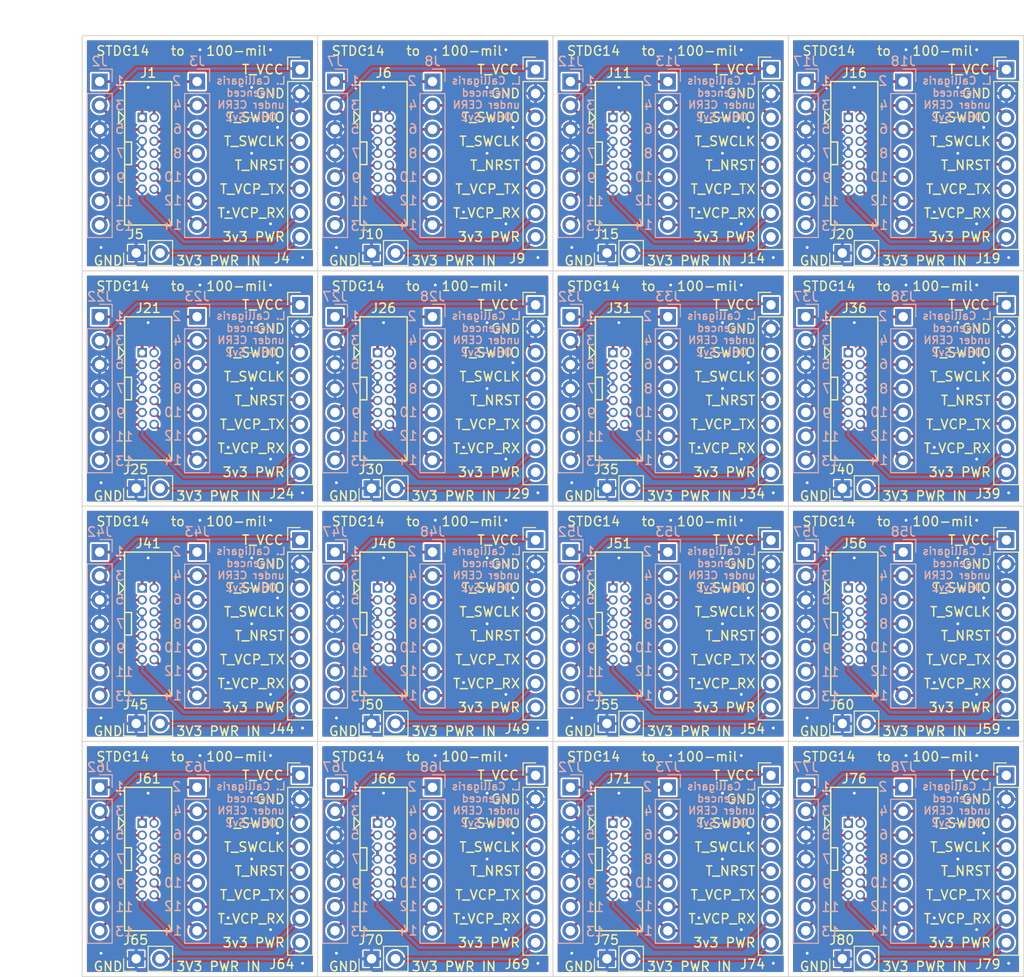
<source format=kicad_pcb>
(kicad_pcb (version 20221018) (generator pcbnew)
  (layers (0 "F.Cu" signal) (31 "B.Cu" signal) (34 "B.Paste" user) (35 "F.Paste" user) (36 "B.SilkS" user "B.Silkscreen") (37 "F.SilkS" user "F.Silkscreen") (38 "B.Mask" user) (39 "F.Mask" user) (44 "Edge.Cuts" user))
  (net 0 "")
  (net 1 "/T_VCC")
  (net 2 "/T_JTMS{slash}T_SWDIO")
  (net 3 "/GND")
  (net 4 "/T_JCLK{slash}T_SWCLK")
  (net 5 "/T_JTDO{slash}T_SWO")
  (net 6 "/T_JRCLK{slash}NC")
  (net 7 "/T_JTDI{slash}NC")
  (net 8 "/GNDDetect")
  (net 9 "/T_NRST")
  (net 10 "/T_VCP_RX")
  (net 11 "/T_VCP_TX")
  (net 12 "Net-(J4-Pin_8)")
  (net 13 "/RESERVED1")
  (net 14 "/RESERVED2")
  (footprint "stdc14-to-100mil-breakout:IDC-Header_2x07_P1.27mm_Vertical" (layer "F.Cu") (at 87 142.5)
    (fp_text reference "J66")
    (fp_text value "STDC14_MaleReceptacle_TargetSide" hide)
  )
  (footprint "stdc14-to-100mil-breakout:IDC-Header_2x07_P1.27mm_Vertical" (layer "F.Cu") (at 87 117.5)
    (fp_text reference "J46")
    (fp_text value "STDC14_MaleReceptacle_TargetSide" hide)
  )
  (footprint "stdc14-to-100mil-breakout:PinHeader_1x02_P2.54mm_Vertical" (layer "F.Cu") (at 62 103.1 90)
    (fp_text reference "J25")
    (fp_text value "PinHeader_1x02_P2.54mm_Vertical" hide)
  )
  (footprint "stdc14-to-100mil-breakout:PinHeader_1x02_P2.54mm_Vertical" (layer "F.Cu") (at 87 128.1 90)
    (fp_text reference "J50")
    (fp_text value "PinHeader_1x02_P2.54mm_Vertical" hide)
  )
  (footprint "stdc14-to-100mil-breakout:IDC-Header_2x07_P1.27mm_Vertical" (layer "F.Cu") (at 87 92.5)
    (fp_text reference "J26")
    (fp_text value "STDC14_MaleReceptacle_TargetSide" hide)
  )
  (footprint "stdc14-to-100mil-breakout:IDC-Header_2x07_P1.27mm_Vertical" (layer "F.Cu") (at 62 117.5)
    (fp_text reference "J41")
    (fp_text value "STDC14_MaleReceptacle_TargetSide" hide)
  )
  (footprint "stdc14-to-100mil-breakout:IDC-Header_2x07_P1.27mm_Vertical" (layer "F.Cu") (at 87 67.5)
    (fp_text reference "J6")
    (fp_text value "STDC14_MaleReceptacle_TargetSide" hide)
  )
  (footprint "stdc14-to-100mil-breakout:PinHeader_1x02_P2.54mm_Vertical" (layer "F.Cu") (at 137 153.1 90)
    (fp_text reference "J80")
    (fp_text value "PinHeader_1x02_P2.54mm_Vertical" hide)
  )
  (footprint "stdc14-to-100mil-breakout:PinHeader_1x08_P2.54mm_Vertical" (layer "F.Cu") (at 128.15 142.5)
    (fp_text reference "J74")
    (fp_text value "PinHeader_1x08_P2.54mm_Vertical" hide)
  )
  (footprint "stdc14-to-100mil-breakout:IDC-Header_2x07_P1.27mm_Vertical" (layer "F.Cu") (at 62 92.5)
    (fp_text reference "J21")
    (fp_text value "STDC14_MaleReceptacle_TargetSide" hide)
  )
  (footprint "stdc14-to-100mil-breakout:IDC-Header_2x07_P1.27mm_Vertical" (layer "F.Cu") (at 112 67.5)
    (fp_text reference "J11")
    (fp_text value "STDC14_MaleReceptacle_TargetSide" hide)
  )
  (footprint "stdc14-to-100mil-breakout:PinHeader_1x02_P2.54mm_Vertical" (layer "F.Cu") (at 112 78.1 90)
    (fp_text reference "J15")
    (fp_text value "PinHeader_1x02_P2.54mm_Vertical" hide)
  )
  (footprint "stdc14-to-100mil-breakout:IDC-Header_2x07_P1.27mm_Vertical" (layer "F.Cu") (at 112 142.5)
    (fp_text reference "J71")
    (fp_text value "STDC14_MaleReceptacle_TargetSide" hide)
  )
  (footprint "stdc14-to-100mil-breakout:PinHeader_1x02_P2.54mm_Vertical" (layer "F.Cu") (at 137 103.1 90)
    (fp_text reference "J40")
    (fp_text value "PinHeader_1x02_P2.54mm_Vertical" hide)
  )
  (footprint "stdc14-to-100mil-breakout:PinHeader_1x08_P2.54mm_Vertical" (layer "F.Cu") (at 78.15 92.5)
    (fp_text reference "J24")
    (fp_text value "PinHeader_1x08_P2.54mm_Vertical" hide)
  )
  (footprint "stdc14-to-100mil-breakout:PinHeader_1x08_P2.54mm_Vertical" (layer "F.Cu") (at 128.15 117.5)
    (fp_text reference "J54")
    (fp_text value "PinHeader_1x08_P2.54mm_Vertical" hide)
  )
  (footprint "stdc14-to-100mil-breakout:PinHeader_1x02_P2.54mm_Vertical" (layer "F.Cu") (at 112 128.1 90)
    (fp_text reference "J55")
    (fp_text value "PinHeader_1x02_P2.54mm_Vertical" hide)
  )
  (footprint "stdc14-to-100mil-breakout:PinHeader_1x08_P2.54mm_Vertical" (layer "F.Cu") (at 153.15 117.5)
    (fp_text reference "J59")
    (fp_text value "PinHeader_1x08_P2.54mm_Vertical" hide)
  )
  (footprint "stdc14-to-100mil-breakout:PinHeader_1x08_P2.54mm_Vertical" (layer "F.Cu") (at 78.15 117.5)
    (fp_text reference "J44")
    (fp_text value "PinHeader_1x08_P2.54mm_Vertical" hide)
  )
  (footprint "stdc14-to-100mil-breakout:IDC-Header_2x07_P1.27mm_Vertical" (layer "F.Cu") (at 112 117.5)
    (fp_text reference "J51")
    (fp_text value "STDC14_MaleReceptacle_TargetSide" hide)
  )
  (footprint "stdc14-to-100mil-breakout:PinHeader_1x08_P2.54mm_Vertical" (layer "F.Cu") (at 153.15 142.5)
    (fp_text reference "J79")
    (fp_text value "PinHeader_1x08_P2.54mm_Vertical" hide)
  )
  (footprint "stdc14-to-100mil-breakout:PinHeader_1x02_P2.54mm_Vertical" (layer "F.Cu") (at 112 103.1 90)
    (fp_text reference "J35")
    (fp_text value "PinHeader_1x02_P2.54mm_Vertical" hide)
  )
  (footprint "stdc14-to-100mil-breakout:IDC-Header_2x07_P1.27mm_Vertical" (layer "F.Cu") (at 137 92.5)
    (fp_text reference "J36")
    (fp_text value "STDC14_MaleReceptacle_TargetSide" hide)
  )
  (footprint "stdc14-to-100mil-breakout:PinHeader_1x08_P2.54mm_Vertical" (layer "F.Cu") (at 153.15 67.5)
    (fp_text reference "J19")
    (fp_text value "PinHeader_1x08_P2.54mm_Vertical" hide)
  )
  (footprint "stdc14-to-100mil-breakout:PinHeader_1x08_P2.54mm_Vertical" (layer "F.Cu") (at 103.15 92.5)
    (fp_text reference "J29")
    (fp_text value "PinHeader_1x08_P2.54mm_Vertical" hide)
  )
  (footprint "stdc14-to-100mil-breakout:PinHeader_1x08_P2.54mm_Vertical" (layer "F.Cu") (at 153.15 92.5)
    (fp_text reference "J39")
    (fp_text value "PinHeader_1x08_P2.54mm_Vertical" hide)
  )
  (footprint "stdc14-to-100mil-breakout:PinHeader_1x02_P2.54mm_Vertical" (layer "F.Cu") (at 87 103.1 90)
    (fp_text reference "J30")
    (fp_text value "PinHeader_1x02_P2.54mm_Vertical" hide)
  )
  (footprint "stdc14-to-100mil-breakout:PinHeader_1x02_P2.54mm_Vertical" (layer "F.Cu") (at 137 128.1 90)
    (fp_text reference "J60")
    (fp_text value "PinHeader_1x02_P2.54mm_Vertical" hide)
  )
  (footprint "stdc14-to-100mil-breakout:IDC-Header_2x07_P1.27mm_Vertical" (layer "F.Cu") (at 112 92.5)
    (fp_text reference "J31")
    (fp_text value "STDC14_MaleReceptacle_TargetSide" hide)
  )
  (footprint "stdc14-to-100mil-breakout:PinHeader_1x08_P2.54mm_Vertical" (layer "F.Cu") (at 78.15 142.5)
    (fp_text reference "J64")
    (fp_text value "PinHeader_1x08_P2.54mm_Vertical" hide)
  )
  (footprint "stdc14-to-100mil-breakout:PinHeader_1x02_P2.54mm_Vertical" (layer "F.Cu") (at 62 78.1 90)
    (fp_text reference "J5")
    (fp_text value "PinHeader_1x02_P2.54mm_Vertical" hide)
  )
  (footprint "stdc14-to-100mil-breakout:PinHeader_1x08_P2.54mm_Vertical" (layer "F.Cu") (at 103.15 142.5)
    (fp_text reference "J69")
    (fp_text value "PinHeader_1x08_P2.54mm_Vertical" hide)
  )
  (footprint "stdc14-to-100mil-breakout:PinHeader_1x02_P2.54mm_Vertical" (layer "F.Cu") (at 87 153.1 90)
    (fp_text reference "J70")
    (fp_text value "PinHeader_1x02_P2.54mm_Vertical" hide)
  )
  (footprint "stdc14-to-100mil-breakout:PinHeader_1x02_P2.54mm_Vertical" (layer "F.Cu") (at 87 78.1 90)
    (fp_text reference "J10")
    (fp_text value "PinHeader_1x02_P2.54mm_Vertical" hide)
  )
  (footprint "stdc14-to-100mil-breakout:IDC-Header_2x07_P1.27mm_Vertical" (layer "F.Cu") (at 62 142.5)
    (fp_text reference "J61")
    (fp_text value "STDC14_MaleReceptacle_TargetSide" hide)
  )
  (footprint "stdc14-to-100mil-breakout:PinHeader_1x02_P2.54mm_Vertical" (layer "F.Cu") (at 62 128.1 90)
    (fp_text reference "J45")
    (fp_text value "PinHeader_1x02_P2.54mm_Vertical" hide)
  )
  (footprint "stdc14-to-100mil-breakout:PinHeader_1x08_P2.54mm_Vertical" (layer "F.Cu") (at 78.15 67.5)
    (fp_text reference "J4")
    (fp_text value "PinHeader_1x08_P2.54mm_Vertical" hide)
  )
  (footprint "stdc14-to-100mil-breakout:IDC-Header_2x07_P1.27mm_Vertical" (layer "F.Cu") (at 137 67.5)
    (fp_text reference "J16")
    (fp_text value "STDC14_MaleReceptacle_TargetSide" hide)
  )
  (footprint "stdc14-to-100mil-breakout:PinHeader_1x02_P2.54mm_Vertical" (layer "F.Cu") (at 62 153.1 90)
    (fp_text reference "J65")
    (fp_text value "PinHeader_1x02_P2.54mm_Vertical" hide)
  )
  (footprint "stdc14-to-100mil-breakout:PinHeader_1x08_P2.54mm_Vertical" (layer "F.Cu") (at 128.15 67.5)
    (fp_text reference "J14")
    (fp_text value "PinHeader_1x08_P2.54mm_Vertical" hide)
  )
  (footprint "stdc14-to-100mil-breakout:IDC-Header_2x07_P1.27mm_Vertical" (layer "F.Cu") (at 137 142.5)
    (fp_text reference "J76")
    (fp_text value "STDC14_MaleReceptacle_TargetSide" hide)
  )
  (footprint "stdc14-to-100mil-breakout:PinHeader_1x02_P2.54mm_Vertical" (layer "F.Cu") (at 137 78.1 90)
    (fp_text reference "J20")
    (fp_text value "PinHeader_1x02_P2.54mm_Vertical" hide)
  )
  (footprint "stdc14-to-100mil-breakout:IDC-Header_2x07_P1.27mm_Vertical" (layer "F.Cu") (at 62 67.5)
    (fp_text reference "J1")
    (fp_text value "STDC14_MaleReceptacle_TargetSide" hide)
  )
  (footprint "stdc14-to-100mil-breakout:PinHeader_1x02_P2.54mm_Vertical" (layer "F.Cu") (at 112 153.1 90)
    (fp_text reference "J75")
    (fp_text value "PinHeader_1x02_P2.54mm_Vertical" hide)
  )
  (footprint "stdc14-to-100mil-breakout:IDC-Header_2x07_P1.27mm_Vertical" (layer "F.Cu") (at 137 117.5)
    (fp_text reference "J56")
    (fp_text value "STDC14_MaleReceptacle_TargetSide" hide)
  )
  (footprint "stdc14-to-100mil-breakout:PinHeader_1x08_P2.54mm_Vertical" (layer "F.Cu") (at 103.15 67.5)
    (fp_text reference "J9")
    (fp_text value "PinHeader_1x08_P2.54mm_Vertical" hide)
  )
  (footprint "stdc14-to-100mil-breakout:PinHeader_1x08_P2.54mm_Vertical" (layer "F.Cu") (at 128.15 92.5)
    (fp_text reference "J34")
    (fp_text value "PinHeader_1x08_P2.54mm_Vertical" hide)
  )
  (footprint "stdc14-to-100mil-breakout:PinHeader_1x08_P2.54mm_Vertical" (layer "F.Cu") (at 103.15 117.5)
    (fp_text reference "J49")
    (fp_text value "PinHeader_1x08_P2.54mm_Vertical" hide)
  )
  (footprint "stdc14-to-100mil-breakout:PinHeader_1x07_P2.54mm_Vertical" (layer "B.Cu") (at 67.2 92.5 180)
    (fp_text reference "J23")
    (fp_text value "PinHeader_1x07_P2.54mm_Vertical" hide)
  )
  (footprint "stdc14-to-100mil-breakout:PinHeader_1x07_P2.54mm_Vertical" (layer "B.Cu") (at 92.2 117.5 180)
    (fp_text reference "J48")
    (fp_text value "PinHeader_1x07_P2.54mm_Vertical" hide)
  )
  (footprint "stdc14-to-100mil-breakout:PinHeader_1x07_P2.54mm_Vertical" (layer "B.Cu") (at 81.85 142.5 180)
    (fp_text reference "J67")
    (fp_text value "PinHeader_1x07_P2.54mm_Vertical" hide)
  )
  (footprint "stdc14-to-100mil-breakout:PinHeader_1x07_P2.54mm_Vertical" (layer "B.Cu") (at 142.2 117.5 180)
    (fp_text reference "J58")
    (fp_text value "PinHeader_1x07_P2.54mm_Vertical" hide)
  )
  (footprint "stdc14-to-100mil-breakout:PinHeader_1x07_P2.54mm_Vertical" (layer "B.Cu") (at 92.2 142.5 180)
    (fp_text reference "J68")
    (fp_text value "PinHeader_1x07_P2.54mm_Vertical" hide)
  )
  (footprint "stdc14-to-100mil-breakout:PinHeader_1x07_P2.54mm_Vertical" (layer "B.Cu") (at 106.85 117.5 180)
    (fp_text reference "J52")
    (fp_text value "PinHeader_1x07_P2.54mm_Vertical" hide)
  )
  (footprint "stdc14-to-100mil-breakout:PinHeader_1x07_P2.54mm_Vertical" (layer "B.Cu") (at 56.85 117.5 180)
    (fp_text reference "J42")
    (fp_text value "PinHeader_1x07_P2.54mm_Vertical" hide)
  )
  (footprint "stdc14-to-100mil-breakout:PinHeader_1x07_P2.54mm_Vertical" (layer "B.Cu") (at 142.2 142.5 180)
    (fp_text reference "J78")
    (fp_text value "PinHeader_1x07_P2.54mm_Vertical" hide)
  )
  (footprint "stdc14-to-100mil-breakout:PinHeader_1x07_P2.54mm_Vertical" (layer "B.Cu") (at 117.2 67.5 180)
    (fp_text reference "J13")
    (fp_text value "PinHeader_1x07_P2.54mm_Vertical" hide)
  )
  (footprint "stdc14-to-100mil-breakout:PinHeader_1x07_P2.54mm_Vertical" (layer "B.Cu") (at 142.2 67.5 180)
    (fp_text reference "J18")
    (fp_text value "PinHeader_1x07_P2.54mm_Vertical" hide)
  )
  (footprint "stdc14-to-100mil-breakout:PinHeader_1x07_P2.54mm_Vertical" (layer "B.Cu") (at 56.85 92.5 180)
    (fp_text reference "J22")
    (fp_text value "PinHeader_1x07_P2.54mm_Vertical" hide)
  )
  (footprint "stdc14-to-100mil-breakout:PinHeader_1x07_P2.54mm_Vertical" (layer "B.Cu") (at 81.85 92.5 180)
    (fp_text reference "J27")
    (fp_text value "PinHeader_1x07_P2.54mm_Vertical" hide)
  )
  (footprint "stdc14-to-100mil-breakout:PinHeader_1x07_P2.54mm_Vertical" (layer "B.Cu") (at 106.85 67.5 180)
    (fp_text reference "J12")
    (fp_text value "PinHeader_1x07_P2.54mm_Vertical" hide)
  )
  (footprint "stdc14-to-100mil-breakout:PinHeader_1x07_P2.54mm_Vertical" (layer "B.Cu") (at 117.2 142.5 180)
    (fp_text reference "J73")
    (fp_text value "PinHeader_1x07_P2.54mm_Vertical" hide)
  )
  (footprint "stdc14-to-100mil-breakout:PinHeader_1x07_P2.54mm_Vertical" (layer "B.Cu") (at 131.85 142.5 180)
    (fp_text reference "J77")
    (fp_text value "PinHeader_1x07_P2.54mm_Vertical" hide)
  )
  (footprint "stdc14-to-100mil-breakout:PinHeader_1x07_P2.54mm_Vertical" (layer "B.Cu") (at 81.85 67.5 180)
    (fp_text reference "J7")
    (fp_text value "PinHeader_1x07_P2.54mm_Vertical" hide)
  )
  (footprint "stdc14-to-100mil-breakout:PinHeader_1x07_P2.54mm_Vertical" (layer "B.Cu") (at 56.85 67.5 180)
    (fp_text reference "J2")
    (fp_text value "PinHeader_1x07_P2.54mm_Vertical" hide)
  )
  (footprint "stdc14-to-100mil-breakout:PinHeader_1x07_P2.54mm_Vertical" (layer "B.Cu") (at 92.2 67.5 180)
    (fp_text reference "J8")
    (fp_text value "PinHeader_1x07_P2.54mm_Vertical" hide)
  )
  (footprint "stdc14-to-100mil-breakout:PinHeader_1x07_P2.54mm_Vertical" (layer "B.Cu") (at 56.85 142.5 180)
    (fp_text reference "J62")
    (fp_text value "PinHeader_1x07_P2.54mm_Vertical" hide)
  )
  (footprint "stdc14-to-100mil-breakout:PinHeader_1x07_P2.54mm_Vertical" (layer "B.Cu") (at 131.85 67.5 180)
    (fp_text reference "J17")
    (fp_text value "PinHeader_1x07_P2.54mm_Vertical" hide)
  )
  (footprint "stdc14-to-100mil-breakout:PinHeader_1x07_P2.54mm_Vertical" (layer "B.Cu") (at 67.2 142.5 180)
    (fp_text reference "J63")
    (fp_text value "PinHeader_1x07_P2.54mm_Vertical" hide)
  )
  (footprint "stdc14-to-100mil-breakout:PinHeader_1x07_P2.54mm_Vertical" (layer "B.Cu") (at 106.85 142.5 180)
    (fp_text reference "J72")
    (fp_text value "PinHeader_1x07_P2.54mm_Vertical" hide)
  )
  (footprint "stdc14-to-100mil-breakout:PinHeader_1x07_P2.54mm_Vertical" (layer "B.Cu") (at 131.85 117.5 180)
    (fp_text reference "J57")
    (fp_text value "PinHeader_1x07_P2.54mm_Vertical" hide)
  )
  (footprint "stdc14-to-100mil-breakout:PinHeader_1x07_P2.54mm_Vertical" (layer "B.Cu") (at 81.85 117.5 180)
    (fp_text reference "J47")
    (fp_text value "PinHeader_1x07_P2.54mm_Vertical" hide)
  )
  (footprint "stdc14-to-100mil-breakout:PinHeader_1x07_P2.54mm_Vertical" (layer "B.Cu") (at 117.2 92.5 180)
    (fp_text reference "J33")
    (fp_text value "PinHeader_1x07_P2.54mm_Vertical" hide)
  )
  (footprint "stdc14-to-100mil-breakout:PinHeader_1x07_P2.54mm_Vertical" (layer "B.Cu") (at 117.2 117.5 180)
    (fp_text reference "J53")
    (fp_text value "PinHeader_1x07_P2.54mm_Vertical" hide)
  )
  (footprint "stdc14-to-100mil-breakout:PinHeader_1x07_P2.54mm_Vertical" (layer "B.Cu") (at 142.2 92.5 180)
    (fp_text reference "J38")
    (fp_text value "PinHeader_1x07_P2.54mm_Vertical" hide)
  )
  (footprint "stdc14-to-100mil-breakout:PinHeader_1x07_P2.54mm_Vertical" (layer "B.Cu") (at 67.2 117.5 180)
    (fp_text reference "J43")
    (fp_text value "PinHeader_1x07_P2.54mm_Vertical" hide)
  )
  (footprint "stdc14-to-100mil-breakout:PinHeader_1x07_P2.54mm_Vertical" (layer "B.Cu") (at 106.85 92.5 180)
    (fp_text reference "J32")
    (fp_text value "PinHeader_1x07_P2.54mm_Vertical" hide)
  )
  (footprint "stdc14-to-100mil-breakout:PinHeader_1x07_P2.54mm_Vertical" (layer "B.Cu") (at 92.2 92.5 180)
    (fp_text reference "J28")
    (fp_text value "PinHeader_1x07_P2.54mm_Vertical" hide)
  )
  (footprint "stdc14-to-100mil-breakout:PinHeader_1x07_P2.54mm_Vertical" (layer "B.Cu") (at 67.2 67.5 180)
    (fp_text reference "J3")
    (fp_text value "PinHeader_1x07_P2.54mm_Vertical" hide)
  )
  (footprint "stdc14-to-100mil-breakout:PinHeader_1x07_P2.54mm_Vertical" (layer "B.Cu") (at 131.85 92.5 180)
    (fp_text reference "J37")
    (fp_text value "PinHeader_1x07_P2.54mm_Vertical" hide)
  )
  (gr_line (start 130 55) (end 130 155) (stroke (width 0.1)) (layer "Edge.Cuts"))
  (gr_line (start 80 55) (end 80 155) (stroke (width 0.1)) (layer "Edge.Cuts"))
  (gr_line (start 105 55) (end 105 155) (stroke (width 0.1)) (layer "Edge.Cuts"))
  (gr_line (start 55 80) (end 155 80) (stroke (width 0.1)) (layer "Edge.Cuts"))
  (gr_line (start 55 130) (end 155 130) (stroke (width 0.1)) (layer "Edge.Cuts"))
  (gr_rect (start 55 55) (end 155 155) (stroke (width 0.1)) (fill none) (layer "Edge.Cuts"))
  (gr_line (start 55 105) (end 155 105) (stroke (width 0.1)) (layer "Edge.Cuts"))
  (gr_text "11" (at 83.4 123.2) (layer "B.SilkS") (effects (font (size 1 1) (thickness 0.153)) (justify right bottom mirror)))
  (gr_text "3" (at 108.4 88) (layer "B.SilkS") (effects (font (size 1 1) (thickness 0.153)) (justify right bottom mirror)))
  (gr_text "5" (at 133.4 65.5) (layer "B.SilkS") (effects (font (size 1 1) (thickness 0.153)) (justify right bottom mirror)))
  (gr_text "5" (at 83.4 115.5) (layer "B.SilkS") (effects (font (size 1 1) (thickness 0.153)) (justify right bottom mirror)))
  (gr_text "13" (at 135.5 100.8) (layer "B.SilkS") (effects (font (size 1 1) (thickness 0.153)) (justify left bottom mirror)))
  (gr_text "6" (at 140.7 90.5) (layer "B.SilkS") (effects (font (size 1 1) (thickness 0.153)) (justify left bottom mirror)))
  (gr_text "1" (at 108.4 135.4) (layer "B.SilkS") (effects (font (size 1 1) (thickness 0.153)) (justify right bottom mirror)))
  (gr_text "1" (at 133.4 85.4) (layer "B.SilkS") (effects (font (size 1 1) (thickness 0.153)) (justify right bottom mirror)))
  (gr_text "2" (at 65.6 110.4) (layer "B.SilkS") (effects (font (size 1 1) (thickness 0.153)) (justify left bottom mirror)))
  (gr_text "L. Calligaris\nLicenced\nunder CERN\nOHL-Sv2" (at 147.93 89.11) (layer "B.SilkS") (effects (font (size 0.8 0.8)) (justify bottom mirror)))
  (gr_text "14" (at 65.7 150.7) (layer "B.SilkS") (effects (font (size 1 1) (thickness 0.153)) (justify left bottom mirror)))
  (gr_text "6" (at 140.7 140.5) (layer "B.SilkS") (effects (font (size 1 1) (thickness 0.153)) (justify left bottom mirror)))
  (gr_text "12" (at 115.7 123.1) (layer "B.SilkS") (effects (font (size 1 1) (thickness 0.153)) (justify left bottom mirror)))
  (gr_text "9" (at 83.5 145.7) (layer "B.SilkS") (effects (font (size 1 1) (thickness 0.153)) (justify right bottom mirror)))
  (gr_text "3" (at 108.4 138) (layer "B.SilkS") (effects (font (size 1 1) (thickness 0.153)) (justify right bottom mirror)))
  (gr_text "11" (at 58.4 98.2) (layer "B.SilkS") (effects (font (size 1 1) (thickness 0.153)) (justify right bottom mirror)))
  (gr_text "12" (at 115.7 73.1) (layer "B.SilkS") (effects (font (size 1 1) (thickness 0.153)) (justify left bottom mirror)))
  (gr_text "11" (at 83.4 73.2) (layer "B.SilkS") (effects (font (size 1 1) (thickness 0.153)) (justify right bottom mirror)))
  (gr_text "9" (at 58.5 145.7) (layer "B.SilkS") (effects (font (size 1 1) (thickness 0.153)) (justify right bottom mirror)))
  (gr_text "5" (at 83.4 140.5) (layer "B.SilkS") (effects (font (size 1 1) (thickness 0.153)) (justify right bottom mirror)))
  (gr_text "10" (at 90.7 145.6) (layer "B.SilkS") (effects (font (size 1 1) (thickness 0.153)) (justify left bottom mirror)))
  (gr_text "1" (at 58.4 110.4) (layer "B.SilkS") (effects (font (size 1 1) (thickness 0.153)) (justify right bottom mirror)))
  (gr_text "3" (at 58.4 113) (layer "B.SilkS") (effects (font (size 1 1) (thickness 0.153)) (justify right bottom mirror)))
  (gr_text "5" (at 58.4 90.5) (layer "B.SilkS") (effects (font (size 1 1) (thickness 0.153)) (justify right bottom mirror)))
  (gr_text "14" (at 115.7 75.7) (layer "B.SilkS") (effects (font (size 1 1) (thickness 0.153)) (justify left bottom mirror)))
  (gr_text "7" (at 58.5 118.1) (layer "B.SilkS") (effects (font (size 1 1) (thickness 0.153)) (justify right bottom mirror)))
  (gr_text "12" (at 115.7 98.1) (layer "B.SilkS") (effects (font (size 1 1) (thickness 0.153)) (justify left bottom mirror)))
  (gr_text "14" (at 90.7 150.7) (layer "B.SilkS") (effects (font (size 1 1) (thickness 0.153)) (justify left bottom mirror)))
  (gr_text "9" (at 108.5 145.7) (layer "B.SilkS") (effects (font (size 1 1) (thickness 0.153)) (justify right bottom mirror)))
  (gr_text "11" (at 133.4 123.2) (layer "B.SilkS") (effects (font (size 1 1) (thickness 0.153)) (justify right bottom mirror)))
  (gr_text "5" (at 133.4 140.5) (layer "B.SilkS") (effects (font (size 1 1) (thickness 0.153)) (justify right bottom mirror)))
  (gr_text "12" (at 65.7 148.1) (layer "B.SilkS") (effects (font (size 1 1) (thickness 0.153)) (justify left bottom mirror)))
  (gr_text "5" (at 58.4 140.5) (layer "B.SilkS") (effects (font (size 1 1) (thickness 0.153)) (justify right bottom mirror)))
  (gr_text "3" (at 108.4 113) (layer "B.SilkS") (effects (font (size 1 1) (thickness 0.153)) (justify right bottom mirror)))
  (gr_text "8" (at 115.7 93.1) (layer "B.SilkS") (effects (font (size 1 1) (thickness 0.153)) (justify left bottom mirror)))
  (gr_text "4" (at 140.7 113) (layer "B.SilkS") (effects (font (size 1 1) (thickness 0.153)) (justify left bottom mirror)))
  (gr_text "11" (at 108.4 148.2) (layer "B.SilkS") (effects (font (size 1 1) (thickness 0.153)) (justify right bottom mirror)))
  (gr_text "9" (at 108.5 95.7) (layer "B.SilkS") (effects (font (size 1 1) (thickness 0.153)) (justify right bottom mirror)))
  (gr_text "4" (at 140.7 88) (layer "B.SilkS") (effects (font (size 1 1) (thickness 0.153)) (justify left bottom mirror)))
  (gr_text "10" (at 115.7 95.6) (layer "B.SilkS") (effects (font (size 1 1) (thickness 0.153)) (justify left bottom mirror)))
  (gr_text "L. Calligaris\nLicenced\nunder CERN\nOHL-Sv2" (at 122.93 64.11) (layer "B.SilkS") (effects (font (size 0.8 0.8)) (justify bottom mirror)))
  (gr_text "14" (at 140.7 75.7) (layer "B.SilkS") (effects (font (size 1 1) (thickness 0.153)) (justify left bottom mirror)))
  (gr_text "5" (at 133.4 115.5) (layer "B.SilkS") (effects (font (size 1 1) (thickness 0.153)) (justify right bottom mirror)))
  (gr_text "7" (at 108.5 93.1) (layer "B.SilkS") (effects (font (size 1 1) (thickness 0.153)) (justify right bottom mirror)))
  (gr_text "5" (at 108.4 90.5) (layer "B.SilkS") (effects (font (size 1 1) (thickness 0.153)) (justify right bottom mirror)))
  (gr_text "9" (at 83.5 95.7) (layer "B.SilkS") (effects (font (size 1 1) (thickness 0.153)) (justify right bottom mirror)))
  (gr_text "4" (at 90.7 63) (layer "B.SilkS") (effects (font (size 1 1) (thickness 0.153)) (justify left bottom mirror)))
  (gr_text "L. Calligaris\nLicenced\nunder CERN\nOHL-Sv2" (at 72.93 64.11) (layer "B.SilkS") (effects (font (size 0.8 0.8)) (justify bottom mirror)))
  (gr_text "10" (at 140.7 95.6) (layer "B.SilkS") (effects (font (size 1 1) (thickness 0.153)) (justify left bottom mirror)))
  (gr_text "9" (at 108.5 120.7) (layer "B.SilkS") (effects (font (size 1 1) (thickness 0.153)) (justify right bottom mirror)))
  (gr_text "8" (at 90.7 93.1) (layer "B.SilkS") (effects (font (size 1 1) (thickness 0.153)) (justify left bottom mirror)))
  (gr_text "5" (at 58.4 65.5) (layer "B.SilkS") (effects (font (size 1 1) (thickness 0.153)) (justify right bottom mirror)))
  (gr_text "4" (at 115.7 113) (layer "B.SilkS") (effects (font (size 1 1) (thickness 0.153)) (justify left bottom mirror)))
  (gr_text "6" (at 115.7 115.5) (layer "B.SilkS") (effects (font (size 1 1) (thickness 0.153)) (justify left bottom mirror)))
  (gr_text "10" (at 90.7 70.6) (layer "B.SilkS") (effects (font (size 1 1) (thickness 0.153)) (justify left bottom mirror)))
  (gr_text "4" (at 65.7 88) (layer "B.SilkS") (effects (font (size 1 1) (thickness 0.153)) (justify left bottom mirror)))
  (gr_text "7" (at 83.5 143.1) (layer "B.SilkS") (effects (font (size 1 1) (thickness 0.153)) (justify right bottom mirror)))
  (gr_text "13" (at 135.5 125.8) (layer "B.SilkS") (effects (font (size 1 1) (thickness 0.153)) (justify left bottom mirror)))
  (gr_text "12" (at 65.7 73.1) (layer "B.SilkS") (effects (font (size 1 1) (thickness 0.153)) (justify left bottom mirror)))
  (gr_text "L. Calligaris\nLicenced\nunder CERN\nOHL-Sv2" (at 97.93 89.11) (layer "B.SilkS") (effects (font (size 0.8 0.8)) (justify bottom mirror)))
  (gr_text "11" (at 58.4 73.2) (layer "B.SilkS") (effects (font (size 1 1) (thickness 0.153)) (justify right bottom mirror)))
  (gr_text "1" (at 108.4 85.4) (layer "B.SilkS") (effects (font (size 1 1) (thickness 0.153)) (justify right bottom mirror)))
  (gr_text "2" (at 90.6 85.4) (layer "B.SilkS") (effects (font (size 1 1) (thickness 0.153)) (justify left bottom mirror)))
  (gr_text "2" (at 115.6 85.4) (layer "B.SilkS") (effects (font (size 1 1) (thickness 0.153)) (justify left bottom mirror)))
  (gr_text "2" (at 115.6 110.4) (layer "B.SilkS") (effects (font (size 1 1) (thickness 0.153)) (justify left bottom mirror)))
  (gr_text "L. Calligaris\nLicenced\nunder CERN\nOHL-Sv2" (at 97.93 114.11) (layer "B.SilkS") (effects (font (size 0.8 0.8)) (justify bottom mirror)))
  (gr_text "12" (at 140.7 123.1) (layer "B.SilkS") (effects (font (size 1 1) (thickness 0.153)) (justify left bottom mirror)))
  (gr_text "2" (at 65.6 60.4) (layer "B.SilkS") (effects (font (size 1 1) (thickness 0.153)) (justify left bottom mirror)))
  (gr_text "9" (at 133.5 120.7) (layer "B.SilkS") (effects (font (size 1 1) (thickness 0.153)) (justify right bottom mirror)))
  (gr_text "11" (at 58.4 148.2) (layer "B.SilkS") (effects (font (size 1 1) (thickness 0.153)) (justify right bottom mirror)))
  (gr_text "4" (at 115.7 88) (layer "B.SilkS") (effects (font (size 1 1) (thickness 0.153)) (justify left bottom mirror)))
  (gr_text "3" (at 83.4 113) (layer "B.SilkS") (effects (font (size 1 1) (thickness 0.153)) (justify right bottom mirror)))
  (gr_text "1" (at 108.4 110.4) (layer "B.SilkS") (effects (font (size 1 1) (thickness 0.153)) (justify right bottom mirror)))
  (gr_text "9" (at 133.5 145.7) (layer "B.SilkS") (effects (font (size 1 1) (thickness 0.153)) (justify right bottom mirror)))
  (gr_text "8" (at 140.7 93.1) (layer "B.SilkS") (effects (font (size 1 1) (thickness 0.153)) (justify left bottom mirror)))
  (gr_text "1" (at 83.4 60.4) (layer "B.SilkS") (effects (font (size 1 1) (thickness 0.153)) (justify right bottom mirror)))
  (gr_text "2" (at 65.6 85.4) (layer "B.SilkS") (effects (font (size 1 1) (thickness 0.153)) (justify left bottom mirror)))
  (gr_text "6" (at 90.7 90.5) (layer "B.SilkS") (effects (font (size 1 1) (thickness 0.153)) (justify left bottom mirror)))
  (gr_text "L. Calligaris\nLicenced\nunder CERN\nOHL-Sv2" (at 147.93 139.11) (layer "B.SilkS") (effects (font (size 0.8 0.8)) (justify bottom mirror)))
  (gr_text "1" (at 58.4 60.4) (layer "B.SilkS") (effects (font (size 1 1) (thickness 0.153)) (justify right bottom mirror)))
  (gr_text "13" (at 60.5 125.8) (layer "B.SilkS") (effects (font (size 1 1) (thickness 0.153)) (justify left bottom mirror)))
  (gr_text "3" (at 83.4 88) (layer "B.SilkS") (effects (font (size 1 1) (thickness 0.153)) (justify right bottom mirror)))
  (gr_text "4" (at 115.7 138) (layer "B.SilkS") (effects (font (size 1 1) (thickness 0.153)) (justify left bottom mirror)))
  (gr_text "7" (at 83.5 118.1) (layer "B.SilkS") (effects (font (size 1 1) (thickness 0.153)) (justify right bottom mirror)))
  (gr_text "2" (at 140.6 135.4) (layer "B.SilkS") (effects (font (size 1 1) (thickness 0.153)) (justify left bottom mirror)))
  (gr_text "10" (at 115.7 70.6) (layer "B.SilkS") (effects (font (size 1 1) (thickness 0.153)) (justify left bottom mirror)))
  (gr_text "5" (at 108.4 65.5) (layer "B.SilkS") (effects (font (size 1 1) (thickness 0.153)) (justify right bottom mirror)))
  (gr_text "2" (at 115.6 60.4) (layer "B.SilkS") (effects (font (size 1 1) (thickness 0.153)) (justify left bottom mirror)))
  (gr_text "5" (at 58.4 115.5) (layer "B.SilkS") (effects (font (size 1 1) (thickness 0.153)) (justify right bottom mirror)))
  (gr_text "7" (at 133.5 93.1) (layer "B.SilkS") (effects (font (size 1 1) (thickness 0.153)) (justify right bottom mirror)))
  (gr_text "13" (at 60.5 100.8) (layer "B.SilkS") (effects (font (size 1 1) (thickness 0.153)) (justify left bottom mirror)))
  (gr_text "12" (at 65.7 98.1) (layer "B.SilkS") (effects (font (size 1 1) (thickness 0.153)) (justify left bottom mirror)))
  (gr_text "L. Calligaris\nLicenced\nunder CERN\nOHL-Sv2" (at 147.93 114.11) (layer "B.SilkS") (effects (font (size 0.8 0.8)) (justify bottom mirror)))
  (gr_text "2" (at 90.6 110.4) (layer "B.SilkS") (effects (font (size 1 1) (thickness 0.153)) (justify left bottom mirror)))
  (gr_text "6" (at 115.7 140.5) (layer "B.SilkS") (effects (font (size 1 1) (thickness 0.153)) (justify left bottom mirror)))
  (gr_text "14" (at 90.7 75.7) (layer "B.SilkS") (effects (font (size 1 1) (thickness 0.153)) (justify left bottom mirror)))
  (gr_text "1" (at 133.4 60.4) (layer "B.SilkS") (effects (font (size 1 1) (thickness 0.153)) (justify right bottom mirror)))
  (gr_text "13" (at 135.5 75.8) (layer "B.SilkS") (effects (font (size 1 1) (thickness 0.153)) (justify left bottom mirror)))
  (gr_text "3" (at 133.4 113) (layer "B.SilkS") (effects (font (size 1 1) (thickness 0.153)) (justify right bottom mirror)))
  (gr_text "L. Calligaris\nLicenced\nunder CERN\nOHL-Sv2" (at 147.93 64.11) (layer "B.SilkS") (effects (font (size 0.8 0.8)) (justify bottom mirror)))
  (gr_text "6" (at 115.7 65.5) (layer "B.SilkS") (effects (font (size 1 1) (thickness 0.153)) (justify left bottom mirror)))
  (gr_text "8" (at 90.7 118.1) (layer "B.SilkS") (effects (font (size 1 1) (thickness 0.153)) (justify left bottom mirror)))
  (gr_text "4" (at 90.7 113) (layer "B.SilkS") (effects (font (size 1 1) (thickness 0.153)) (justify left bottom mirror)))
  (gr_text "13" (at 85.5 150.8) (layer "B.SilkS") (effects (font (size 1 1) (thickness 0.153)) (justify left bottom mirror)))
  (gr_text "8" (at 115.7 118.1) (layer "B.SilkS") (effects (font (size 1 1) (thickness 0.153)) (justify left bottom mirror)))
  (gr_text "10" (at 65.7 70.6) (layer "B.SilkS") (effects (font (size 1 1) (thickness 0.153)) (justify left bottom mirror)))
  (gr_text "14" (at 115.7 150.7) (layer "B.SilkS") (effects (font (size 1 1) (thickness 0.153)) (justify left bottom mirror)))
  (gr_text "3" (at 83.4 138) (layer "B.SilkS") (effects (font (size 1 1) (thickness 0.153)) (justify right bottom mirror)))
  (gr_text "9" (at 58.5 120.7) (layer "B.SilkS") (effects (font (size 1 1) (thickness 0.153)) (justify right bottom mirror)))
  (gr_text "13" (at 135.5 150.8) (layer "B.SilkS") (effects (font (size 1 1) (thickness 0.153)) (justify left bottom mirror)))
  (gr_text "6" (at 140.7 65.5) (layer "B.SilkS") (effects (font (size 1 1) (thickness 0.153)) (justify left bottom mirror)))
  (gr_text "6" (at 65.7 115.5) (layer "B.SilkS") (effects (font (size 1 1) (thickness 0.153)) (justify left bottom mirror)))
  (gr_text "1" (at 83.4 110.4) (layer "B.SilkS") (effects (font (size 1 1) (thickness 0.153)) (justify right bottom mirror)))
  (gr_text "11" (at 108.4 73.2) (layer "B.SilkS") (effects (font (size 1 1) (thickness 0.153)) (justify right bottom mirror)))
  (gr_text "6" (at 90.7 115.5) (layer "B.SilkS") (effects (font (size 1 1) (thickness 0.153)) (justify left bottom mirror)))
  (gr_text "14" (at 65.7 75.7) (layer "B.SilkS") (effects (font (size 1 1) (thickness 0.153)) (justify left bottom mirror)))
  (gr_text "L. Calligaris\nLicenced\nunder CERN\nOHL-Sv2" (at 72.93 139.11) (layer "B.SilkS") (effects (font (size 0.8 0.8)) (justify bottom mirror)))
  (gr_text "11" (at 83.4 148.2) (layer "B.SilkS") (effects (font (size 1 1) (thickness 0.153)) (justify right bottom mirror)))
  (gr_text "14" (at 65.7 125.7) (layer "B.SilkS") (effects (font (size 1 1) (thickness 0.153)) (justify left bottom mirror)))
  (gr_text "7" (at 133.5 68.1) (layer "B.SilkS") (effects (font (size 1 1) (thickness 0.153)) (justify right bottom mirror)))
  (gr_text "3" (at 83.4 63) (layer "B.SilkS") (effects (font (size 1 1) (thickness 0.153)) (justify right bottom mirror)))
  (gr_text "14" (at 115.7 100.7) (layer "B.SilkS") (effects (font (size 1 1) (thickness 0.153)) (justify left bottom mirror)))
  (gr_text "10" (at 65.7 145.6) (layer "B.SilkS") (effects (font (size 1 1) (thickness 0.153)) (justify left bottom mirror)))
  (gr_text "14" (at 90.7 125.7) (layer "B.SilkS") (effects (font (size 1 1) (thickness 0.153)) (justify left bottom mirror)))
  (gr_text "13" (at 60.5 75.8) (layer "B.SilkS") (effects (font (size 1 1) (thickness 0.153)) (justify left bottom mirror)))
  (gr_text "4" (at 65.7 138) (layer "B.SilkS") (effects (font (size 1 1) (thickness 0.153)) (justify left bottom mirror)))
  (gr_text "L. Calligaris\nLicenced\nunder CERN\nOHL-Sv2" (at 72.93 89.11) (layer "B.SilkS") (effects (font (size 0.8 0.8)) (justify bottom mirror)))
  (gr_text "7" (at 58.5 68.1) (layer "B.SilkS") (effects (font (size 1 1) (thickness 0.153)) (justify right bottom mirror)))
  (gr_text "11" (at 108.4 98.2) (layer "B.SilkS") (effects (font (size 1 1) (thickness 0.153)) (justify right bottom mirror)))
  (gr_text "12" (at 90.7 148.1) (layer "B.SilkS") (effects (font (size 1 1) (thickness 0.153)) (justify left bottom mirror)))
  (gr_text "1" (at 83.4 85.4) (layer "B.SilkS") (effects (font (size 1 1) (thickness 0.153)) (justify right bottom mirror)))
  (gr_text "5" (at 83.4 65.5) (layer "B.SilkS") (effects (font (size 1 1) (thickness 0.153)) (justify right bottom mirror)))
  (gr_text "10" (at 90.7 120.6) (layer "B.SilkS") (effects (font (size 1 1) (thickness 0.153)) (justify left bottom mirror)))
  (gr_text "L. Calligaris\nLicenced\nunder CERN\nOHL-Sv2" (at 72.93 114.11) (layer "B.SilkS") (effects (font (size 0.8 0.8)) (justify bottom mirror)))
  (gr_text "9" (at 83.5 120.7) (layer "B.SilkS") (effects (font (size 1 1) (thickness 0.153)) (justify right bottom mirror)))
  (gr_text "12" (at 90.7 98.1) (layer "B.SilkS") (effects (font (size 1 1) (thickness 0.153)) (justify left bottom mirror)))
  (gr_text "4" (at 140.7 63) (layer "B.SilkS") (effects (font (size 1 1) (thickness 0.153)) (justify left bottom mirror)))
  (gr_text "9" (at 133.5 95.7) (layer "B.SilkS") (effects (font (size 1 1) (thickness 0.153)) (justify right bottom mirror)))
  (gr_text "12" (at 90.7 73.1) (layer "B.SilkS") (effects (font (size 1 1) (thickness 0.153)) (justify left bottom mirror)))
  (gr_text "9" (at 58.5 70.7) (layer "B.SilkS") (effects (font (size 1 1) (thickness 0.153)) (justify right bottom mirror)))
  (gr_text "5" (at 83.4 90.5) (layer "B.SilkS") (effects (font (size 1 1) (thickness 0.153)) (justify right bottom mirror)))
  (gr_text "9" (at 108.5 70.7) (layer "B.SilkS") (effects (font (size 1 1) (thickness 0.153)) (justify right bottom mirror)))
  (gr_text "5" (at 133.4 90.5) (layer "B.SilkS") (effects (font (size 1 1) (thickness 0.153)) (justify right bottom mirror)))
  (gr_text "L. Calligaris\nLicenced\nunder CERN\nOHL-Sv2" (at 122.93 89.11) (layer "B.SilkS") (effects (font (size 0.8 0.8)) (justify bottom mirror)))
  (gr_text "7" (at 83.5 93.1) (layer "B.SilkS") (effects (font (size 1 1) (thickness 0.153)) (justify right bottom mirror)))
  (gr_text "7" (at 58.5 93.1) (layer "B.SilkS") (effects (font (size 1 1) (thickness 0.153)) (justify right bottom mirror)))
  (gr_text "11" (at 133.4 73.2) (layer "B.SilkS") (effects (font (size 1 1) (thickness 0.153)) (justify right bottom mirror)))
  (gr_text "12" (at 140.7 148.1) (layer "B.SilkS") (effects (font (size 1 1) (thickness 0.153)) (justify left bottom mirror)))
  (gr_text "13" (at 85.5 75.8) (layer "B.SilkS") (effects (font (size 1 1) (thickness 0.153)) (justify left bottom mirror)))
  (gr_text "12" (at 115.7 148.1) (layer "B.SilkS") (effects (font (size 1 1) (thickness 0.153)) (justify left bottom mirror)))
  (gr_text "6" (at 65.7 65.5) (layer "B.SilkS") (effects (font (size 1 1) (thickness 0.153)) (justify left bottom mirror)))
  (gr_text "11" (at 83.4 98.2) (layer "B.SilkS") (effects (font (size 1 1) (thickness 0.153)) (justify right bottom mirror)))
  (gr_text "10" (at 115.7 145.6) (layer "B.SilkS") (effects (font (size 1 1) (thickness 0.153)) (justify left bottom mirror)))
  (gr_text "7" (at 58.5 143.1) (layer "B.SilkS") (effects (font (size 1 1) (thickness 0.153)) (justify right bottom mirror)))
  (gr_text "8" (at 65.7 118.1) (layer "B.SilkS") (effects (font (size 1 1) (thickness 0.153)) (justify left bottom mirror)))
  (gr_text "13" (at 60.5 150.8) (layer "B.SilkS") (effects (font (size 1 1) (thickness 0.153)) (justify left bottom mirror)))
  (gr_text "9" (at 133.5 70.7) (layer "B.SilkS") (effects (font (size 1 1) (thickness 0.153)) (justify right bottom mirror)))
  (gr_text "L. Calligaris\nLicenced\nunder CERN\nOHL-Sv2" (at 97.93 64.11) (layer "B.SilkS") (effects (font (size 0.8 0.8)) (justify bottom mirror)))
  (gr_text "7" (at 108.5 68.1) (layer "B.SilkS") (effects (font (size 1 1) (thickness 0.153)) (justify right bottom mirror)))
  (gr_text "14" (at 115.7 125.7) (layer "B.SilkS") (effects (font (size 1 1) (thickness 0.153)) (justify left bottom mirror)))
  (gr_text "6" (at 65.7 140.5) (layer "B.SilkS") (effects (font (size 1 1) (thickness 0.153)) (justify left bottom mirror)))
  (gr_text "4" (at 90.7 88) (layer "B.SilkS") (effects (font (size 1 1) (thickness 0.153)) (justify left bottom mirror)))
  (gr_text "8" (at 140.7 68.1) (layer "B.SilkS") (effects (font (size 1 1) (thickness 0.153)) (justify left bottom mirror)))
  (gr_text "6" (at 140.7 115.5) (layer "B.SilkS") (effects (font (size 1 1) (thickness 0.153)) (justify left bottom mirror)))
  (gr_text "11" (at 108.4 123.2) (layer "B.SilkS") (effects (font (size 1 1) (thickness 0.153)) (justify right bottom mirror)))
  (gr_text "3" (at 133.4 88) (layer "B.SilkS") (effects (font (size 1 1) (thickness 0.153)) (justify right bottom mirror)))
  (gr_text "10" (at 140.7 70.6) (layer "B.SilkS") (effects (font (size 1 1) (thickness 0.153)) (justify left bottom mirror)))
  (gr_text "7" (at 133.5 118.1) (layer "B.SilkS") (effects (font (size 1 1) (thickness 0.153)) (justify right bottom mirror)))
  (gr_text "10" (at 65.7 120.6) (layer "B.SilkS") (effects (font (size 1 1) (thickness 0.153)) (justify left bottom mirror)))
  (gr_text "6" (at 90.7 140.5) (layer "B.SilkS") (effects (font (size 1 1) (thickness 0.153)) (justify left bottom mirror)))
  (gr_text "2" (at 90.6 60.4) (layer "B.SilkS") (effects (font (size 1 1) (thickness 0.153)) (justify left bottom mirror)))
  (gr_text "2" (at 90.6 135.4) (layer "B.SilkS") (effects (font (size 1 1) (thickness 0.153)) (justify left bottom mirror)))
  (gr_text "13" (at 110.5 100.8) (layer "B.SilkS") (effects (font (size 1 1) (thickness 0.153)) (justify left bottom mirror)))
  (gr_text "3" (at 58.4 138) (layer "B.SilkS") (effects (font (size 1 1) (thickness 0.153)) (justify right bottom mirror)))
  (gr_text "14" (at 140.7 150.7) (layer "B.SilkS") (effects (font (size 1 1) (thickness 0.153)) (justify left bottom mirror)))
  (gr_text "14" (at 140.7 100.7) (layer "B.SilkS") (effects (font (size 1 1) (thickness 0.153)) (justify left bottom mirror)))
  (gr_text "6" (at 115.7 90.5) (layer "B.SilkS") (effects (font (size 1 1) (thickness 0.153)) (justify left bottom mirror)))
  (gr_text "1" (at 58.4 135.4) (layer "B.SilkS") (effects (font (size 1 1) (thickness 0.153)) (justify right bottom mirror)))
  (gr_text "10" (at 140.7 145.6) (layer "B.SilkS") (effects (font (size 1 1) (thickness 0.153)) (justify left bottom mirror)))
  (gr_text "10" (at 115.7 120.6) (layer "B.SilkS") (effects (font (size 1 1) (thickness 0.153)) (justify left bottom mirror)))
  (gr_text "L. Calligaris\nLicenced\nunder CERN\nOHL-Sv2" (at 122.93 139.11) (layer "B.SilkS") (effects (font (size 0.8 0.8)) (justify bottom mirror)))
  (gr_text "2" (at 140.6 110.4) (layer "B.SilkS") (effects (font (size 1 1) (thickness 0.153)) (justify left bottom mirror)))
  (gr_text "7" (at 108.5 143.1) (layer "B.SilkS") (effects (font (size 1 1) (thickness 0.153)) (justify right bottom mirror)))
  (gr_text "1" (at 133.4 110.4) (layer "B.SilkS") (effects (font (size 1 1) (thickness 0.153)) (justify right bottom mirror)))
  (gr_text "2" (at 115.6 135.4) (layer "B.SilkS") (effects (font (size 1 1) (thickness 0.153)) (justify left bottom mirror)))
  (gr_text "1" (at 58.4 85.4) (layer "B.SilkS") (effects (font (size 1 1) (thickness 0.153)) (justify right bottom mirror)))
  (gr_text "4" (at 140.7 138) (layer "B.SilkS") (effects (font (size 1 1) (thickness 0.153)) (justify left bottom mirror)))
  (gr_text "13" (at 85.5 100.8) (layer "B.SilkS") (effects (font (size 1 1) (thickness 0.153)) (justify left bottom mirror)))
  (gr_text "7" (at 108.5 118.1) (layer "B.SilkS") (effects (font (size 1 1) (thickness 0.153)) (justify right bottom mirror)))
  (gr_text "L. Calligaris\nLicenced\nunder CERN\nOHL-Sv2" (at 122.93 114.11) (layer "B.SilkS") (effects (font (size 0.8 0.8)) (justify bottom mirror)))
  (gr_text "3" (at 58.4 88) (layer "B.SilkS") (effects (font (size 1 1) (thickness 0.153)) (justify right bottom mirror)))
  (gr_text "7" (at 83.5 68.1) (layer "B.SilkS") (effects (font (size 1 1) (thickness 0.153)) (justify right bottom mirror)))
  (gr_text "1" (at 83.4 135.4) (layer "B.SilkS") (effects (font (size 1 1) (thickness 0.153)) (justify right bottom mirror)))
  (gr_text "2" (at 140.6 60.4) (layer "B.SilkS") (effects (font (size 1 1) (thickness 0.153)) (justify left bottom mirror)))
  (gr_text "8" (at 115.7 143.1) (layer "B.SilkS") (effects (font (size 1 1) (thickness 0.153)) (justify left bottom mirror)))
  (gr_text "10" (at 90.7 95.6) (layer "B.SilkS") (effects (font (size 1 1) (thickness 0.153)) (justify left bottom mirror)))
  (gr_text "14" (at 140.7 125.7) (layer "B.SilkS") (effects (font (size 1 1) (thickness 0.153)) (justify left bottom mirror)))
  (gr_text "1" (at 108.4 60.4) (layer "B.SilkS") (effects (font (size 1 1) (thickness 0.153)) (justify right bottom mirror)))
  (gr_text "13" (at 110.5 75.8) (layer "B.SilkS") (effects (font (size 1 1) (thickness 0.153)) (justify left bottom mirror)))
  (gr_text "6" (at 90.7 65.5) (layer "B.SilkS") (effects (font (size 1 1) (thickness 0.153)) (justify left bottom mirror)))
  (gr_text "5" (at 108.4 140.5) (layer "B.SilkS") (effects (font (size 1 1) (thickness 0.153)) (justify right bottom mirror)))
  (gr_text "12" (at 140.7 73.1) (layer "B.SilkS") (effects (font (size 1 1) (thickness 0.153)) (justify left bottom mirror)))
  (gr_text "2" (at 140.6 85.4) (layer "B.SilkS") (effects (font (size 1 1) (thickness 0.153)) (justify left bottom mirror)))
  (gr_text "3" (at 58.4 63) (layer "B.SilkS") (effects (font (size 1 1) (thickness 0.153)) (justify right bottom mirror)))
  (gr_text "14" (at 90.7 100.7) (layer "B.SilkS") (effects (font (size 1 1) (thickness 0.153)) (justify left bottom mirror)))
  (gr_text "9" (at 83.5 70.7) (layer "B.SilkS") (effects (font (size 1 1) (thickness 0.153)) (justify right bottom mirror)))
  (gr_text "11" (at 58.4 123.2) (layer "B.SilkS") (effects (font (size 1 1) (thickness 0.153)) (justify right bottom mirror)))
  (gr_text "13" (at 85.5 125.8) (layer "B.SilkS") (effects (font (size 1 1) (thickness 0.153)) (justify left bottom mirror)))
  (gr_text "4" (at 90.7 138) (layer "B.SilkS") (effects (font (size 1 1) (thickness 0.153)) (justify left bottom mirror)))
  (gr_text "11" (at 133.4 148.2) (layer "B.SilkS") (effects (font (size 1 1) (thickness 0.153)) (justify right bottom mirror)))
  (gr_text "8" (at 140.7 143.1) (layer "B.SilkS") (effects (font (size 1 1) (thickness 0.153)) (justify left bottom mirror)))
  (gr_text "3" (at 133.4 138) (layer "B.SilkS") (effects (font (size 1 1) (thickness 0.153)) (justify right bottom mirror)))
  (gr_text "12" (at 90.7 123.1) (layer "B.SilkS") (effects (font (size 1 1) (thickness 0.153)) (justify left bottom mirror)))
  (gr_text "8" (at 90.7 143.1) (layer "B.SilkS") (effects (font (size 1 1) (thickness 0.153)) (justify left bottom mirror)))
  (gr_text "10" (at 140.7 120.6) (layer "B.SilkS") (effects (font (size 1 1) (thickness 0.153)) (justify left bottom mirror)))
  (gr_text "7" (at 133.5 143.1) (layer "B.SilkS") (effects (font (size 1 1) (thickness 0.153)) (justify right bottom mirror)))
  (gr_text "11" (at 133.4 98.2) (layer "B.SilkS") (effects (font (size 1 1) (thickness 0.153)) (justify right bottom mirror)))
  (gr_text "4" (at 65.7 63) (layer "B.SilkS") (effects (font (size 1 1) (thickness 0.153)) (justify left bottom mirror)))
  (gr_text "5" (at 108.4 115.5) (layer "B.SilkS") (effects (font (size 1 1) (thickness 0.153)) (justify right bottom mirror)))
  (gr_text "1" (at 133.4 135.4) (layer "B.SilkS") (effects (font (size 1 1) (thickness 0.153)) (justify right bottom mirror)))
  (gr_text "9" (at 58.5 95.7) (layer "B.SilkS") (effects (font (size 1 1) (thickness 0.153)) (justify right bottom mirror)))
  (gr_text "4" (at 65.7 113) (layer "B.SilkS") (effects (font (size 1 1) (thickness 0.153)) (justify left bottom mirror)))
  (gr_text "L. Calligaris\nLicenced\nunder CERN\nOHL-Sv2" (at 97.93 139.11) (layer "B.SilkS") (effects (font (size 0.8 0.8)) (justify bottom mirror)))
  (gr_text "8" (at 90.7 68.1) (layer "B.SilkS") (effects (font (size 1 1) (thickness 0.153)) (justify left bottom mirror)))
  (gr_text "2" (at 65.6 135.4) (layer "B.SilkS") (effects (font (size 1 1) (thickness 0.153)) (justify left bottom mirror)))
  (gr_text "3" (at 108.4 63) (layer "B.SilkS") (effects (font (size 1 1) (thickness 0.153)) (justify right bottom mirror)))
  (gr_text "8" (at 65.7 68.1) (layer "B.SilkS") (effects (font (size 1 1) (thickness 0.153)) (justify left bottom mirror)))
  (gr_text "8" (at 115.7 68.1) (layer "B.SilkS") (effects (font (size 1 1) (thickness 0.153)) (justify left bottom mirror)))
  (gr_text "14" (at 65.7 100.7) (layer "B.SilkS") (effects (font (size 1 1) (thickness 0.153)) (justify left bottom mirror)))
  (gr_text "10" (at 65.7 95.6) (layer "B.SilkS") (effects (font (size 1 1) (thickness 0.153)) (justify left bottom mirror)))
  (gr_text "12" (at 140.7 98.1) (layer "B.SilkS") (effects (font (size 1 1) (thickness 0.153)) (justify left bottom mirror)))
  (gr_text "13" (at 110.5 150.8) (layer "B.SilkS") (effects (font (size 1 1) (thickness 0.153)) (justify left bottom mirror)))
  (gr_text "8" (at 65.7 143.1) (layer "B.SilkS") (effects (font (size 1 1) (thickness 0.153)) (justify left bottom mirror)))
  (gr_text "3" (at 133.4 63) (layer "B.SilkS") (effects (font (size 1 1) (thickness 0.153)) (justify right bottom mirror)))
  (gr_text "8" (at 140.7 118.1) (layer "B.SilkS") (effects (font (size 1 1) (thickness 0.153)) (justify left bottom mirror)))
  (gr_text "12" (at 65.7 123.1) (layer "B.SilkS") (effects (font (size 1 1) (thickness 0.153)) (justify left bottom mirror)))
  (gr_text "6" (at 65.7 90.5) (layer "B.SilkS") (effects (font (size 1 1) (thickness 0.153)) (justify left bottom mirror)))
  (gr_text "13" (at 110.5 125.8) (layer "B.SilkS") (effects (font (size 1 1) (thickness 0.153)) (justify left bottom mirror)))
  (gr_text "4" (at 115.7 63) (layer "B.SilkS") (effects (font (size 1 1) (thickness 0.153)) (justify left bottom mirror)))
  (gr_text "8" (at 65.7 93.1) (layer "B.SilkS") (effects (font (size 1 1) (thickness 0.153)) (justify left bottom mirror)))
  (gr_text "T_VCP_RX" (at 76.59 149.431) (layer "F.SilkS") (effects (font (size 1 1) (thickness 0.153)) (justify right bottom)))
  (gr_text "STDC14   to   100-mil" (at 99.7 82.21) (layer "F.SilkS") (effects (font (size 1 1)) (justify right bottom)))
  (gr_text "3v3 PWR" (at 126.59 76.971) (layer "F.SilkS") (effects (font (size 1 1) (thickness 0.153)) (justify right bottom)))
  (gr_text "GND" (at 76.59 86.731) (layer "F.SilkS") (effects (font (size 1 1) (thickness 0.153)) (justify right bottom)))
  (gr_text "T_SWDIO" (at 151.59 89.271) (layer "F.SilkS") (effects (font (size 1 1) (thickness 0.153)) (justify right bottom)))
  (gr_text "T_NRST" (at 101.59 119.351) (layer "F.SilkS") (effects (font (size 1 1) (thickness 0.153)) (justify right bottom)))
  (gr_text "T_VCC" (at 151.463 84.191) (layer "F.SilkS") (effects (font (size 1 1) (thickness 0.153)) (justify right bottom)))
  (gr_text "T_VCP_TX" (at 101.59 146.891) (layer "F.SilkS") (effects (font (size 1 1) (thickness 0.153)) (justify right bottom)))
  (gr_text "T_SWDIO" (at 151.59 139.271) (layer "F.SilkS") (effects (font (size 1 1) (thickness 0.153)) (justify right bottom)))
  (gr_text "T_SWCLK" (at 101.59 141.811) (layer "F.SilkS") (effects (font (size 1 1) (thickness 0.153)) (justify right bottom)))
  (gr_text "T_NRST" (at 126.59 119.351) (layer "F.SilkS") (effects (font (size 1 1) (thickness 0.153)) (justify right bottom)))
  (gr_text "T_SWCLK" (at 126.59 91.811) (layer "F.SilkS") (effects (font (size 1 1) (thickness 0.153)) (justify right bottom)))
  (gr_text "T_SWDIO" (at 101.59 64.271) (layer "F.SilkS") (effects (font (size 1 1) (thickness 0.153)) (justify right bottom)))
  (gr_text "3V3 PWR IN" (at 89.9 104.5) (layer "F.SilkS") (effects (font (size 1 1) (thickness 0.153)) (justify left bottom)))
  (gr_text "GND" (at 151.59 61.731) (layer "F.SilkS") (effects (font (size 1 1) (thickness 0.153)) (justify right bottom)))
  (gr_text "T_VCP_TX" (at 76.59 96.891) (layer "F.SilkS") (effects (font (size 1 1) (thickness 0.153)) (justify right bottom)))
  (gr_text "T_SWCLK" (at 126.59 66.811) (layer "F.SilkS") (effects (font (size 1 1) (thickness 0.153)) (justify right bottom)))
  (gr_text "T_VCC" (at 126.463 59.191) (layer "F.SilkS") (effects (font (size 1 1) (thickness 0.153)) (justify right bottom)))
  (gr_text "GND" (at 151.59 136.731) (layer "F.SilkS") (effects (font (size 1 1) (thickness 0.153)) (justify right bottom)))
  (gr_text "GND" (at 81.12 79.5) (layer "F.SilkS") (effects (font (size 1 1) (thickness 0.153)) (justify left bottom)))
  (gr_text "T_SWCLK" (at 151.59 66.811) (layer "F.SilkS") (effects (font (size 1 1) (thickness 0.153)) (justify right bottom)))
  (gr_text "T_VCP_RX" (at 126.59 149.431) (layer "F.SilkS") (effects (font (size 1 1) (thickness 0.153)) (justify right bottom)))
  (gr_text "STDC14   to   100-mil" (at 99.7 107.21) (layer "F.SilkS") (effects (font (size 1 1)) (justify right bottom)))
  (gr_text "3V3 PWR IN" (at 139.9 79.5) (layer "F.SilkS") (effects (font (size 1 1) (thickness 0.153)) (justify left bottom)))
  (gr_text "T_SWCLK" (at 126.59 141.811) (layer "F.SilkS") (effects (font (size 1 1) (thickness 0.153)) (justify right bottom)))
  (gr_text "GND" (at 101.59 136.731) (layer "F.SilkS") (effects (font (size 1 1) (thickness 0.153)) (justify right bottom)))
  (gr_text "T_SWCLK" (at 101.59 91.811) (layer "F.SilkS") (effects (font (size 1 1) (thickness 0.153)) (justify right bottom)))
  (gr_text "T_NRST" (at 76.59 94.351) (layer "F.SilkS") (effects (font (size 1 1) (thickness 0.153)) (justify right bottom)))
  (gr_text "T_VCP_RX" (at 101.59 74.431) (layer "F.SilkS") (effects (font (size 1 1) (thickness 0.153)) (justify right bottom)))
  (gr_text "GND" (at 101.59 111.731) (layer "F.SilkS") (effects (font (size 1 1) (thickness 0.153)) (justify right bottom)))
  (gr_text "T_NRST" (at 101.59 144.351) (layer "F.SilkS") (effects (font (size 1 1) (thickness 0.153)) (justify right bottom)))
  (gr_text "T_VCC" (at 76.463 84.191) (layer "F.SilkS") (effects (font (size 1 1) (thickness 0.153)) (justify right bottom)))
  (gr_text "T_NRST" (at 151.59 69.351) (layer "F.SilkS") (effects (font (size 1 1) (thickness 0.153)) (justify right bottom)))
  (gr_text "3V3 PWR IN" (at 64.9 129.5) (layer "F.SilkS") (effects (font (size 1 1) (thickness 0.153)) (justify left bottom)))
  (gr_text "T_NRST" (at 76.59 69.351) (layer "F.SilkS") (effects (font (size 1 1) (thickness 0.153)) (justify right bottom)))
  (gr_text "T_NRST" (at 126.59 69.351) (layer "F.SilkS") (effects (font (size 1 1) (thickness 0.153)) (justify right bottom)))
  (gr_text "T_VCP_TX" (at 76.59 71.891) (layer "F.SilkS") (effects (font (size 1 1) (thickness 0.153)) (justify right bottom)))
  (gr_text "3V3 PWR IN" (at 139.9 154.5) (layer "F.SilkS") (effects (font (size 1 1) (thickness 0.153)) (justify left bottom)))
  (gr_text "3V3 PWR IN" (at 89.9 154.5) (layer "F.SilkS") (effects (font (size 1 1) (thickness 0.153)) (justify left bottom)))
  (gr_text "T_SWCLK" (at 151.59 91.811) (layer "F.SilkS") (effects (font (size 1 1) (thickness 0.153)) (justify right bottom)))
  (gr_text "T_SWDIO" (at 76.59 64.271) (layer "F.SilkS") (effects (font (size 1 1) (thickness 0.153)) (justify right bottom)))
  (gr_text "T_SWDIO" (at 126.59 89.271) (layer "F.SilkS") (effects (font (size 1 1) (thickness 0.153)) (justify right bottom)))
  (gr_text "STDC14   to   100-mil" (at 74.7 57.21) (layer "F.SilkS") (effects (font (size 1 1)) (justify right bottom)))
  (gr_text "T_NRST" (at 101.59 69.351) (layer "F.SilkS") (effects (font (size 1 1) (thickness 0.153)) (justify right bottom)))
  (gr_text "STDC14   to   100-mil" (at 74.7 107.21) (layer "F.SilkS") (effects (font (size 1 1)) (justify right bottom)))
  (gr_text "GND" (at 126.59 136.731) (layer "F.SilkS") (effects (font (size 1 1) (thickness 0.153)) (justify right bottom)))
  (gr_text "T_SWDIO" (at 151.59 114.271) (layer "F.SilkS") (effects (font (size 1 1) (thickness 0.153)) (justify right bottom)))
  (gr_text "STDC14   to   100-mil" (at 149.7 132.21) (layer "F.SilkS") (effects (font (size 1 1)) (justify right bottom)))
  (gr_text "T_SWDIO" (at 76.59 89.271) (layer "F.SilkS") (effects (font (size 1 1) (thickness 0.153)) (justify right bottom)))
  (gr_text "T_VCP_TX" (at 151.59 146.891) (layer "F.SilkS") (effects (font (size 1 1) (thickness 0.153)) (justify right bottom)))
  (gr_text "T_VCC" (at 151.463 109.191) (layer "F.SilkS") (effects (font (size 1 1) (thickness 0.153)) (justify right bottom)))
  (gr_text "GND" (at 81.12 104.5) (layer "F.SilkS") (effects (font (size 1 1) (thickness 0.153)) (justify left bottom)))
  (gr_text "STDC14   to   100-mil" (at 149.7 57.21) (layer "F.SilkS") (effects (font (size 1 1)) (justify right bottom)))
  (gr_text "T_VCP_RX" (at 151.59 99.431) (layer "F.SilkS") (effects (font (size 1 1) (thickness 0.153)) (justify right bottom)))
  (gr_text "T_SWDIO" (at 76.59 114.271) (layer "F.SilkS") (effects (font (size 1 1) (thickness 0.153)) (justify right bottom)))
  (gr_text "T_VCP_RX" (at 151.59 124.431) (layer "F.SilkS") (effects (font (size 1 1) (thickness 0.153)) (justify right bottom)))
  (gr_text "T_VCC" (at 126.463 84.191) (layer "F.SilkS") (effects (font (size 1 1) (thickness 0.153)) (justify right bottom)))
  (gr_text "GND" (at 106.12 79.5) (layer "F.SilkS") (effects (font (size 1 1) (thickness 0.153)) (justify left bottom)))
  (gr_text "GND" (at 81.12 129.5) (layer "F.SilkS") (effects (font (size 1 1) (thickness 0.153)) (justify left bottom)))
  (gr_text "GND" (at 151.59 111.731) (layer "F.SilkS") (effects (font (size 1 1) (thickness 0.153)) (justify right bottom)))
  (gr_text "3v3 PWR" (at 151.59 126.971) (layer "F.SilkS") (effects (font (size 1 1) (thickness 0.153)) (justify right bottom)))
  (gr_text "T_VCC" (at 101.463 59.191) (layer "F.SilkS") (effects (font (size 1 1) (thickness 0.153)) (justify right bottom)))
  (gr_text "GND" (at 76.59 111.731) (layer "F.SilkS") (effects (font (size 1 1) (thickness 0.153)) (justify right bottom)))
  (gr_text "GND" (at 131.12 104.5) (layer "F.SilkS") (effects (font (size 1 1) (thickness 0.153)) (justify left bottom)))
  (gr_text "GND" (at 101.59 61.731) (layer "F.SilkS") (effects (font (size 1 1) (thickness 0.153)) (justify right bottom)))
  (gr_text "GND" (at 76.59 61.731) (layer "F.SilkS") (effects (font (size 1 1) (thickness 0.153)) (justify right bottom)))
  (gr_text "3V3 PWR IN" (at 64.9 104.5) (layer "F.SilkS") (effects (font (size 1 1) (thickness 0.153)) (justify left bottom)))
  (gr_text "T_SWDIO" (at 101.59 114.271) (layer "F.SilkS") (effects (font (size 1 1) (thickness 0.153)) (justify right bottom)))
  (gr_text "T_VCP_RX" (at 101.59 99.431) (layer "F.SilkS") (effects (font (size 1 1) (thickness 0.153)) (justify right bottom)))
  (gr_text "T_VCP_TX" (at 151.59 121.891) (layer "F.SilkS") (effects (font (size 1 1) (thickness 0.153)) (justify right bottom)))
  (gr_text "T_VCP_TX" (at 76.59 146.891) (layer "F.SilkS") (effects (font (size 1 1) (thickness 0.153)) (justify right bottom)))
  (gr_text "3v3 PWR" (at 151.59 151.971) (layer "F.SilkS") (effects (font (size 1 1) (thickness 0.153)) (justify right bottom)))
  (gr_text "T_VCP_RX" (at 126.59 99.431) (layer "F.SilkS") (effects (font (size 1 1) (thickness 0.153)) (justify right bottom)))
  (gr_text "T_SWCLK" (at 101.59 66.811) (layer "F.SilkS") (effects (font (size 1 1) (thickness 0.153)) (justify right bottom)))
  (gr_text "STDC14   to   100-mil" (at 99.7 132.21) (layer "F.SilkS") (effects (font (size 1 1)) (justify right bottom)))
  (gr_text "T_SWDIO" (at 101.59 139.271) (layer "F.SilkS") (effects (font (size 1 1) (thickness 0.153)) (justify right bottom)))
  (gr_text "T_VCP_TX" (at 101.59 71.891) (layer "F.SilkS") (effects (font (size 1 1) (thickness 0.153)) (justify right bottom)))
  (gr_text "STDC14   to   100-mil" (at 74.7 82.21) (layer "F.SilkS") (effects (font (size 1 1)) (justify right bottom)))
  (gr_text "T_NRST" (at 151.59 119.351) (layer "F.SilkS") (effects (font (size 1 1) (thickness 0.153)) (justify right bottom)))
  (gr_text "GND" (at 126.59 86.731) (layer "F.SilkS") (effects (font (size 1 1) (thickness 0.153)) (justify right bottom)))
  (gr_text "T_VCP_RX" (at 151.59 149.431) (layer "F.SilkS") (effects (font (size 1 1) (thickness 0.153)) (justify right bottom)))
  (gr_text "GND" (at 56.12 104.5) (layer "F.SilkS") (effects (font (size 1 1) (thickness 0.153)) (justify left bottom)))
  (gr_text "T_VCP_RX" (at 101.59 124.431) (layer "F.SilkS") (effects (font (size 1 1) (thickness 0.153)) (justify right bottom)))
  (gr_text "3V3 PWR IN" (at 139.9 104.5) (layer "F.SilkS") (effects (font (size 1 1) (thickness 0.153)) (justify left bottom)))
  (gr_text "T_VCP_RX" (at 76.59 124.431) (layer "F.SilkS") (effects (font (size 1 1) (thickness 0.153)) (justify right bottom)))
  (gr_text "T_SWCLK" (at 151.59 116.811) (layer "F.SilkS") (effects (font (size 1 1) (thickness 0.153)) (justify right bottom)))
  (gr_text "3V3 PWR IN" (at 114.9 79.5) (layer "F.SilkS") (effects (font (size 1 1) (thickness 0.153)) (justify left bottom)))
  (gr_text "3v3 PWR" (at 151.59 76.971) (layer "F.SilkS") (effects (font (size 1 1) (thickness 0.153)) (justify right bottom)))
  (gr_text "T_VCP_TX" (at 126.59 121.891) (layer "F.SilkS") (effects (font (size 1 1) (thickness 0.153)) (justify right bottom)))
  (gr_text "GND" (at 131.12 154.5) (layer "F.SilkS") (effects (font (size 1 1) (thickness 0.153)) (justify left bottom)))
  (gr_text "T_SWDIO" (at 76.59 139.271) (layer "F.SilkS") (effects (font (size 1 1) (thickness 0.153)) (justify right bottom)))
  (gr_text "GND" (at 126.59 61.731) (layer "F.SilkS") (effects (font (size 1 1) (thickness 0.153)) (justify right bottom)))
  (gr_text "GND" (at 76.59 136.731) (layer "F.SilkS") (effects (font (size 1 1) (thickness 0.153)) (justify right bottom)))
  (gr_text "T_VCP_TX" (at 126.59 71.891) (layer "F.SilkS") (effects (font (size 1 1) (thickness 0.153)) (justify right bottom)))
  (gr_text "T_VCP_TX" (at 151.59 71.891) (layer "F.SilkS") (effects (font (size 1 1) (thickness 0.153)) (justify right bottom)))
  (gr_text "T_SWDIO" (at 126.59 139.271) (layer "F.SilkS") (effects (font (size 1 1) (thickness 0.153)) (justify right bottom)))
  (gr_text "T_VCP_RX" (at 126.59 74.431) (layer "F.SilkS") (effects (font (size 1 1) (thickness 0.153)) (justify right bottom)))
  (gr_text "3v3 PWR" (at 126.59 126.971) (layer "F.SilkS") (effects (font (size 1 1) (thickness 0.153)) (justify right bottom)))
  (gr_text "T_VCC" (at 101.463 134.191) (layer "F.SilkS") (effects (font (size 1 1) (thickness 0.153)) (justify right bottom)))
  (gr_text "GND" (at 56.12 154.5) (layer "F.SilkS") (effects (font (size 1 1) (thickness 0.153)) (justify left bottom)))
  (gr_text "GND" (at 131.12 129.5) (layer "F.SilkS") (effects (font (size 1 1) (thickness 0.153)) (justify left bottom)))
  (gr_text "T_SWDIO" (at 101.59 89.271) (layer "F.SilkS") (effects (font (size 1 1) (thickness 0.153)) (justify right bottom)))
  (gr_text "T_NRST" (at 76.59 144.351) (layer "F.SilkS") (effects (font (size 1 1) (thickness 0.153)) (justify right bottom)))
  (gr_text "3V3 PWR IN" (at 89.9 129.5) (layer "F.SilkS") (effects (font (size 1 1) (thickness 0.153)) (justify left bottom)))
  (gr_text "T_VCP_TX" (at 126.59 146.891) (layer "F.SilkS") (effects (font (size 1 1) (thickness 0.153)) (justify right bottom)))
  (gr_text "T_SWCLK" (at 126.59 116.811) (layer "F.SilkS") (effects (font (size 1 1) (thickness 0.153)) (justify right bottom)))
  (gr_text "GND" (at 106.12 129.5) (layer "F.SilkS") (effects (font (size 1 1) (thickness 0.153)) (justify left bottom)))
  (gr_text "3v3 PWR" (at 101.59 126.971) (layer "F.SilkS") (effects (font (size 1 1) (thickness 0.153)) (justify right bottom)))
  (gr_text "T_VCC" (at 126.463 109.191) (layer "F.SilkS") (effects (font (size 1 1) (thickness 0.153)) (justify right bottom)))
  (gr_text "GND" (at 56.12 129.5) (layer "F.SilkS") (effects (font (size 1 1) (thickness 0.153)) (justify left bottom)))
  (gr_text "STDC14   to   100-mil" (at 124.7 132.21) (layer "F.SilkS") (effects (font (size 1 1)) (justify right bottom)))
  (gr_text "GND" (at 81.12 154.5) (layer "F.SilkS") (effects (font (size 1 1) (thickness 0.153)) (justify left bottom)))
  (gr_text "3v3 PWR" (at 126.59 151.971) (layer "F.SilkS") (effects (font (size 1 1) (thickness 0.153)) (justify right bottom)))
  (gr_text "T_SWCLK" (at 101.59 116.811) (layer "F.SilkS") (effects (font (size 1 1) (thickness 0.153)) (justify right bottom)))
  (gr_text "GND" (at 56.12 79.5) (layer "F.SilkS") (effects (font (size 1 1) (thickness 0.153)) (justify left bottom)))
  (gr_text "T_VCC" (at 76.463 59.191) (layer "F.SilkS") (effects (font (size 1 1) (thickness 0.153)) (justify right bottom)))
  (gr_text "3V3 PWR IN" (at 139.9 129.5) (layer "F.SilkS") (effects (font (size 1 1) (thickness 0.153)) (justify left bottom)))
  (gr_text "STDC14   to   100-mil" (at 74.7 132.21) (layer "F.SilkS") (effects (font (size 1 1)) (justify right bottom)))
  (gr_text "STDC14   to   100-mil" (at 149.7 107.21) (layer "F.SilkS") (effects (font (size 1 1)) (justify right bottom)))
  (gr_text "T_SWCLK" (at 76.59 116.811) (layer "F.SilkS") (effects (font (size 1 1) (thickness 0.153)) (justify right bottom)))
  (gr_text "T_VCC" (at 101.463 84.191) (layer "F.SilkS") (effects (font (size 1 1) (thickness 0.153)) (justify right bottom)))
  (gr_text "3v3 PWR" (at 101.59 151.971) (layer "F.SilkS") (effects (font (size 1 1) (thickness 0.153)) (justify right bottom)))
  (gr_text "3v3 PWR" (at 101.59 76.971) (layer "F.SilkS") (effects (font (size 1 1) (thickness 0.153)) (justify right bottom)))
  (gr_text "3v3 PWR" (at 76.59 151.971) (layer "F.SilkS") (effects (font (size 1 1) (thickness 0.153)) (justify right bottom)))
  (gr_text "T_SWCLK" (at 151.59 141.811) (layer "F.SilkS") (effects (font (size 1 1) (thickness 0.153)) (justify right bottom)))
  (gr_text "3V3 PWR IN" (at 64.9 154.5) (layer "F.SilkS") (effects (font (size 1 1) (thickness 0.153)) (justify left bottom)))
  (gr_text "3V3 PWR IN" (at 64.9 79.5) (layer "F.SilkS") (effects (font (size 1 1) (thickness 0.153)) (justify left bottom)))
  (gr_text "3v3 PWR" (at 76.59 76.971) (layer "F.SilkS") (effects (font (size 1 1) (thickness 0.153)) (justify right bottom)))
  (gr_text "T_VCP_RX" (at 126.59 124.431) (layer "F.SilkS") (effects (font (size 1 1) (thickness 0.153)) (justify right bottom)))
  (gr_text "T_VCC" (at 101.463 109.191) (layer "F.SilkS") (effects (font (size 1 1) (thickness 0.153)) (justify right bottom)))
  (gr_text "GND" (at 106.12 104.5) (layer "F.SilkS") (effects (font (size 1 1) (thickness 0.153)) (justify left bottom)))
  (gr_text "GND" (at 106.12 154.5) (layer "F.SilkS") (effects (font (size 1 1) (thickness 0.153)) (justify left bottom)))
  (gr_text "3v3 PWR" (at 151.59 101.971) (layer "F.SilkS") (effects (font (size 1 1) (thickness 0.153)) (justify right bottom)))
  (gr_text "STDC14   to   100-mil" (at 124.7 57.21) (layer "F.SilkS") (effects (font (size 1 1)) (justify right bottom)))
  (gr_text "T_NRST" (at 126.59 144.351) (layer "F.SilkS") (effects (font (size 1 1) (thickness 0.153)) (justify right bottom)))
  (gr_text "GND" (at 101.59 86.731) (layer "F.SilkS") (effects (font (size 1 1) (thickness 0.153)) (justify right bottom)))
  (gr_text "GND" (at 126.59 111.731) (layer "F.SilkS") (effects (font (size 1 1) (thickness 0.153)) (justify right bottom)))
  (gr_text "3V3 PWR IN" (at 114.9 154.5) (layer "F.SilkS") (effects (font (size 1 1) (thickness 0.153)) (justify left bottom)))
  (gr_text "T_NRST" (at 76.59 119.351) (layer "F.SilkS") (effects (font (size 1 1) (thickness 0.153)) (justify right bottom)))
  (gr_text "STDC14   to   100-mil" (at 124.7 107.21) (layer "F.SilkS") (effects (font (size 1 1)) (justify right bottom)))
  (gr_text "T_VCP_TX" (at 101.59 121.891) (layer "F.SilkS") (effects (font (size 1 1) (thickness 0.153)) (justify right bottom)))
  (gr_text "T_SWDIO" (at 151.59 64.271) (layer "F.SilkS") (effects (font (size 1 1) (thickness 0.153)) (justify right bottom)))
  (gr_text "T_SWCLK" (at 76.59 91.811) (layer "F.SilkS") (effects (font (size 1 1) (thickness 0.153)) (justify right bottom)))
  (gr_text "T_VCP_RX" (at 101.59 149.431) (layer "F.SilkS") (effects (font (size 1 1) (thickness 0.153)) (justify right bottom)))
  (gr_text "T_SWCLK" (at 76.59 141.811) (layer "F.SilkS") (effects (font (size 1 1) (thickness 0.153)) (justify right bottom)))
  (gr_text "T_VCP_RX" (at 151.59 74.431) (layer "F.SilkS") (effects (font (size 1 1) (thickness 0.153)) (justify right bottom)))
  (gr_text "3V3 PWR IN" (at 89.9 79.5) (layer "F.SilkS") (effects (font (size 1 1) (thickness 0.153)) (justify left bottom)))
  (gr_text "GND" (at 131.12 79.5) (layer "F.SilkS") (effects (font (size 1 1) (thickness 0.153)) (justify left bottom)))
  (gr_text "STDC14   to   100-mil" (at 99.7 57.21) (layer "F.SilkS") (effects (font (size 1 1)) (justify right bottom)))
  (gr_text "3v3 PWR" (at 76.59 126.971) (layer "F.SilkS") (effects (font (size 1 1) (thickness 0.153)) (justify right bottom)))
  (gr_text "T_NRST" (at 151.59 144.351) (layer "F.SilkS") (effects (font (size 1 1) (thickness 0.153)) (justify right bottom)))
  (gr_text "T_SWDIO" (at 126.59 64.271) (layer "F.SilkS") (effects (font (size 1 1) (thickness 0.153)) (justify right bottom)))
  (gr_text "3v3 PWR" (at 76.59 101.971) (layer "F.SilkS") (effects (font (size 1 1) (thickness 0.153)) (justify right bottom)))
  (gr_text "T_SWCLK" (at 76.59 66.811) (layer "F.SilkS") (effects (font (size 1 1) (thickness 0.153)) (justify right bottom)))
  (gr_text "GND" (at 151.59 86.731) (layer "F.SilkS") (effects (font (size 1 1) (thickness 0.153)) (justify right bottom)))
  (gr_text "T_VCC" (at 76.463 109.191) (layer "F.SilkS") (effects (font (size 1 1) (thickness 0.153)) (justify right bottom)))
  (gr_text "T_VCP_TX" (at 126.59 96.891) (layer "F.SilkS") (effects (font (size 1 1) (thickness 0.153)) (justify right bottom)))
  (gr_text "T_VCC" (at 126.463 134.191) (layer "F.SilkS") (effects (font (size 1 1) (thickness 0.153)) (justify right bottom)))
  (gr_text "STDC14   to   100-mil" (at 124.7 82.21) (layer "F.SilkS") (effects (font (size 1 1)) (justify right bottom)))
  (gr_text "T_NRST" (at 151.59 94.351) (layer "F.SilkS") (effects (font (size 1 1) (thickness 0.153)) (justify right bottom)))
  (gr_text "T_VCP_TX" (at 76.59 121.891) (layer "F.SilkS") (effects (font (size 1 1) (thickness 0.153)) (justify right bottom)))
  (gr_text "3V3 PWR IN" (at 114.9 129.5) (layer "F.SilkS") (effects (font (size 1 1) (thickness 0.153)) (justify left bottom)))
  (gr_text "3V3 PWR IN" (at 114.9 104.5) (layer "F.SilkS") (effects (font (size 1 1) (thickness 0.153)) (justify left bottom)))
  (gr_text "T_VCC" (at 76.463 134.191) (layer "F.SilkS") (effects (font (size 1 1) (thickness 0.153)) (justify right bottom)))
  (gr_text "T_SWDIO" (at 126.59 114.271) (layer "F.SilkS") (effects (font (size 1 1) (thickness 0.153)) (justify right bottom)))
  (gr_text "T_VCP_TX" (at 101.59 96.891) (layer "F.SilkS") (effects (font (size 1 1) (thickness 0.153)) (justify right bottom)))
  (gr_text "T_VCC" (at 151.463 134.191) (layer "F.SilkS") (effects (font (size 1 1) (thickness 0.153)) (justify right bottom)))
  (gr_text "T_VCP_TX" (at 151.59 96.891) (layer "F.SilkS") (effects (font (size 1 1) (thickness 0.153)) (justify right bottom)))
  (gr_text "3v3 PWR" (at 126.59 101.971) (layer "F.SilkS") (effects (font (size 1 1) (thickness 0.153)) (justify right bottom)))
  (gr_text "T_VCP_RX" (at 76.59 99.431) (layer "F.SilkS") (effects (font (size 1 1) (thickness 0.153)) (justify right bottom)))
  (gr_text "T_VCC" (at 151.463 59.191) (layer "F.SilkS") (effects (font (size 1 1) (thickness 0.153)) (justify right bottom)))
  (gr_text "T_VCP_RX" (at 76.59 74.431) (layer "F.SilkS") (effects (font (size 1 1) (thickness 0.153)) (justify right bottom)))
  (gr_text "T_NRST" (at 101.59 94.351) (layer "F.SilkS") (effects (font (size 1 1) (thickness 0.153)) (justify right bottom)))
  (gr_text "STDC14   to   100-mil" (at 149.7 82.21) (layer "F.SilkS") (effects (font (size 1 1)) (justify right bottom)))
  (gr_text "3v3 PWR" (at 101.59 101.971) (layer "F.SilkS") (effects (font (size 1 1) (thickness 0.153)) (justify right bottom)))
  (gr_text "T_NRST" (at 126.59 94.351) (layer "F.SilkS") (effects (font (size 1 1) (thickness 0.153)) (justify right bottom)))
  (segment (start 59.405 114.975) (end 56.85 112.42) (width 0.3) (layer "F.Cu") (net 1))
  (segment (start 109.405 89.975) (end 106.85 87.42) (width 0.3) (layer "F.Cu") (net 1))
  (segment (start 61.365 139.975) (end 59.405 139.975) (width 0.3) (layer "F.Cu") (net 1))
  (segment (start 84.405 139.975) (end 81.85 137.42) (width 0.3) (layer "F.Cu") (net 1))
  (segment (start 111.365 64.975) (end 109.405 64.975) (width 0.3) (layer "F.Cu") (net 1))
  (segment (start 134.405 139.975) (end 131.85 137.42) (width 0.3) (layer "F.Cu") (net 1))
  (segment (start 86.365 139.975) (end 84.405 139.975) (width 0.3) (layer "F.Cu") (net 1))
  (segment (start 109.405 64.975) (end 106.85 62.42) (width 0.3) (layer "F.Cu") (net 1))
  (segment (start 134.405 64.975) (end 131.85 62.42) (width 0.3) (layer "F.Cu") (net 1))
  (segment (start 136.365 64.975) (end 134.405 64.975) (width 0.3) (layer "F.Cu") (net 1))
  (segment (start 84.405 114.975) (end 81.85 112.42) (width 0.3) (layer "F.Cu") (net 1))
  (segment (start 136.365 89.975) (end 134.405 89.975) (width 0.3) (layer "F.Cu") (net 1))
  (segment (start 111.365 139.975) (end 109.405 139.975) (width 0.3) (layer "F.Cu") (net 1))
  (segment (start 84.405 89.975) (end 81.85 87.42) (width 0.3) (layer "F.Cu") (net 1))
  (segment (start 109.405 114.975) (end 106.85 112.42) (width 0.3) (layer "F.Cu") (net 1))
  (segment (start 61.365 64.975) (end 59.405 64.975) (width 0.3) (layer "F.Cu") (net 1))
  (segment (start 136.365 139.975) (end 134.405 139.975) (width 0.3) (layer "F.Cu") (net 1))
  (segment (start 86.365 114.975) (end 84.405 114.975) (width 0.3) (layer "F.Cu") (net 1))
  (segment (start 111.365 89.975) (end 109.405 89.975) (width 0.3) (layer "F.Cu") (net 1))
  (segment (start 59.405 89.975) (end 56.85 87.42) (width 0.3) (layer "F.Cu") (net 1))
  (segment (start 109.405 139.975) (end 106.85 137.42) (width 0.3) (layer "F.Cu") (net 1))
  (segment (start 59.405 64.975) (end 56.85 62.42) (width 0.3) (layer "F.Cu") (net 1))
  (segment (start 86.365 89.975) (end 84.405 89.975) (width 0.3) (layer "F.Cu") (net 1))
  (segment (start 61.365 89.975) (end 59.405 89.975) (width 0.3) (layer "F.Cu") (net 1))
  (segment (start 86.365 64.975) (end 84.405 64.975) (width 0.3) (layer "F.Cu") (net 1))
  (segment (start 59.405 139.975) (end 56.85 137.42) (width 0.3) (layer "F.Cu") (net 1))
  (segment (start 134.405 114.975) (end 131.85 112.42) (width 0.3) (layer "F.Cu") (net 1))
  (segment (start 134.405 89.975) (end 131.85 87.42) (width 0.3) (layer "F.Cu") (net 1))
  (segment (start 84.405 64.975) (end 81.85 62.42) (width 0.3) (layer "F.Cu") (net 1))
  (segment (start 111.365 114.975) (end 109.405 114.975) (width 0.3) (layer "F.Cu") (net 1))
  (segment (start 61.365 114.975) (end 59.405 114.975) (width 0.3) (layer "F.Cu") (net 1))
  (segment (start 136.365 114.975) (end 134.405 114.975) (width 0.3) (layer "F.Cu") (net 1))
  (segment (start 56.85 87.42) (end 56.88 87.42) (width 0.3) (layer "B.Cu") (net 1))
  (segment (start 128.04 108.5) (end 128.15 108.61) (width 0.3) (layer "B.Cu") (net 1))
  (segment (start 60.8 58.5) (end 78.04 58.5) (width 0.3) (layer "B.Cu") (net 1))
  (segment (start 106.88 137.42) (end 110.8 133.5) (width 0.3) (layer "B.Cu") (net 1))
  (segment (start 78.04 133.5) (end 78.15 133.61) (width 0.3) (layer "B.Cu") (net 1))
  (segment (start 81.88 112.42) (end 85.8 108.5) (width 0.3) (layer "B.Cu") (net 1))
  (segment (start 81.88 62.42) (end 85.8 58.5) (width 0.3) (layer "B.Cu") (net 1))
  (segment (start 81.85 137.42) (end 81.88 137.42) (width 0.3) (layer "B.Cu") (net 1))
  (segment (start 103.04 83.5) (end 103.15 83.61) (width 0.3) (layer "B.Cu") (net 1))
  (segment (start 56.88 62.42) (end 60.8 58.5) (width 0.3) (layer "B.Cu") (net 1))
  (segment (start 135.8 58.5) (end 153.04 58.5) (width 0.3) (layer "B.Cu") (net 1))
  (segment (start 135.8 108.5) (end 153.04 108.5) (width 0.3) (layer "B.Cu") (net 1))
  (segment (start 131.85 137.42) (end 131.88 137.42) (width 0.3) (layer "B.Cu") (net 1))
  (segment (start 153.04 58.5) (end 153.15 58.61) (width 0.3) (layer "B.Cu") (net 1))
  (segment (start 110.8 83.5) (end 128.04 83.5) (width 0.3) (layer "B.Cu") (net 1))
  (segment (start 103.04 133.5) (end 103.15 133.61) (width 0.3) (layer "B.Cu") (net 1))
  (segment (start 56.85 137.42) (end 56.88 137.42) (width 0.3) (layer "B.Cu") (net 1))
  (segment (start 60.8 133.5) (end 78.04 133.5) (width 0.3) (layer "B.Cu") (net 1))
  (segment (start 153.04 83.5) (end 153.15 83.61) (width 0.3) (layer "B.Cu") (net 1))
  (segment (start 106.85 62.42) (end 106.88 62.42) (width 0.3) (layer "B.Cu") (net 1))
  (segment (start 85.8 83.5) (end 103.04 83.5) (width 0.3) (layer "B.Cu") (net 1))
  (segment (start 153.04 133.5) (end 153.15 133.61) (width 0.3) (layer "B.Cu") (net 1))
  (segment (start 128.04 83.5) (end 128.15 83.61) (width 0.3) (layer "B.Cu") (net 1))
  (segment (start 56.85 62.42) (end 56.88 62.42) (width 0.3) (layer "B.Cu") (net 1))
  (segment (start 128.04 58.5) (end 128.15 58.61) (width 0.3) (layer "B.Cu") (net 1))
  (segment (start 81.85 87.42) (end 81.88 87.42) (width 0.3) (layer "B.Cu") (net 1))
  (segment (start 131.88 87.42) (end 135.8 83.5) (width 0.3) (layer "B.Cu") (net 1))
  (segment (start 56.88 87.42) (end 60.8 83.5) (width 0.3) (layer "B.Cu") (net 1))
  (segment (start 81.88 137.42) (end 85.8 133.5) (width 0.3) (layer "B.Cu") (net 1))
  (segment (start 106.85 87.42) (end 106.88 87.42) (width 0.3) (layer "B.Cu") (net 1))
  (segment (start 85.8 108.5) (end 103.04 108.5) (width 0.3) (layer "B.Cu") (net 1))
  (segment (start 78.04 58.5) (end 78.15 58.61) (width 0.3) (layer "B.Cu") (net 1))
  (segment (start 85.8 133.5) (end 103.04 133.5) (width 0.3) (layer "B.Cu") (net 1))
  (segment (start 110.8 108.5) (end 128.04 108.5) (width 0.3) (layer "B.Cu") (net 1))
  (segment (start 56.85 112.42) (end 56.88 112.42) (width 0.3) (layer "B.Cu") (net 1))
  (segment (start 81.85 112.42) (end 81.88 112.42) (width 0.3) (layer "B.Cu") (net 1))
  (segment (start 103.04 108.5) (end 103.15 108.61) (width 0.3) (layer "B.Cu") (net 1))
  (segment (start 135.8 133.5) (end 153.04 133.5) (width 0.3) (layer "B.Cu") (net 1))
  (segment (start 131.88 62.42) (end 135.8 58.5) (width 0.3) (layer "B.Cu") (net 1))
  (segment (start 60.8 83.5) (end 78.04 83.5) (width 0.3) (layer "B.Cu") (net 1))
  (segment (start 60.8 108.5) (end 78.04 108.5) (width 0.3) (layer "B.Cu") (net 1))
  (segment (start 85.8 58.5) (end 103.04 58.5) (width 0.3) (layer "B.Cu") (net 1))
  (segment (start 56.88 112.42) (end 60.8 108.5) (width 0.3) (layer "B.Cu") (net 1))
  (segment (start 106.88 62.42) (end 110.8 58.5) (width 0.3) (layer "B.Cu") (net 1))
  (segment (start 81.85 62.42) (end 81.88 62.42) (width 0.3) (layer "B.Cu") (net 1))
  (segment (start 106.88 112.42) (end 110.8 108.5) (width 0.3) (layer "B.Cu") (net 1))
  (segment (start 106.88 87.42) (end 110.8 83.5) (width 0.3) (layer "B.Cu") (net 1))
  (segment (start 135.8 83.5) (end 153.04 83.5) (width 0.3) (layer "B.Cu") (net 1))
  (segment (start 128.04 133.5) (end 128.15 133.61) (width 0.3) (layer "B.Cu") (net 1))
  (segment (start 131.88 137.42) (end 135.8 133.5) (width 0.3) (layer "B.Cu") (net 1))
  (segment (start 131.85 62.42) (end 131.88 62.42) (width 0.3) (layer "B.Cu") (net 1))
  (segment (start 110.8 58.5) (end 128.04 58.5) (width 0.3) (layer "B.Cu") (net 1))
  (segment (start 106.85 137.42) (end 106.88 137.42) (width 0.3) (layer "B.Cu") (net 1))
  (segment (start 78.04 83.5) (end 78.15 83.61) (width 0.3) (layer "B.Cu") (net 1))
  (segment (start 131.85 112.42) (end 131.88 112.42) (width 0.3) (layer "B.Cu") (net 1))
  (segment (start 78.04 108.5) (end 78.15 108.61) (width 0.3) (layer "B.Cu") (net 1))
  (segment (start 106.85 112.42) (end 106.88 112.42) (width 0.3) (layer "B.Cu") (net 1))
  (segment (start 131.85 87.42) (end 131.88 87.42) (width 0.3) (layer "B.Cu") (net 1))
  (segment (start 103.04 58.5) (end 103.15 58.61) (width 0.3) (layer "B.Cu") (net 1))
  (segment (start 56.88 137.42) (end 60.8 133.5) (width 0.3) (layer "B.Cu") (net 1))
  (segment (start 153.04 108.5) (end 153.15 108.61) (width 0.3) (layer "B.Cu") (net 1))
  (segment (start 110.8 133.5) (end 128.04 133.5) (width 0.3) (layer "B.Cu") (net 1))
  (segment (start 131.88 112.42) (end 135.8 108.5) (width 0.3) (layer "B.Cu") (net 1))
  (segment (start 81.88 87.42) (end 85.8 83.5) (width 0.3) (layer "B.Cu") (net 1))
  (segment (start 63.225 114.975) (end 65.78 112.42) (width 0.3) (layer "F.Cu") (net 2))
  (segment (start 65.78 87.42) (end 67.2 87.42) (width 0.3) (layer "F.Cu") (net 2))
  (segment (start 113.225 139.975) (end 115.78 137.42) (width 0.3) (layer "F.Cu") (net 2))
  (segment (start 67.2 87.42) (end 76.88 87.42) (width 0.3) (layer "F.Cu") (net 2))
  (segment (start 142.2 62.42) (end 151.88 62.42) (width 0.3) (layer "F.Cu") (net 2))
  (segment (start 138.225 64.975) (end 140.78 62.42) (width 0.3) (layer "F.Cu") (net 2))
  (segment (start 88.225 64.975) (end 90.78 62.42) (width 0.3) (layer "F.Cu") (net 2))
  (segment (start 113.225 114.975) (end 115.78 112.42) (width 0.3) (layer "F.Cu") (net 2))
  (segment (start 101.88 87.42) (end 103.15 88.69) (width 0.3) (layer "F.Cu") (net 2))
  (segment (start 140.78 112.42) (end 142.2 112.42) (width 0.3) (layer "F.Cu") (net 2))
  (segment (start 142.2 137.42) (end 151.88 137.42) (width 0.3) (layer "F.Cu") (net 2))
  (segment (start 76.88 62.42) (end 78.15 63.69) (width 0.3) (layer "F.Cu") (net 2))
  (segment (start 140.78 137.42) (end 142.2 137.42) (width 0.3) (layer "F.Cu") (net 2))
  (segment (start 126.88 62.42) (end 128.15 63.69) (width 0.3) (layer "F.Cu") (net 2))
  (segment (start 112.635 114.975) (end 113.225 114.975) (width 0.3) (layer "F.Cu") (net 2))
  (segment (start 151.88 112.42) (end 153.15 113.69) (width 0.3) (layer "F.Cu") (net 2))
  (segment (start 62.635 64.975) (end 63.225 64.975) (width 0.3) (layer "F.Cu") (net 2))
  (segment (start 88.225 139.975) (end 90.78 137.42) (width 0.3) (layer "F.Cu") (net 2))
  (segment (start 62.635 89.975) (end 63.225 89.975) (width 0.3) (layer "F.Cu") (net 2))
  (segment (start 151.88 62.42) (end 153.15 63.69) (width 0.3) (layer "F.Cu") (net 2))
  (segment (start 137.635 64.975) (end 138.225 64.975) (width 0.3) (layer "F.Cu") (net 2))
  (segment (start 137.635 139.975) (end 138.225 139.975) (width 0.3) (layer "F.Cu") (net 2))
  (segment (start 115.78 112.42) (end 117.2 112.42) (width 0.3) (layer "F.Cu") (net 2))
  (segment (start 140.78 62.42) (end 142.2 62.42) (width 0.3) (layer "F.Cu") (net 2))
  (segment (start 92.2 87.42) (end 101.88 87.42) (width 0.3) (layer "F.Cu") (net 2))
  (segment (start 138.225 114.975) (end 140.78 112.42) (width 0.3) (layer "F.Cu") (net 2))
  (segment (start 137.635 89.975) (end 138.225 89.975) (width 0.3) (layer "F.Cu") (net 2))
  (segment (start 67.2 62.42) (end 76.88 62.42) (width 0.3) (layer "F.Cu") (net 2))
  (segment (start 117.2 112.42) (end 126.88 112.42) (width 0.3) (layer "F.Cu") (net 2))
  (segment (start 117.2 87.42) (end 126.88 87.42) (width 0.3) (layer "F.Cu") (net 2))
  (segment (start 115.78 137.42) (end 117.2 137.42) (width 0.3) (layer "F.Cu") (net 2))
  (segment (start 65.78 62.42) (end 67.2 62.42) (width 0.3) (layer "F.Cu") (net 2))
  (segment (start 101.88 62.42) (end 103.15 63.69) (width 0.3) (layer "F.Cu") (net 2))
  (segment (start 67.2 137.42) (end 76.88 137.42) (width 0.3) (layer "F.Cu") (net 2))
  (segment (start 65.78 137.42) (end 67.2 137.42) (width 0.3) (layer "F.Cu") (net 2))
  (segment (start 115.78 62.42) (end 117.2 62.42) (width 0.3) (layer "F.Cu") (net 2))
  (segment (start 113.225 64.975) (end 115.78 62.42) (width 0.3) (layer "F.Cu") (net 2))
  (segment (start 151.88 87.42) (end 153.15 88.69) (width 0.3) (layer "F.Cu") (net 2))
  (segment (start 117.2 62.42) (end 126.88 62.42) (width 0.3) (layer "F.Cu") (net 2))
  (segment (start 92.2 112.42) (end 101.88 112.42) (width 0.3) (layer "F.Cu") (net 2))
  (segment (start 138.225 89.975) (end 140.78 87.42) (width 0.3) (layer "F.Cu") (net 2))
  (segment (start 137.635 114.975) (end 138.225 114.975) (width 0.3) (layer "F.Cu") (net 2))
  (segment (start 87.635 114.975) (end 88.225 114.975) (width 0.3) (layer "F.Cu") (net 2))
  (segment (start 90.78 112.42) (end 92.2 112.42) (width 0.3) (layer "F.Cu") (net 2))
  (segment (start 112.635 139.975) (end 113.225 139.975) (width 0.3) (layer "F.Cu") (net 2))
  (segment (start 90.78 87.42) (end 92.2 87.42) (width 0.3) (layer "F.Cu") (net 2))
  (segment (start 87.635 89.975) (end 88.225 89.975) (width 0.3) (layer "F.Cu") (net 2))
  (segment (start 115.78 87.42) (end 117.2 87.42) (width 0.3) (layer "F.Cu") (net 2))
  (segment (start 88.225 114.975) (end 90.78 112.42) (width 0.3) (layer "F.Cu") (net 2))
  (segment (start 113.225 89.975) (end 115.78 87.42) (width 0.3) (layer "F.Cu") (net 2))
  (segment (start 67.2 112.42) (end 76.88 112.42) (width 0.3) (layer "F.Cu") (net 2))
  (segment (start 140.78 87.42) (end 142.2 87.42) (width 0.3) (layer "F.Cu") (net 2))
  (segment (start 88.225 89.975) (end 90.78 87.42) (width 0.3) (layer "F.Cu") (net 2))
  (segment (start 76.88 87.42) (end 78.15 88.69) (width 0.3) (layer "F.Cu") (net 2))
  (segment (start 151.88 137.42) (end 153.15 138.69) (width 0.3) (layer "F.Cu") (net 2))
  (segment (start 142.2 87.42) (end 151.88 87.42) (width 0.3) (layer "F.Cu") (net 2))
  (segment (start 142.2 112.42) (end 151.88 112.42) (width 0.3) (layer "F.Cu") (net 2))
  (segment (start 90.78 137.42) (end 92.2 137.42) (width 0.3) (layer "F.Cu") (net 2))
  (segment (start 90.78 62.42) (end 92.2 62.42) (width 0.3) (layer "F.Cu") (net 2))
  (segment (start 76.88 112.42) (end 78.15 113.69) (width 0.3) (layer "F.Cu") (net 2))
  (segment (start 126.88 87.42) (end 128.15 88.69) (width 0.3) (layer "F.Cu") (net 2))
  (segment (start 62.635 139.975) (end 63.225 139.975) (width 0.3) (layer "F.Cu") (net 2))
  (segment (start 126.88 112.42) (end 128.15 113.69) (width 0.3) (layer "F.Cu") (net 2))
  (segment (start 62.635 114.975) (end 63.225 114.975) (width 0.3) (layer "F.Cu") (net 2))
  (segment (start 63.225 64.975) (end 65.78 62.42) (width 0.3) (layer "F.Cu") (net 2))
  (segment (start 87.635 139.975) (end 88.225 139.975) (width 0.3) (layer "F.Cu") (net 2))
  (segment (start 63.225 89.975) (end 65.78 87.42) (width 0.3) (layer "F.Cu") (net 2))
  (segment (start 112.635 64.975) (end 113.225 64.975) (width 0.3) (layer "F.Cu") (net 2))
  (segment (start 87.635 64.975) (end 88.225 64.975) (width 0.3) (layer "F.Cu") (net 2))
  (segment (start 92.2 62.42) (end 101.88 62.42) (width 0.3) (layer "F.Cu") (net 2))
  (segment (start 101.88 137.42) (end 103.15 138.69) (width 0.3) (layer "F.Cu") (net 2))
  (segment (start 138.225 139.975) (end 140.78 137.42) (width 0.3) (layer "F.Cu") (net 2))
  (segment (start 92.2 137.42) (end 101.88 137.42) (width 0.3) (layer "F.Cu") (net 2))
  (segment (start 117.2 137.42) (end 126.88 137.42) (width 0.3) (layer "F.Cu") (net 2))
  (segment (start 65.78 112.42) (end 67.2 112.42) (width 0.3) (layer "F.Cu") (net 2))
  (segment (start 101.88 112.42) (end 103.15 113.69) (width 0.3) (layer "F.Cu") (net 2))
  (segment (start 63.225 139.975) (end 65.78 137.42) (width 0.3) (layer "F.Cu") (net 2))
  (segment (start 112.635 89.975) (end 113.225 89.975) (width 0.3) (layer "F.Cu") (net 2))
  (segment (start 76.88 137.42) (end 78.15 138.69) (width 0.3) (layer "F.Cu") (net 2))
  (segment (start 126.88 137.42) (end 128.15 138.69) (width 0.3) (layer "F.Cu") (net 2))
  (segment (start 56.85 114.96) (end 56.85 117.5) (width 0.3) (layer "F.Cu") (net 3))
  (segment (start 111.365 116.245) (end 111.365 117.515) (width 0.3) (layer "F.Cu") (net 3))
  (segment (start 111.365 141.245) (end 111.365 142.515) (width 0.3) (layer "F.Cu") (net 3))
  (segment (start 86.365 66.23) (end 83.12 66.23) (width 0.3) (layer "F.Cu") (net 3))
  (segment (start 58.12 66.23) (end 56.85 64.96) (width 0.3) (layer "F.Cu") (net 3))
  (segment (start 111.365 92.5) (end 106.85 92.5) (width 0.3) (layer "F.Cu") (net 3))
  (segment (start 106.85 64.96) (end 106.85 67.5) (width 0.3) (layer "F.Cu") (net 3))
  (segment (start 106.85 114.96) (end 106.85 117.5) (width 0.3) (layer "F.Cu") (net 3))
  (segment (start 133.12 116.23) (end 131.85 114.96) (width 0.3) (layer "F.Cu") (net 3))
  (segment (start 133.12 91.23) (end 131.85 89.96) (width 0.3) (layer "F.Cu") (net 3))
  (segment (start 136.365 116.245) (end 136.365 117.515) (width 0.3) (layer "F.Cu") (net 3))
  (segment (start 61.365 117.5) (end 56.85 117.5) (width 0.3) (layer "F.Cu") (net 3))
  (segment (start 61.365 67.5) (end 56.85 67.5) (width 0.3) (layer "F.Cu") (net 3))
  (segment (start 111.365 91.23) (end 108.12 91.23) (width 0.3) (layer "F.Cu") (net 3))
  (segment (start 61.365 142.5) (end 56.85 142.5) (width 0.3) (layer "F.Cu") (net 3))
  (segment (start 136.365 67.5) (end 131.85 67.5) (width 0.3) (layer "F.Cu") (net 3))
  (segment (start 136.365 66.245) (end 136.365 67.515) (width 0.3) (layer "F.Cu") (net 3))
  (segment (start 56.85 139.96) (end 56.85 142.5) (width 0.3) (layer "F.Cu") (net 3))
  (segment (start 58.12 116.23) (end 56.85 114.96) (width 0.3) (layer "F.Cu") (net 3))
  (segment (start 136.365 141.23) (end 133.12 141.23) (width 0.3) (layer "F.Cu") (net 3))
  (segment (start 56.85 89.96) (end 56.85 92.5) (width 0.3) (layer "F.Cu") (net 3))
  (segment (start 111.365 116.23) (end 108.12 116.23) (width 0.3) (layer "F.Cu") (net 3))
  (segment (start 56.85 64.96) (end 56.85 67.5) (width 0.3) (layer "F.Cu") (net 3))
  (segment (start 86.365 67.5) (end 81.85 67.5) (width 0.3) (layer "F.Cu") (net 3))
  (segment (start 108.12 66.23) (end 106.85 64.96) (width 0.3) (layer "F.Cu") (net 3))
  (segment (start 61.365 141.245) (end 61.365 142.515) (width 0.3) (layer "F.Cu") (net 3))
  (segment (start 81.85 64.96) (end 81.85 67.5) (width 0.3) (layer "F.Cu") (net 3))
  (segment (start 111.365 142.5) (end 106.85 142.5) (width 0.3) (layer "F.Cu") (net 3))
  (segment (start 111.365 67.5) (end 106.85 67.5) (width 0.3) (layer "F.Cu") (net 3))
  (segment (start 136.365 117.5) (end 131.85 117.5) (width 0.3) (layer "F.Cu") (net 3))
  (segment (start 58.12 91.23) (end 56.85 89.96) (width 0.3) (layer "F.Cu") (net 3))
  (segment (start 136.365 142.5) (end 131.85 142.5) (width 0.3) (layer "F.Cu") (net 3))
  (segment (start 81.85 114.96) (end 81.85 117.5) (width 0.3) (layer "F.Cu") (net 3))
  (segment (start 131.85 139.96) (end 131.85 142.5) (width 0.3) (layer "F.Cu") (net 3))
  (segment (start 86.365 117.5) (end 81.85 117.5) (width 0.3) (layer "F.Cu") (net 3))
  (segment (start 61.365 116.23) (end 58.12 116.23) (width 0.3) (layer "F.Cu") (net 3))
  (segment (start 111.365 91.245) (end 111.365 92.515) (width 0.3) (layer "F.Cu") (net 3))
  (segment (start 111.365 141.23) (end 108.12 141.23) (width 0.3) (layer "F.Cu") (net 3))
  (segment (start 136.365 92.5) (end 131.85 92.5) (width 0.3) (layer "F.Cu") (net 3))
  (segment (start 108.12 91.23) (end 106.85 89.96) (width 0.3) (layer "F.Cu") (net 3))
  (segment (start 106.85 139.96) (end 106.85 142.5) (width 0.3) (layer "F.Cu") (net 3))
  (segment (start 136.365 91.245) (end 136.365 92.515) (width 0.3) (layer "F.Cu") (net 3))
  (segment (start 108.12 116.23) (end 106.85 114.96) (width 0.3) (layer "F.Cu") (net 3))
  (segment (start 61.365 91.23) (end 58.12 91.23) (width 0.3) (layer "F.Cu") (net 3))
  (segment (start 133.12 66.23) (end 131.85 64.96) (width 0.3) (layer "F.Cu") (net 3))
  (segment (start 136.365 66.23) (end 133.12 66.23) (width 0.3) (layer "F.Cu") (net 3))
  (segment (start 61.365 116.245) (end 61.365 117.515) (width 0.3) (layer "F.Cu") (net 3))
  (segment (start 83.12 141.23) (end 81.85 139.96) (width 0.3) (layer "F.Cu") (net 3))
  (segment (start 61.365 141.23) (end 58.12 141.23) (width 0.3) (layer "F.Cu") (net 3))
  (segment (start 61.365 66.23) (end 58.12 66.23) (width 0.3) (layer "F.Cu") (net 3))
  (segment (start 86.365 142.5) (end 81.85 142.5) (width 0.3) (layer "F.Cu") (net 3))
  (segment (start 86.365 92.5) (end 81.85 92.5) (width 0.3) (layer "F.Cu") (net 3))
  (segment (start 58.12 141.23) (end 56.85 139.96) (width 0.3) (layer "F.Cu") (net 3))
  (segment (start 136.365 141.245) (end 136.365 142.515) (width 0.3) (layer "F.Cu") (net 3))
  (segment (start 61.365 92.5) (end 56.85 92.5) (width 0.3) (layer "F.Cu") (net 3))
  (segment (start 61.365 66.245) (end 61.365 67.515) (width 0.3) (layer "F.Cu") (net 3))
  (segment (start 131.85 89.96) (end 131.85 92.5) (width 0.3) (layer "F.Cu") (net 3))
  (segment (start 133.12 141.23) (end 131.85 139.96) (width 0.3) (layer "F.Cu") (net 3))
  (segment (start 86.365 66.245) (end 86.365 67.515) (width 0.3) (layer "F.Cu") (net 3))
  (segment (start 111.365 117.5) (end 106.85 117.5) (width 0.3) (layer "F.Cu") (net 3))
  (segment (start 108.12 141.23) (end 106.85 139.96) (width 0.3) (layer "F.Cu") (net 3))
  (segment (start 131.85 64.96) (end 131.85 67.5) (width 0.3) (layer "F.Cu") (net 3))
  (segment (start 81.85 139.96) (end 81.85 142.5) (width 0.3) (layer "F.Cu") (net 3))
  (segment (start 86.365 116.23) (end 83.12 116.23) (width 0.3) (layer "F.Cu") (net 3))
  (segment (start 86.365 141.245) (end 86.365 142.515) (width 0.3) (layer "F.Cu") (net 3))
  (segment (start 136.365 91.23) (end 133.12 91.23) (width 0.3) (layer "F.Cu") (net 3))
  (segment (start 83.12 66.23) (end 81.85 64.96) (width 0.3) (layer "F.Cu") (net 3))
  (segment (start 136.365 116.23) (end 133.12 116.23) (width 0.3) (layer "F.Cu") (net 3))
  (segment (start 111.365 66.245) (end 111.365 67.515) (width 0.3) (layer "F.Cu") (net 3))
  (segment (start 61.365 91.245) (end 61.365 92.515) (width 0.3) (layer "F.Cu") (net 3))
  (segment (start 106.85 89.96) (end 106.85 92.5) (width 0.3) (layer "F.Cu") (net 3))
  (segment (start 83.12 116.23) (end 81.85 114.96) (width 0.3) (layer "F.Cu") (net 3))
  (segment (start 131.85 114.96) (end 131.85 117.5) (width 0.3) (layer "F.Cu") (net 3))
  (segment (start 86.365 116.245) (end 86.365 117.515) (width 0.3) (layer "F.Cu") (net 3))
  (segment (start 86.365 141.23) (end 83.12 141.23) (width 0.3) (layer "F.Cu") (net 3))
  (segment (start 86.365 91.245) (end 86.365 92.515) (width 0.3) (layer "F.Cu") (net 3))
  (segment (start 83.12 91.23) (end 81.85 89.96) (width 0.3) (layer "F.Cu") (net 3))
  (segment (start 86.365 91.23) (end 83.12 91.23) (width 0.3) (layer "F.Cu") (net 3))
  (segment (start 81.85 89.96) (end 81.85 92.5) (width 0.3) (layer "F.Cu") (net 3))
  (segment (start 111.365 66.23) (end 108.12 66.23) (width 0.3) (layer "F.Cu") (net 3))
  (via (at 100 131.5) (size 0.6) (drill 0.3) (layers "F.Cu" "B.Cu") (net 3))
  (via (at 123 117.5) (size 0.6) (drill 0.3) (layers "F.Cu" "B.Cu") (net 3))
  (via (at 103.4 78.58) (size 0.6) (drill 0.3) (layers "F.Cu" "B.Cu") (net 3))
  (via (at 98 92.5) (size 0.6) (drill 0.3) (layers "F.Cu" "B.Cu") (net 3))
  (via (at 110 106.5) (size 0.6) (drill 0.3) (layers "F.Cu" "B.Cu") (net 3))
  (via (at 85 106.5) (size 0.6) (drill 0.3) (layers "F.Cu" "B.Cu") (net 3))
  (via (at 95.5 98.75) (size 0.6) (drill 0.3) (layers "F.Cu" "B.Cu") (net 3))
  (via (at 125 81.5) (size 0.6) (drill 0.3) (layers "F.Cu" "B.Cu") (net 3))
  (via (at 73 117.5) (size 0.6) (drill 0.3) (layers "F.Cu" "B.Cu") (net 3))
  (via (at 78.4 128.58) (size 0.6) (drill 0.3) (layers "F.Cu" "B.Cu") (net 3))
  (via (at 100 81.5) (size 0.6) (drill 0.3) (layers "F.Cu" "B.Cu") (net 3))
  (via (at 67.5 131.5) (size 0.6) (drill 0.3) (layers "F.Cu" "B.Cu") (net 3))
  (via (at 112 60.5) (size 0.6) (drill 0.3) (layers "F.Cu" "B.Cu") (net 3))
  (via (at 145.5 123.75) (size 0.6) (drill 0.3) (layers "F.Cu" "B.Cu") (net 3))
  (via (at 103.4 103.58) (size 0.6) (drill 0.3) (layers "F.Cu" "B.Cu") (net 3))
  (via (at 125 125) (size 0.6) (drill 0.3) (layers "F.Cu" "B.Cu") (net 3))
  (via (at 148 117.5) (size 0.6) (drill 0.3) (layers "F.Cu" "B.Cu") (net 3))
  (via (at 112 110.5) (size 0.6) (drill 0.3) (layers "F.Cu" "B.Cu") (net 3))
  (via (at 57 127.51) (size 0.6) (drill 0.3) (layers "F.Cu" "B.Cu") (net 3))
  (via (at 125 100) (size 0.6) (drill 0.3) (layers "F.Cu" "B.Cu") (net 3))
  (via (at 135 81.5) (size 0.6) (drill 0.3) (layers "F.Cu" "B.Cu") (net 3))
  (via (at 150 100) (size 0.6) (drill 0.3) (layers "F.Cu" "B.Cu") (net 3))
  (via (at 92.5 81.5) (size 0.6) (drill 0.3) (layers "F.Cu" "B.Cu") (net 3))
  (via (at 87 110.5) (size 0.6) (drill 0.3) (layers "F.Cu" "B.Cu") (net 3))
  (via (at 153.4 78.58) (size 0.6) (drill 0.3) (layers "F.Cu" "B.Cu") (net 3))
  (via (at 92.5 106.5) (size 0.6) (drill 0.3) (layers "F.Cu" "B.Cu") (net 3))
  (via (at 125.75 139.75) (size 0.6) (drill 0.3) (layers "F.Cu" "B.Cu") (net 3))
  (via (at 142.5 131.5) (size 0.6) (drill 0.3) (layers "F.Cu" "B.Cu") (net 3))
  (via (at 120.5 123.75) (size 0.6) (drill 0.3) (layers "F.Cu" "B.Cu") (net 3))
  (via (at 75 100) (size 0.6) (drill 0.3) (layers "F.Cu" "B.Cu") (net 3))
  (via (at 120.5 98.75) (size 0.6) (drill 0.3) (layers "F.Cu" "B.Cu") (net 3))
  (via (at 120.5 73.75) (size 0.6) (drill 0.3) (layers "F.Cu" "B.Cu") (net 3))
  (via (at 92.5 56.5) (size 0.6) (drill 0.3) (layers "F.Cu" "B.Cu") (net 3))
  (via (at 153.4 103.58) (size 0.6) (drill 0.3) (layers "F.Cu" "B.Cu") (net 3))
  (via (at 100.75 114.75) (size 0.6) (drill 0.3) (layers "F.Cu" "B.Cu") (net 3))
  (via (at 78.4 153.58) (size 0.6) (drill 0.3) (layers "F.Cu" "B.Cu") (net 3))
  (via (at 62 85.5) (size 0.6) (drill 0.3) (layers "F.Cu" "B.Cu") (net 3))
  (via (at 142.5 106.5) (size 0.6) (drill 0.3) (layers "F.Cu" "B.Cu") (net 3))
  (via (at 100 56.5) (size 0.6) (drill 0.3) (layers "F.Cu" "B.Cu") (net 3))
  (via (at 62 60.5) (size 0.6) (drill 0.3) (layers "F.Cu" "B.Cu") (net 3))
  (via (at 103.4 153.58) (size 0.6) (drill 0.3) (layers "F.Cu" "B.Cu") (net 3))
  (via (at 132 77.51) (size 0.6) (drill 0.3) (layers "F.Cu" "B.Cu") (net 3))
  (via (at 132 102.51) (size 0.6) (drill 0.3) (layers "F.Cu" "B.Cu") (net 3))
  (via (at 150 125) (size 0.6) (drill 0.3) (layers "F.Cu" "B.Cu") (net 3))
  (via (at 125.75 64.75) (size 0.6) (drill 0.3) (layers "F.Cu" "B.Cu") (net 3))
  (via (at 123 135.5) (size 0.6) (drill 0.3) (layers "F.Cu" "B.Cu") (net 3))
  (via (at 142.5 81.5) (size 0.6) (drill 0.3) (layers "F.Cu" "B.Cu") (net 3))
  (via (at 117.5 131.5) (size 0.6) (drill 0.3) (layers "F.Cu" "B.Cu") (net 3))
  (via (at 85 131.5) (size 0.6) (drill 0.3) (layers "F.Cu" "B.Cu") (net 3))
  (via (at 70.5 98.75) (size 0.6) (drill 0.3) (layers "F.Cu" "B.Cu") (net 3))
  (via (at 125 56.5) (size 0.6) (drill 0.3) (layers "F.Cu" "B.Cu") (net 3))
  (via (at 62 110.5) (size 0.6) (drill 0.3) (layers "F.Cu" "B.Cu") (net 3))
  (via (at 125.75 114.75) (size 0.6) (drill 0.3) (layers "F.Cu" "B.Cu") (net 3))
  (via (at 148 67.5) (size 0.6) (drill 0.3) (layers "F.Cu" "B.Cu") (net 3))
  (via (at 135 131.5) (size 0.6) (drill 0.3) (layers "F.Cu" "B.Cu") (net 3))
  (via (at 60 81.5) (size 0.6) (drill 0.3) (layers "F.Cu" "B.Cu") (net 3))
  (via (at 100.75 89.75) (size 0.6) (drill 0.3) (layers "F.Cu" "B.Cu") (net 3))
  (via (at 110 81.5) (size 0.6) (drill 0.3) (layers "F.Cu" "B.Cu") (net 3))
  (via (at 145.5 148.75) (size 0.6) (drill 0.3) (layers "F.Cu" "B.Cu") (net 3))
  (via (at 92.5 131.5) (size 0.6) (drill 0.3) (layers "F.Cu" "B.Cu") (net 3))
  (via (at 110 56.5) (size 0.6) (drill 0.3) (layers "F.Cu" "B.Cu") (net 3))
  (via (at 145.5 98.75) (size 0.6) (drill 0.3) (layers "F.Cu" "B.Cu") (net 3))
  (via (at 60 131.5) (size 0.6) (drill 0.3) (layers "F.Cu" "B.Cu") (net 3))
  (via (at 128.4 78.58) (size 0.6) (drill 0.3) (layers "F.Cu" "B.Cu") (net 3))
  (via (at 67.5 56.5) (size 0.6) (drill 0.3) (layers "F.Cu" "B.Cu") (net 3))
  (via (at 73 60.5) (size 0.6) (drill 0.3) (layers "F.Cu" "B.Cu") (net 3))
  (via (at 98 60.5) (size 0.6) (drill 0.3) (layers "F.Cu" "B.Cu") (net 3))
  (via (at 150 106.5) (size 0.6) (drill 0.3) (layers "F.Cu" "B.Cu") (net 3))
  (via (at 110 131.5) (size 0.6) (drill 0.3) (layers "F.Cu" "B.Cu") (net 3))
  (via (at 125 106.5) (size 0.6) (drill 0.3) (layers "F.Cu" "B.Cu") (net 3))
  (via (at 123 110.5) (size 0.6) (drill 0.3) (layers "F.Cu" "B.Cu") (net 3))
  (via (at 112 85.5) (size 0.6) (drill 0.3) (layers "F.Cu" "B.Cu") (net 3))
  (via (at 117.5 81.5) (size 0.6) (drill 0.3) (layers "F.Cu" "B.Cu") (net 3))
  (via (at 153.4 128.58) (size 0.6) (drill 0.3) (layers "F.Cu" "B.Cu") (net 3))
  (via (at 100.75 139.75) (size 0.6) (drill 0.3) (layers "F.Cu" "B.Cu") (net 3))
  (via (at 100 106.5) (size 0.6) (drill 0.3) (layers "F.Cu" "B.Cu") (net 3))
  (via (at 142.5 56.5) (size 0.6) (drill 0.3) (layers "F.Cu" "B.Cu") (net 3))
  (via (at 132 152.51) (size 0.6) (drill 0.3) (layers "F.Cu" "B.Cu") (net 3))
  (via (at 98 67.5) (size 0.6) (drill 0.3) (layers "F.Cu" "B.Cu") (net 3))
  (via (at 148 85.5) (size 0.6) (drill 0.3) (layers "F.Cu" "B.Cu") (net 3))
  (via (at 137 110.5) (size 0.6) (drill 0.3) (layers "F.Cu" "B.Cu") (net 3))
  (via (at 150 150) (size 0.6) (drill 0.3) (layers "F.Cu" "B.Cu") (net 3))
  (via (at 75 125) (size 0.6) (drill 0.3) (layers "F.Cu" "B.Cu") (net 3))
  (via (at 128.4 103.58) (size 0.6) (drill 0.3) (layers "F.Cu" "B.Cu") (net 3))
  (via (at 98 135.5) (size 0.6) (drill 0.3) (layers "F.Cu" "B.Cu") (net 3))
  (via (at 137 135.5) (size 0.6) (drill 0.3) (layers "F.Cu" "B.Cu") (net 3))
  (via (at 100 150) (size 0.6) (drill 0.3) (layers "F.Cu" "B.Cu") (net 3))
  (via (at 148 110.5) (size 0.6) (drill 0.3) (layers "F.Cu" "B.Cu") (net 3))
  (via (at 150.75 89.75) (size 0.6) (drill 0.3) (layers "F.Cu" "B.Cu") (net 3))
  (via (at 98 110.5) (size 0.6) (drill 0.3) (layers "F.Cu" "B.Cu") (net 3))
  (via (at 128.4 128.58) (size 0.6) (drill 0.3) (layers "F.Cu" "B.Cu") (net 3))
  (via (at 95.5 73.75) (size 0.6) (drill 0.3) (layers "F.Cu" "B.Cu") (net 3))
  (via (at 73 142.5) (size 0.6) (drill 0.3) (layers "F.Cu" "B.Cu") (net 3))
  (via (at 78.4 103.58) (size 0.6) (drill 0.3) (layers "F.Cu" "B.Cu") (net 3))
  (via (at 120.5 148.75) (size 0.6) (drill 0.3) (layers "F.Cu" "B.Cu") (net 3))
  (via (at 132 127.51) (size 0.6) (drill 0.3) (layers "F.Cu" "B.Cu") (net 3))
  (via (at 125.75 89.75) (size 0.6) (drill 0.3) (layers "F.Cu" "B.Cu") (net 3))
  (via (at 82 127.51) (size 0.6) (drill 0.3) (layers "F.Cu" "B.Cu") (net 3))
  (via (at 125 150) (size 0.6) (drill 0.3) (layers "F.Cu" "B.Cu") (net 3))
  (via (at 107 102.51) (size 0.6) (drill 0.3) (layers "F.Cu" "B.Cu") (net 3))
  (via (at 87 60.5) (size 0.6) (drill 0.3) (layers "F.Cu" "B.Cu") (net 3))
  (via (at 150.75 114.75) (size 0.6) (drill 0.3) (layers "F.Cu" "B.Cu") (net 3))
  (via (at 67.5 106.5) (size 0.6) (drill 0.3) (layers "F.Cu" "B.Cu") (net 3))
  (via (at 60 56.5) (size 0.6) (drill 0.3) (layers "F.Cu" "B.Cu") (net 3))
  (via (at 98 85.5) (size 0.6) (drill 0.3) (layers "F.Cu" "B.Cu") (net 3))
  (via (at 73 110.5) (size 0.6) (drill 0.3) (layers "F.Cu" "B.Cu") (net 3))
  (via (at 150 81.5) (size 0.6) (drill 0.3) (layers "F.Cu" "B.Cu") (net 3))
  (via (at 112 135.5) (size 0.6) (drill 0.3) (layers "F.Cu" "B.Cu") (net 3))
  (via (at 82 77.51) (size 0.6) (drill 0.3) (layers "F.Cu" "B.Cu") (net 3))
  (via (at 117.5 56.5) (size 0.6) (drill 0.3) (layers "F.Cu" "B.Cu") (net 3))
  (via (at 75.75 89.75) (size 0.6) (drill 0.3) (layers "F.Cu" "B.Cu") (net 3))
  (via (at 70.5 148.75) (size 0.6) (drill 0.3) (layers "F.Cu" "B.Cu") (net 3))
  (via (at 95.5 123.75) (size 0.6) (drill 0.3) (layers "F.Cu" "B.Cu") (net 3))
  (via (at 75 75) (size 0.6) (drill 0.3) (layers "F.Cu" "B.Cu") (net 3))
  (via (at 70.5 123.75) (size 0.6) (drill 0.3) (layers "F.Cu" "B.Cu") (net 3))
  (via (at 100.75 64.75) (size 0.6) (drill 0.3) (layers "F.Cu" "B.Cu") (net 3))
  (via (at 148 142.5) (size 0.6) (drill 0.3) (layers "F.Cu" "B.Cu") (net 3))
  (via (at 67.5 81.5) (size 0.6) (drill 0.3) (layers "F.Cu" "B.Cu") (net 3))
  (via (at 85 81.5) (size 0.6) (drill 0.3) (layers "F.Cu" "B.Cu") (net 3))
  (via (at 75 150) (size 0.6) (drill 0.3) (layers "F.Cu" "B.Cu") (net 3))
  (via (at 87 85.5) (size 0.6) (drill 0.3) (layers "F.Cu" "B.Cu") (net 3))
  (via (at 70.5 73.75) (size 0.6) (drill 0.3) (layers "F.Cu" "B.Cu") (net 3))
  (via (at 78.4 78.58) (size 0.6) (drill 0.3) (layers "F.Cu" "B.Cu") (net 3))
  (via (at 153.4 153.58) (size 0.6) (drill 0.3) (layers "F.Cu" "B.Cu") (net 3))
  (via (at 75 56.5) (size 0.6) (drill 0.3) (layers "F.Cu" "B.Cu") (net 3))
  (via (at 148 60.5) (size 0.6) (drill 0.3) (layers "F.Cu" "B.Cu") (net 3))
  (via (at 150 56.5) (size 0.6) (drill 0.3) (layers "F.Cu" "B.Cu") (net 3))
  (via (at 150 75) (size 0.6) (drill 0.3) (layers "F.Cu" "B.Cu") (net 3))
  (via (at 123 67.5) (size 0.6) (drill 0.3) (layers "F.Cu" "B.Cu") (net 3))
  (via (at 73 92.5) (size 0.6) (drill 0.3) (layers "F.Cu" "B.Cu") (net 3))
  (via (at 137 85.5) (size 0.6) (drill 0.3) (layers "F.Cu" "B.Cu") (net 3))
  (via (at 85 56.5) (size 0.6) (drill 0.3) (layers "F.Cu" "B.Cu") (net 3))
  (via (at 117.5 106.5) (size 0.6) (drill 0.3) (layers "F.Cu" "B.Cu") (net 3))
  (via (at 100 125) (size 0.6) (drill 0.3) (layers "F.Cu" "B.Cu") (net 3))
  (via (at 123 85.5) (size 0.6) (drill 0.3) (layers "F.Cu" "B.Cu") (net 3))
  (via (at 150.75 64.75) (size 0.6) (drill 0.3) (layers "F.Cu" "B.Cu") (net 3))
  (via (at 75 106.5) (size 0.6) (drill 0.3) (layers "F.Cu" "B.Cu") (net 3))
  (via (at 75.75 64.75) (size 0.6) (drill 0.3) (layers "F.Cu" "B.Cu") (net 3))
  (via (at 82 152.51) (size 0.6) (drill 0.3) (layers "F.Cu" "B.Cu") (net 3))
  (via (at 73 85.5) (size 0.6) (drill 0.3) (layers "F.Cu" "B.Cu") (net 3))
  (via (at 100 100) (size 0.6) (drill 0.3) (layers "F.Cu" "B.Cu") (net 3))
  (via (at 57 152.51) (size 0.6) (drill 0.3) (layers "F.Cu" "B.Cu") (net 3))
  (via (at 98 117.5) (size 0.6) (drill 0.3) (layers "F.Cu" "B.Cu") (net 3))
  (via (at 107 77.51) (size 0.6) (drill 0.3) (layers "F.Cu" "B.Cu") (net 3))
  (via (at 103.4 128.58) (size 0.6) (drill 0.3) (layers "F.Cu" "B.Cu") (net 3))
  (via (at 62 135.5) (size 0.6) (drill 0.3) (layers "F.Cu" "B.Cu") (net 3))
  (via (at 128.4 153.58) (size 0.6) (drill 0.3) (layers "F.Cu" "B.Cu") (net 3))
  (via (at 75.75 139.75) (size 0.6) (drill 0.3) (layers "F.Cu" "B.Cu") (net 3))
  (via (at 73 67.5) (size 0.6) (drill 0.3) (layers "F.Cu" "B.Cu") (net 3))
  (via (at 107 127.51) (size 0.6) (drill 0.3) (layers "F.Cu" "B.Cu") (net 3))
  (via (at 135 56.5) (size 0.6) (drill 0.3) (layers "F.Cu" "B.Cu") (net 3))
  (via (at 100 75) (size 0.6) (drill 0.3) (layers "F.Cu" "B.Cu") (net 3))
  (via (at 123 92.5) (size 0.6) (drill 0.3) (layers "F.Cu" "B.Cu") (net 3))
  (via (at 148 92.5) (size 0.6) (drill 0.3) (layers "F.Cu" "B.Cu") (net 3))
  (via (at 135 106.5) (size 0.6) (drill 0.3) (layers "F.Cu" "B.Cu") (net 3))
  (via (at 123 60.5) (size 0.6) (drill 0.3) (layers "F.Cu" "B.Cu") (net 3))
  (via (at 125 131.5) (size 0.6) (drill 0.3) (layers "F.Cu" "B.Cu") (net 3))
  (via (at 60 106.5) (size 0.6) (drill 0.3) (layers "F.Cu" "B.Cu") (net 3))
  (via (at 57 77.51) (size 0.6) (drill 0.3) (layers "F.Cu" "B.Cu") (net 3))
  (via (at 150 131.5) (size 0.6) (drill 0.3) (layers "F.Cu" "B.Cu") (net 3))
  (via (at 125 75) (size 0.6) (drill 0.3) (layers "F.Cu" "B.Cu") (net 3))
  (via (at 95.5 148.75) (size 0.6) (drill 0.3) (layers "F.Cu" "B.Cu") (net 3))
  (via (at 107 152.51) (size 0.6) (drill 0.3) (layers "F.Cu" "B.Cu") (net 3))
  (via (at 73 135.5) (size 0.6) (drill 0.3) (layers "F.Cu" "B.Cu") (net 3))
  (via (at 57 102.51) (size 0.6) (drill 0.3) (layers "F.Cu" "B.Cu") (net 3))
  (via (at 75 81.5) (size 0.6) (drill 0.3) (layers "F.Cu" "B.Cu") (net 3))
  (via (at 82 102.51) (size 0.6) (drill 0.3) (layers "F.Cu" "B.Cu") (net 3))
  (via (at 75 131.5) (size 0.6) (drill 0.3) (layers "F.Cu" "B.Cu") (net 3))
  (via (at 75.75 114.75) (size 0.6) (drill 0.3) (layers "F.Cu" "B.Cu") (net 3))
  (via (at 150.75 139.75) (size 0.6) (drill 0.3) (layers "F.Cu" "B.Cu") (net 3))
  (via (at 87 135.5) (size 0.6) (drill 0.3) (layers "F.Cu" "B.Cu") (net 3))
  (via (at 145.5 73.75) (size 0.6) (drill 0.3) (layers "F.Cu" "B.Cu") (net 3))
  (via (at 148 135.5) (size 0.6) (drill 0.3) (layers "F.Cu" "B.Cu") (net 3))
  (via (at 123 142.5) (size 0.6) (drill 0.3) (layers "F.Cu" "B.Cu") (net 3))
  (via (at 137 60.5) (size 0.6) (drill 0.3) (layers "F.Cu" "B.Cu") (net 3))
  (via (at 98 142.5) (size 0.6) (drill 0.3) (layers "F.Cu" "B.Cu") (net 3))
  (segment (start 60.73 74.41) (end 59.1 72.78) (width 0.3) (layer "B.Cu") (net 3))
  (segment (start 139.3 87.6) (end 134.2 87.6) (width 0.3) (layer "B.Cu") (net 3))
  (segment (start 106.85 64.95) (end 106.85 64.96) (width 0.3) (layer "B.Cu") (net 3))
  (segment (start 84.2 112.6) (end 81.85 114.95) (width 0.3) (layer "B.Cu") (net 3))
  (segment (start 106.85 139.95) (end 106.85 139.96) (width 0.3) (layer "B.Cu") (net 3))
  (segment (start 150.6 63.7) (end 140.4 63.7) (width 0.3) (layer "B.Cu") (net 3))
  (segment (start 81.86 64.96) (end 81.85 64.96) (width 0.3) (layer "B.Cu") (net 3))
  (segment (start 131.85 114.95) (end 131.85 114.96) (width 0.3) (layer "B.Cu") (net 3))
  (segment (start 109.1 97.78) (end 109.1 92.2) (width 0.3) (layer "B.Cu") (net 3))
  (segment (start 106.86 139.96) (end 106.85 139.96) (width 0.3) (layer "B.Cu") (net 3))
  (segment (start 150.6 138.7) (end 140.4 138.7) (width 0.3) (layer "B.Cu") (net 3))
  (segment (start 85.73 128.1) (end 85.73 124.41) (width 0.3) (layer "B.Cu") (net 3))
  (segment (start 59.1 92.2) (end 56.86 89.96) (width 0.3) (layer "B.Cu") (net 3))
  (segment (start 81.85 89.95) (end 81.85 89.96) (width 0.3) (layer "B.Cu") (net 3))
  (segment (start 135.73 74.41) (end 134.1 72.78) (width 0.3) (layer "B.Cu") (net 3))
  (segment (start 115.4 138.7) (end 114.3 137.6) (width 0.3) (layer "B.Cu") (net 3))
  (segment (start 109.1 92.2) (end 106.86 89.96) (width 0.3) (layer "B.Cu") (net 3))
  (segment (start 59.2 87.6) (end 56.85 89.95) (width 0.3) (layer "B.Cu") (net 3))
  (segment (start 65.4 63.7) (end 64.3 62.6) (width 0.3) (layer "B.Cu") (net 3))
  (segment (start 134.2 62.6) (end 131.85 64.95) (width 0.3) (layer "B.Cu") (net 3))
  (segment (start 81.86 114.96) (end 81.85 114.96) (width 0.3) (layer "B.Cu") (net 3))
  (segment (start 84.1 97.78) (end 84.1 92.2) (width 0.3) (layer "B.Cu") (net 3))
  (segment (start 60.73 149.41) (end 59.1 147.78) (width 0.3) (layer "B.Cu") (net 3))
  (segment (start 90.4 88.7) (end 89.3 87.6) (width 0.3) (layer "B.Cu") (net 3))
  (segment (start 90.4 138.7) (end 89.3 137.6) (width 0.3) (layer "B.Cu") (net 3))
  (segment (start 84.1 142.2) (end 81.86 139.96) (width 0.3) (layer "B.Cu") (net 3))
  (segment (start 135.73 124.41) (end 134.1 122.78) (width 0.3) (layer "B.Cu") (net 3))
  (segment (start 134.1 72.78) (end 134.1 67.2) (width 0.3) (layer "B.Cu") (net 3))
  (segment (start 134.1 67.2) (end 131.86 64.96) (width 0.3) (layer "B.Cu") (net 3))
  (segment (start 56.86 114.96) (end 56.85 114.96) (width 0.3) (layer "B.Cu") (net 3))
  (segment (start 139.3 112.6) (end 134.2 112.6) (width 0.3) (layer "B.Cu") (net 3))
  (segment (start 85.73 124.41) (end 84.1 122.78) (width 0.3) (layer "B.Cu") (net 3))
  (segment (start 106.85 114.95) (end 106.85 114.96) (width 0.3) (layer "B.Cu") (net 3))
  (segment (start 153.15 111.15) (end 150.6 113.7) (width 0.3) (layer "B.Cu") (net 3))
  (segment (start 110.73 124.41) (end 109.1 122.78) (width 0.3) (layer "B.Cu") (net 3))
  (segment (start 56.86 64.96) (end 56.85 64.96) (width 0.3) (layer "B.Cu") (net 3))
  (segment (start 84.1 147.78) (end 84.1 142.2) (width 0.3) (layer "B.Cu") (net 3))
  (segment (start 110.73 74.41) (end 109.1 72.78) (width 0.3) (layer "B.Cu") (net 3))
  (segment (start 56.85 114.95) (end 56.85 114.96) (width 0.3) (layer "B.Cu") (net 3))
  (segment (start 85.73 153.1) (end 85.73 149.41) (width 0.3) (layer "B.Cu") (net 3))
  (segment (start 140.4 88.7) (end 139.3 87.6) (width 0.3) (layer "B.Cu") (net 3))
  (segment (start 153.15 86.15) (end 150.6 88.7) (width 0.3) (layer "B.Cu") (net 3))
  (segment (start 59.1 72.78) (end 59.1 67.2) (width 0.3) (layer "B.Cu") (net 3))
  (segment (start 59.2 112.6) (end 56.85 114.95) (width 0.3) (layer "B.Cu") (net 3))
  (segment (start 75.6 138.7) (end 65.4 138.7) (width 0.3) (layer "B.Cu") (net 3))
  (segment (start 109.2 112.6) (end 106.85 114.95) (width 0.3) (layer "B.Cu") (net 3))
  (segment (start 78.15 86.15) (end 75.6 88.7) (width 0.3) (layer "B.Cu") (net 3))
  (segment (start 56.85 139.95) (end 56.85 139.96) (width 0.3) (layer "B.Cu") (net 3))
  (segment (start 135.73 153.1) (end 135.73 149.41) (width 0.3) (layer "B.Cu") (net 3))
  (segment (start 110.73 99.41) (end 109.1 97.78) (width 0.3) (layer "B.Cu") (net 3))
  (segment (start 59.1 97.78) (end 59.1 92.2) (width 0.3) (layer "B.Cu") (net 3))
  (segment (start 153.15 61.15) (end 150.6 63.7) (width 0.3) (layer "B.Cu") (net 3))
  (segment (start 75.6 63.7) (end 65.4 63.7) (width 0.3) (layer "B.Cu") (net 3))
  (segment (start 84.2 137.6) (end 81.85 139.95) (width 0.3) (layer "B.Cu") (net 3))
  (segment (start 56.86 139.96) (end 56.85 139.96) (width 0.3) (layer "B.Cu") (net 3))
  (segment (start 84.1 92.2) (end 81.86 89.96) (width 0.3) (layer "B.Cu") (net 3))
  (segment (start 150.6 113.7) (end 140.4 113.7) (width 0.3) (layer "B.Cu") (net 3))
  (segment (start 65.4 113.7) (end 64.3 112.6) (width 0.3) (layer "B.Cu") (net 3))
  (segment (start 60.73 103.1) (end 60.73 99.41) (width 0.3) (layer "B.Cu") (net 3))
  (segment (start 109.1 117.2) (end 106.86 114.96) (width 0.3) (layer "B.Cu") (net 3))
  (segment (start 134.1 97.78) (end 134.1 92.2) (width 0.3) (layer "B.Cu") (net 3))
  (segment (start 135.73 103.1) (end 135.73 99.41) (width 0.3) (layer "B.Cu") (net 3))
  (segment (start 59.1 147.78) (end 59.1 142.2) (width 0.3) (layer "B.Cu") (net 3))
  (segment (start 109.1 72.78) (end 109.1 67.2) (width 0.3) (layer "B.Cu") (net 3))
  (segment (start 135.73 149.41) (end 134.1 147.78) (width 0.3) (layer "B.Cu") (net 3))
  (segment (start 65.4 88.7) (end 64.3 87.6) (width 0.3) (layer "B.Cu") (net 3))
  (segment (start 134.1 122.78) (end 134.1 117.2) (width 0.3) (layer "B.Cu") (net 3))
  (segment (start 106.86 89.96) (end 106.85 89.96) (width 0.3) (layer "B.Cu") (net 3))
  (segment (start 128.15 111.15) (end 125.6 113.7) (width 0.3) (layer "B.Cu") (net 3))
  (segment (start 85.73 99.41) (end 84.1 97.78) (width 0.3) (layer "B.Cu") (net 3))
  (segment (start 115.4 63.7) (end 114.3 62.6) (width 0.3) (layer "B.Cu") (net 3))
  (segment (start 85.73 103.1) (end 85.73 99.41) (width 0.3) (layer "B.Cu") (net 3))
  (segment (start 110.73 103.1) (end 110.73 99.41) (width 0.3) (layer "B.Cu") (net 3))
  (segment (start 131.86 114.96) (end 131.85 114.96) (width 0.3) (layer "B.Cu") (net 3))
  (segment (start 84.1 122.78) (end 84.1 117.2) (width 0.3) (layer "B.Cu") (net 3))
  (segment (start 100.6 138.7) (end 90.4 138.7) (width 0.3) (layer "B.Cu") (net 3))
  (segment (start 134.1 117.2) (end 131.86 114.96) (width 0.3) (layer "B.Cu") (net 3))
  (segment (start 125.6 138.7) (end 115.4 138.7) (width 0.3) (layer "B.Cu") (net 3))
  (segment (start 103.15 86.15) (end 100.6 88.7) (width 0.3) (layer "B.Cu") (net 3))
  (segment (start 75.6 113.7) (end 65.4 113.7) (width 0.3) (layer "B.Cu") (net 3))
  (segment (start 139.3 62.6) (end 134.2 62.6) (width 0.3) (layer "B.Cu") (net 3))
  (segment (start 60.73 124.41) (end 59.1 122.78) (width 0.3) (layer "B.Cu") (net 3))
  (segment (start 64.3 137.6) (end 59.2 137.6) (width 0.3) (layer "B.Cu") (net 3))
  (segment (start 59.1 67.2) (end 56.86 64.96) (width 0.3) (layer "B.Cu") (net 3))
  (segment (start 56.85 64.95) (end 56.85 64.96) (width 0.3) (layer "B.Cu") (net 3))
  (segment (start 134.2 112.6) (end 131.85 114.95) (width 0.3) (layer "B.Cu") (net 3))
  (segment (start 60.73 78.1) (end 60.73 74.41) (width 0.3) (layer "B.Cu") (net 3))
  (segment (start 85.73 74.41) (end 84.1 72.78) (width 0.3) (layer "B.Cu") (net 3))
  (segment (start 109.1 67.2) (end 106.86 64.96) (width 0.3) (layer "B.Cu") (net 3))
  (segment (start 90.4 113.7) (end 89.3 112.6) (width 0.3) (layer "B.Cu") (net 3))
  (segment (start 85.73 78.1) (end 85.73 74.41) (width 0.3) (layer "B.Cu") (net 3))
  (segment (start 81.85 114.95) (end 81.85 114.96) (width 0.3) (layer "B.Cu") (net 3))
  (segment (start 85.73 149.41) (end 84.1 147.78) (width 0.3) (layer "B.Cu") (net 3))
  (segment (start 84.1 117.2) (end 81.86 114.96) (width 0.3) (layer "B.Cu") (net 3))
  (segment (start 115.4 88.7) (end 114.3 87.6) (width 0.3) (layer "B.Cu") (net 3))
  (segment (start 84.1 67.2) (end 81.86 64.96) (width 0.3) (layer "B.Cu") (net 3))
  (segment (start 89.3 112.6) (end 84.2 112.6) (width 0.3) (layer "B.Cu") (net 3))
  (segment (start 103.15 111.15) (end 100.6 113.7) (width 0.3) (layer "B.Cu") (net 3))
  (segment (start 106.86 64.96) (end 106.85 64.96) (width 0.3) (layer "B.Cu") (net 3))
  (segment (start 131.85 89.95) (end 131.85 89.96) (width 0.3) (layer "B.Cu") (net 3))
  (segment (start 114.3 137.6) (end 109.2 137.6) (width 0.3) (layer "B.Cu") (net 3))
  (segment (start 89.3 87.6) (end 84.2 87.6) (width 0.3) (layer "B.Cu") (net 3))
  (segment (start 150.6 88.7) (end 140.4 88.7) (width 0.3) (layer "B.Cu") (net 3))
  (segment (start 128.15 86.15) (end 125.6 88.7) (width 0.3) (layer "B.Cu") (net 3))
  (segment (start 100.6 63.7) (end 90.4 63.7) (width 0.3) (layer "B.Cu") (net 3))
  (segment (start 100.6 88.7) (end 90.4 88.7) (width 0.3) (layer "B.Cu") (net 3))
  (segment (start 140.4 63.7) (end 139.3 62.6) (width 0.3) (layer "B.Cu") (net 3))
  (segment (start 135.73 78.1) (end 135.73 74.41) (width 0.3) (layer "B.Cu") (net 3))
  (segment (start 134.1 92.2) (end 131.86 89.96) (width 0.3) (layer "B.Cu") (net 3))
  (segment (start 140.4 113.7) (end 139.3 112.6) (width 0.3) (layer "B.Cu") (net 3))
  (segment (start 59.1 142.2) (end 56.86 139.96) (width 0.3) (layer "B.Cu") (net 3))
  (segment (start 59.1 122.78) (end 59.1 117.2) (width 0.3) (layer "B.Cu") (net 3))
  (segment (start 135.73 99.41) (end 134.1 97.78) (width 0.3) (layer "B.Cu") (net 3))
  (segment (start 110.73 128.1) (end 110.73 124.41) (width 0.3) (layer "B.Cu") (net 3))
  (segment (start 110.73 149.41) (end 109.1 147.78) (width 0.3) (layer "B.Cu") (net 3))
  (segment (start 59.2 62.6) (end 56.85 64.95) (width 0.3) (layer "B.Cu") (net 3))
  (segment (start 59.1 117.2) (end 56.86 114.96) (width 0.3) (layer "B.Cu") (net 3))
  (segment (start 59.2 137.6) (end 56.85 139.95) (width 0.3) (layer "B.Cu") (net 3))
  (segment (start 131.85 64.95) (end 131.85 64.96) (width 0.3) (layer "B.Cu") (net 3))
  (segment (start 84.2 62.6) (end 81.85 64.95) (width 0.3) (layer "B.Cu") (net 3))
  (segment (start 64.3 112.6) (end 59.2 112.6) (width 0.3) (layer "B.Cu") (net 3))
  (segment (start 115.4 113.7) (end 114.3 112.6) (width 0.3) (layer "B.Cu") (net 3))
  (segment (start 81.86 89.96) (end 81.85 89.96) (width 0.3) (layer "B.Cu") (net 3))
  (segment (start 65.4 138.7) (end 64.3 137.6) (width 0.3) (layer "B.Cu") (net 3))
  (segment (start 134.2 137.6) (end 131.85 139.95) (width 0.3) (layer "B.Cu") (net 3))
  (segment (start 106.86 114.96) (end 106.85 114.96) (width 0.3) (layer "B.Cu") (net 3))
  (segment (start 140.4 138.7) (end 139.3 137.6) (width 0.3) (layer "B.Cu") (net 3))
  (segment (start 81.86 139.96) (end 81.85 139.96) (width 0.3) (layer "B.Cu") (net 3))
  (segment (start 114.3 112.6) (end 109.2 112.6) (width 0.3) (layer "B.Cu") (net 3))
  (segment (start 81.85 139.95) (end 81.85 139.96) (width 0.3) (layer "B.Cu") (net 3))
  (segment (start 56.85 89.95) (end 56.85 89.96) (width 0.3) (layer "B.Cu") (net 3))
  (segment (start 110.73 153.1) (end 110.73 149.41) (width 0.3) (layer "B.Cu") (net 3))
  (segment (start 131.86 64.96) (end 131.85 64.96) (width 0.3) (layer "B.Cu") (net 3))
  (segment (start 139.3 137.6) (end 134.2 137.6) (width 0.3) (layer "B.Cu") (net 3))
  (segment (start 60.73 99.41) (end 59.1 97.78) (width 0.3) (layer "B.Cu") (net 3))
  (segment (start 125.6 88.7) (end 115.4 88.7) (width 0.3) (layer "B.Cu") (net 3))
  (segment (start 106.85 89.95) (end 106.85 89.96) (width 0.3) (layer "B.Cu") (net 3))
  (segment (start 131.85 139.95) (end 131.85 139.96) (width 0.3) (layer "B.Cu") (net 3))
  (segment (start 64.3 62.6) (end 59.2 62.6) (width 0.3) (layer "B.Cu") (net 3))
  (segment (start 131.86 139.96) (end 131.85 139.96) (width 0.3) (layer "B.Cu") (net 3))
  (segment (start 90.4 63.7) (end 89.3 62.6) (width 0.3) (layer "B.Cu") (net 3))
  (segment (start 75.6 88.7) (end 65.4 88.7) (width 0.3) (layer "B.Cu") (net 3))
  (segment (start 100.6 113.7) (end 90.4 113.7) (width 0.3) (layer "B.Cu") (net 3))
  (segment (start 135.73 128.1) (end 135.73 124.41) (width 0.3) (layer "B.Cu") (net 3))
  (segment (start 81.85 64.95) (end 81.85 64.96) (width 0.3) (layer "B.Cu") (net 3))
  (segment (start 109.1 142.2) (end 106.86 139.96) (width 0.3) (layer "B.Cu") (net 3))
  (segment (start 114.3 62.6) (end 109.2 62.6) (width 0.3) (layer "B.Cu") (net 3))
  (segment (start 103.15 61.15) (end 100.6 63.7) (width 0.3) (layer "B.Cu") (net 3))
  (segment (start 128.15 136.15) (end 125.6 138.7) (width 0.3) (layer "B.Cu") (net 3))
  (segment (start 128.15 61.15) (end 125.6 63.7) (width 0.3) (layer "B.Cu") (net 3))
  (segment (start 78.15 136.15) (end 75.6 138.7) (width 0.3) (layer "B.Cu") (net 3))
  (segment (start 103.15 136.15) (end 100.6 138.7) (width 0.3) (layer "B.Cu") (net 3))
  (segment (start 114.3 87.6) (end 109.2 87.6) (width 0.3) (layer "B.Cu") (net 3))
  (segment (start 84.1 72.78) (end 84.1 67.2) (width 0.3) (layer "B.Cu") (net 3))
  (segment (start 56.86 89.96) (end 56.85 89.96) (width 0.3) (layer "B.Cu") (net 3))
  (segment (start 109.1 122.78) (end 109.1 117.2) (width 0.3) (layer "B.Cu") (net 3))
  (segment (start 134.1 147.78) (end 134.1 142.2) (width 0.3) (layer "B.Cu") (net 3))
  (segment (start 109.1 147.78) (end 109.1 142.2) (width 0.3) (layer "B.Cu") (net 3))
  (segment (start 60.73 128.1) (end 60.73 124.41) (width 0.3) (layer "B.Cu") (net 3))
  (segment (start 109.2 87.6) (end 106.85 89.95) (width 0.3) (layer "B.Cu") (net 3))
  (segment (start 109.2 62.6) (end 106.85 64.95) (width 0.3) (layer "B.Cu") (net 3))
  (segment (start 89.3 62.6) (end 84.2 62.6) (width 0.3) (layer "B.Cu") (net 3))
  (segment (start 109.2 137.6) (end 106.85 139.95) (width 0.3) (layer "B.Cu") (net 3))
  (segment (start 131.86 89.96) (end 131.85 89.96) (width 0.3) (layer "B.Cu") (net 3))
  (segment (start 78.15 61.15) (end 75.6 63.7) (width 0.3) (layer "B.Cu") (net 3))
  (segment (start 60.73 153.1) (end 60.73 149.41) (width 0.3) (layer "B.Cu") (net 3))
  (segment (start 153.15 136.15) (end 150.6 138.7) (width 0.3) (layer "B.Cu") (net 3))
  (segment (start 125.6 63.7) (end 115.4 63.7) (width 0.3) (layer "B.Cu") (net 3))
  (segment (start 84.2 87.6) (end 81.85 89.95) (width 0.3) (layer "B.Cu") (net 3))
  (segment (start 64.3 87.6) (end 59.2 87.6) (width 0.3) (layer "B.Cu") (net 3))
  (segment (start 125.6 113.7) (end 115.4 113.7) (width 0.3) (layer "B.Cu") (net 3))
  (segment (start 110.73 78.1) (end 110.73 74.41) (width 0.3) (layer "B.Cu") (net 3))
  (segment (start 134.2 87.6) (end 131.85 89.95) (width 0.3) (layer "B.Cu") (net 3))
  (segment (start 89.3 137.6) (end 84.2 137.6) (width 0.3) (layer "B.Cu") (net 3))
  (segment (start 78.15 111.15) (end 75.6 113.7) (width 0.3) (layer "B.Cu") (net 3))
  (segment (start 134.1 142.2) (end 131.86 139.96) (width 0.3) (layer "B.Cu") (net 3))
  (segment (start 117.2 139.96) (end 123.395 139.96) (width 0.3) (layer "F.Cu") (net 4))
  (segment (start 89.055 91.245) (end 90.34 89.96) (width 0.3) (layer "F.Cu") (net 4))
  (segment (start 142.2 114.96) (end 148.395 114.96) (width 0.3) (layer "F.Cu") (net 4))
  (segment (start 137.635 91.245) (end 139.055 91.245) (width 0.3) (layer "F.Cu") (net 4))
  (segment (start 73.395 139.96) (end 74.565 141.13) (width 0.3) (layer "F.Cu") (net 4))
  (segment (start 123.395 89.96) (end 124.565 91.13) (width 0.3) (layer "F.Cu") (net 4))
  (segment (start 124.565 116.13) (end 128.05 116.13) (width 0.3) (layer "F.Cu") (net 4))
  (segment (start 92.2 139.96) (end 98.395 139.96) (width 0.3) (layer "F.Cu") (net 4))
  (segment (start 149.565 141.13) (end 153.05 141.13) (width 0.3) (layer "F.Cu") (net 4))
  (segment (start 87.635 141.245) (end 89.055 141.245) (width 0.3) (layer "F.Cu") (net 4))
  (segment (start 112.635 141.245) (end 114.055 141.245) (width 0.3) (layer "F.Cu") (net 4))
  (segment (start 92.2 89.96) (end 98.395 89.96) (width 0.3) (layer "F.Cu") (net 4))
  (segment (start 128.05 116.13) (end 128.15 116.23) (width 0.3) (layer "F.Cu") (net 4))
  (segment (start 114.055 141.245) (end 115.34 139.96) (width 0.3) (layer "F.Cu") (net 4))
  (segment (start 139.055 66.245) (end 140.34 64.96) (width 0.3) (layer "F.Cu") (net 4))
  (segment (start 112.635 116.245) (end 114.055 116.245) (width 0.3) (layer "F.Cu") (net 4))
  (segment (start 92.2 114.96) (end 98.395 114.96) (width 0.3) (layer "F.Cu") (net 4))
  (segment (start 87.635 66.245) (end 89.055 66.245) (width 0.3) (layer "F.Cu") (net 4))
  (segment (start 98.395 64.96) (end 99.565 66.13) (width 0.3) (layer "F.Cu") (net 4))
  (segment (start 62.635 116.245) (end 64.055 116.245) (width 0.3) (layer "F.Cu") (net 4))
  (segment (start 87.635 91.245) (end 89.055 91.245) (width 0.3) (layer "F.Cu") (net 4))
  (segment (start 65.34 139.96) (end 67.2 139.96) (width 0.3) (layer "F.Cu") (net 4))
  (segment (start 114.055 66.245) (end 115.34 64.96) (width 0.3) (layer "F.Cu") (net 4))
  (segment (start 137.635 116.245) (end 139.055 116.245) (width 0.3) (layer "F.Cu") (net 4))
  (segment (start 142.2 139.96) (end 148.395 139.96) (width 0.3) (layer "F.Cu") (net 4))
  (segment (start 140.34 139.96) (end 142.2 139.96) (width 0.3) (layer "F.Cu") (net 4))
  (segment (start 148.395 89.96) (end 149.565 91.13) (width 0.3) (layer "F.Cu") (net 4))
  (segment (start 139.055 91.245) (end 140.34 89.96) (width 0.3) (layer "F.Cu") (net 4))
  (segment (start 64.055 91.245) (end 65.34 89.96) (width 0.3) (layer "F.Cu") (net 4))
  (segment (start 67.2 139.96) (end 73.395 139.96) (width 0.3) (layer "F.Cu") (net 4))
  (segment (start 148.395 139.96) (end 149.565 141.13) (width 0.3) (layer "F.Cu") (net 4))
  (segment (start 103.05 91.13) (end 103.15 91.23) (width 0.3) (layer "F.Cu") (net 4))
  (segment (start 114.055 91.245) (end 115.34 89.96) (width 0.3) (layer "F.Cu") (net 4))
  (segment (start 65.34 89.96) (end 67.2 89.96) (width 0.3) (layer "F.Cu") (net 4))
  (segment (start 124.565 66.13) (end 128.05 66.13) (width 0.3) (layer "F.Cu") (net 4))
  (segment (start 137.635 141.245) (end 139.055 141.245) (width 0.3) (layer "F.Cu") (net 4))
  (segment (start 74.565 66.13) (end 78.05 66.13) (width 0.3) (layer "F.Cu") (net 4))
  (segment (start 103.05 66.13) (end 103.15 66.23) (width 0.3) (layer "F.Cu") (net 4))
  (segment (start 137.635 66.245) (end 139.055 66.245) (width 0.3) (layer "F.Cu") (net 4))
  (segment (start 62.635 91.245) (end 64.055 91.245) (width 0.3) (layer "F.Cu") (net 4))
  (segment (start 98.395 139.96) (end 99.565 141.13) (width 0.3) (layer "F.Cu") (net 4))
  (segment (start 99.565 116.13) (end 103.05 116.13) (width 0.3) (layer "F.Cu") (net 4))
  (segment (start 78.05 141.13) (end 78.15 141.23) (width 0.3) (layer "F.Cu") (net 4))
  (segment (start 90.34 114.96) (end 92.2 114.96) (width 0.3) (layer "F.Cu") (net 4))
  (segment (start 123.395 64.96) (end 124.565 66.13) (width 0.3) (layer "F.Cu") (net 4))
  (segment (start 112.635 91.245) (end 114.055 91.245) (width 0.3) (layer "F.Cu") (net 4))
  (segment (start 149.565 116.13) (end 153.05 116.13) (width 0.3) (layer "F.Cu") (net 4))
  (segment (start 73.395 114.96) (end 74.565 116.13) (width 0.3) (layer "F.Cu") (net 4))
  (segment (start 90.34 89.96) (end 92.2 89.96) (width 0.3) (layer "F.Cu") (net 4))
  (segment (start 117.2 114.96) (end 123.395 114.96) (width 0.3) (layer "F.Cu") (net 4))
  (segment (start 67.2 114.96) (end 73.395 114.96) (width 0.3) (layer "F.Cu") (net 4))
  (segment (start 139.055 116.245) (end 140.34 114.96) (width 0.3) (layer "F.Cu") (net 4))
  (segment (start 67.2 64.96) (end 73.395 64.96) (width 0.3) (layer "F.Cu") (net 4))
  (segment (start 128.05 66.13) (end 128.15 66.23) (width 0.3) (layer "F.Cu") (net 4))
  (segment (start 148.395 64.96) (end 149.565 66.13) (width 0.3) (layer "F.Cu") (net 4))
  (segment (start 74.565 116.13) (end 78.05 116.13) (width 0.3) (layer "F.Cu") (net 4))
  (segment (start 117.2 64.96) (end 123.395 64.96) (width 0.3) (layer "F.Cu") (net 4))
  (segment (start 115.34 89.96) (end 117.2 89.96) (width 0.3) (layer "F.Cu") (net 4))
  (segment (start 65.34 64.96) (end 67.2 64.96) (width 0.3) (layer "F.Cu") (net 4))
  (segment (start 73.395 64.96) (end 74.565 66.13) (width 0.3) (layer "F.Cu") (net 4))
  (segment (start 67.2 89.96) (end 73.395 89.96) (width 0.3) (layer "F.Cu") (net 4))
  (segment (start 123.395 114.96) (end 124.565 116.13) (width 0.3) (layer "F.Cu") (net 4))
  (segment (start 98.395 89.96) (end 99.565 91.13) (width 0.3) (layer "F.Cu") (net 4))
  (segment (start 103.05 141.13) (end 103.15 141.23) (width 0.3) (layer "F.Cu") (net 4))
  (segment (start 117.2 89.96) (end 123.395 89.96) (width 0.3) (layer "F.Cu") (net 4))
  (segment (start 153.05 116.13) (end 153.15 116.23) (width 0.3) (layer "F.Cu") (net 4))
  (segment (start 115.34 64.96) (end 117.2 64.96) (width 0.3) (layer "F.Cu") (net 4))
  (segment (start 153.05 91.13) (end 153.15 91.23) (width 0.3) (layer "F.Cu") (net 4))
  (segment (start 124.565 141.13) (end 128.05 141.13) (width 0.3) (layer "F.Cu") (net 4))
  (segment (start 89.055 116.245) (end 90.34 114.96) (width 0.3) (layer "F.Cu") (net 4))
  (segment (start 87.635 116.245) (end 89.055 116.245) (width 0.3) (layer "F.Cu") (net 4))
  (segment (start 149.565 66.13) (end 153.05 66.13) (width 0.3) (layer "F.Cu") (net 4))
  (segment (start 62.635 66.245) (end 64.055 66.245) (width 0.3) (layer "F.Cu") (net 4))
  (segment (start 128.05 91.13) (end 128.15 91.23) (width 0.3) (layer "F.Cu") (net 4))
  (segment (start 123.395 139.96) (end 124.565 141.13) (width 0.3) (layer "F.Cu") (net 4))
  (segment (start 99.565 66.13) (end 103.05 66.13) (width 0.3) (layer "F.Cu") (net 4))
  (segment (start 64.055 116.245) (end 65.34 114.96) (width 0.3) (layer "F.Cu") (net 4))
  (segment (start 99.565 141.13) (end 103.05 141.13) (width 0.3) (layer "F.Cu") (net 4))
  (segment (start 89.055 66.245) (end 90.34 64.96) (width 0.3) (layer "F.Cu") (net 4))
  (segment (start 124.565 91.13) (end 128.05 91.13) (width 0.3) (layer "F.Cu") (net 4))
  (segment (start 65.34 114.96) (end 67.2 114.96) (width 0.3) (layer "F.Cu") (net 4))
  (segment (start 78.05 116.13) (end 78.15 116.23) (width 0.3) (layer "F.Cu") (net 4))
  (segment (start 140.34 64.96) (end 142.2 64.96) (width 0.3) (layer "F.Cu") (net 4))
  (segment (start 98.395 114.96) (end 99.565 116.13) (width 0.3) (layer "F.Cu") (net 4))
  (segment (start 142.2 64.96) (end 148.395 64.96) (width 0.3) (layer "F.Cu") (net 4))
  (segment (start 142.2 89.96) (end 148.395 89.96) (width 0.3) (layer "F.Cu") (net 4))
  (segment (start 115.34 114.96) (end 117.2 114.96) (width 0.3) (layer "F.Cu") (net 4))
  (segment (start 153.05 141.13) (end 153.15 141.23) (width 0.3) (layer "F.Cu") (net 4))
  (segment (start 148.395 114.96) (end 149.565 116.13) (width 0.3) (layer "F.Cu") (net 4))
  (segment (start 90.34 64.96) (end 92.2 64.96) (width 0.3) (layer "F.Cu") (net 4))
  (segment (start 73.395 89.96) (end 74.565 91.13) (width 0.3) (layer "F.Cu") (net 4))
  (segment (start 140.34 89.96) (end 142.2 89.96) (width 0.3) (layer "F.Cu") (net 4))
  (segment (start 139.055 141.245) (end 140.34 139.96) (width 0.3) (layer "F.Cu") (net 4))
  (segment (start 64.055 66.245) (end 65.34 64.96) (width 0.3) (layer "F.Cu") (net 4))
  (segment (start 99.565 91.13) (end 103.05 91.13) (width 0.3) (layer "F.Cu") (net 4))
  (segment (start 153.05 66.13) (end 153.15 66.23) (width 0.3) (layer "F.Cu") (net 4))
  (segment (start 90.34 139.96) (end 92.2 139.96) (width 0.3) (layer "F.Cu") (net 4))
  (segment (start 112.635 66.245) (end 114.055 66.245) (width 0.3) (layer "F.Cu") (net 4))
  (segment (start 140.34 114.96) (end 142.2 114.96) (width 0.3) (layer "F.Cu") (net 4))
  (segment (start 78.05 91.13) (end 78.15 91.23) (width 0.3) (layer "F.Cu") (net 4))
  (segment (start 149.565 91.13) (end 153.05 91.13) (width 0.3) (layer "F.Cu") (net 4))
  (segment (start 62.635 141.245) (end 64.055 141.245) (width 0.3) (layer "F.Cu") (net 4))
  (segment (start 128.05 141.13) (end 128.15 141.23) (width 0.3) (layer "F.Cu") (net 4))
  (segment (start 115.34 139.96) (end 117.2 139.96) (width 0.3) (layer "F.Cu") (net 4))
  (segment (start 114.055 116.245) (end 115.34 114.96) (width 0.3) (layer "F.Cu") (net 4))
  (segment (start 74.565 141.13) (end 78.05 141.13) (width 0.3) (layer "F.Cu") (net 4))
  (segment (start 64.055 141.245) (end 65.34 139.96) (width 0.3) (layer "F.Cu") (net 4))
  (segment (start 74.565 91.13) (end 78.05 91.13) (width 0.3) (layer "F.Cu") (net 4))
  (segment (start 89.055 141.245) (end 90.34 139.96) (width 0.3) (layer "F.Cu") (net 4))
  (segment (start 103.05 116.13) (end 103.15 116.23) (width 0.3) (layer "F.Cu") (net 4))
  (segment (start 78.05 66.13) (end 78.15 66.23) (width 0.3) (layer "F.Cu") (net 4))
  (segment (start 92.2 64.96) (end 98.395 64.96) (width 0.3) (layer "F.Cu") (net 4))
  (segment (start 137.635 117.465) (end 137.67 117.5) (width 0.3) (layer "F.Cu") (net 5))
  (segment (start 112.67 117.5) (end 117.2 117.5) (width 0.3) (layer "F.Cu") (net 5))
  (segment (start 112.67 67.5) (end 117.2 67.5) (width 0.3) (layer "F.Cu") (net 5))
  (segment (start 62.635 67.465) (end 62.67 67.5) (width 0.3) (layer "F.Cu") (net 5))
  (segment (start 87.635 92.515) (end 87.635 92.465) (width 0.3) (layer "F.Cu") (net 5))
  (segment (start 112.67 92.5) (end 117.2 92.5) (width 0.3) (layer "F.Cu") (net 5))
  (segment (start 137.67 142.5) (end 142.2 142.5) (width 0.3) (layer "F.Cu") (net 5))
  (segment (start 112.635 92.515) (end 112.635 92.465) (width 0.3) (layer "F.Cu") (net 5))
  (segment (start 112.635 92.465) (end 112.67 92.5) (width 0.3) (layer "F.Cu") (net 5))
  (segment (start 112.635 142.515) (end 112.635 142.465) (width 0.3) (layer "F.Cu") (net 5))
  (segment (start 137.635 92.465) (end 137.67 92.5) (width 0.3) (layer "F.Cu") (net 5))
  (segment (start 62.635 92.515) (end 62.635 92.465) (width 0.3) (layer "F.Cu") (net 5))
  (segment (start 87.635 142.465) (end 87.67 142.5) (width 0.3) (layer "F.Cu") (net 5))
  (segment (start 137.635 142.465) (end 137.67 142.5) (width 0.3) (layer "F.Cu") (net 5))
  (segment (start 87.67 92.5) (end 92.2 92.5) (width 0.3) (layer "F.Cu") (net 5))
  (segment (start 87.635 117.465) (end 87.67 117.5) (width 0.3) (layer "F.Cu") (net 5))
  (segment (start 62.67 117.5) (end 67.2 117.5) (width 0.3) (layer "F.Cu") (net 5))
  (segment (start 62.67 142.5) (end 67.2 142.5) (width 0.3) (layer "F.Cu") (net 5))
  (segment (start 87.67 67.5) (end 92.2 67.5) (width 0.3) (layer "F.Cu") (net 5))
  (segment (start 137.635 142.515) (end 137.635 142.465) (width 0.3) (layer "F.Cu") (net 5))
  (segment (start 112.635 67.465) (end 112.67 67.5) (width 0.3) (layer "F.Cu") (net 5))
  (segment (start 137.635 92.515) (end 137.635 92.465) (width 0.3) (layer "F.Cu") (net 5))
  (segment (start 87.635 142.515) (end 87.635 142.465) (width 0.3) (layer "F.Cu") (net 5))
  (segment (start 62.635 67.515) (end 62.635 67.465) (width 0.3) (layer "F.Cu") (net 5))
  (segment (start 112.635 67.515) (end 112.635 67.465) (width 0.3) (layer "F.Cu") (net 5))
  (segment (start 62.67 92.5) (end 67.2 92.5) (width 0.3) (layer "F.Cu") (net 5))
  (segment (start 87.635 67.465) (end 87.67 67.5) (width 0.3) (layer "F.Cu") (net 5))
  (segment (start 87.635 92.465) (end 87.67 92.5) (width 0.3) (layer "F.Cu") (net 5))
  (segment (start 137.635 67.465) (end 137.67 67.5) (width 0.3) (layer "F.Cu") (net 5))
  (segment (start 112.635 117.515) (end 112.635 117.465) (width 0.3) (layer "F.Cu") (net 5))
  (segment (start 62.635 92.465) (end 62.67 92.5) (width 0.3) (layer "F.Cu") (net 5))
  (segment (start 62.67 67.5) (end 67.2 67.5) (width 0.3) (layer "F.Cu") (net 5))
  (segment (start 87.67 117.5) (end 92.2 117.5) (width 0.3) (layer "F.Cu") (net 5))
  (segment (start 112.635 117.465) (end 112.67 117.5) (width 0.3) (layer "F.Cu") (net 5))
  (segment (start 62.635 117.515) (end 62.635 117.465) (width 0.3) (layer "F.Cu") (net 5))
  (segment (start 137.635 67.515) (end 137.635 67.465) (width 0.3) (layer "F.Cu") (net 5))
  (segment (start 62.635 142.515) (end 62.635 142.465) (width 0.3) (layer "F.Cu") (net 5))
  (segment (start 112.635 142.465) (end 112.67 142.5) (width 0.3) (layer "F.Cu") (net 5))
  (segment (start 112.67 142.5) (end 117.2 142.5) (width 0.3) (layer "F.Cu") (net 5))
  (segment (start 137.635 117.515) (end 137.635 117.465) (width 0.3) (layer "F.Cu") (net 5))
  (segment (start 137.67 92.5) (end 142.2 92.5) (width 0.3) (layer "F.Cu") (net 5))
  (segment (start 137.67 67.5) (end 142.2 67.5) (width 0.3) (layer "F.Cu") (net 5))
  (segment (start 87.67 142.5) (end 92.2 142.5) (width 0.3) (layer "F.Cu") (net 5))
  (segment (start 87.635 67.515) (end 87.635 67.465) (width 0.3) (layer "F.Cu") (net 5))
  (segment (start 62.635 142.465) (end 62.67 142.5) (width 0.3) (layer "F.Cu") (net 5))
  (segment (start 137.67 117.5) (end 142.2 117.5) (width 0.3) (layer "F.Cu") (net 5))
  (segment (start 62.635 117.465) (end 62.67 117.5) (width 0.3) (layer "F.Cu") (net 5))
  (segment (start 87.635 117.515) (end 87.635 117.465) (width 0.3) (layer "F.Cu") (net 5))
  (segment (start 136.365 143.785) (end 136.35 143.8) (width 0.3) (layer "F.Cu") (net 6))
  (segment (start 86.365 93.785) (end 86.35 93.8) (width 0.3) (layer "F.Cu") (net 6))
  (segment (start 81.86 145.04) (end 81.85 145.04) (width 0.3) (layer "F.Cu") (net 6))
  (segment (start 111.365 68.785) (end 111.35 68.8) (width 0.3) (layer "F.Cu") (net 6))
  (segment (start 56.86 145.04) (end 56.85 145.04) (width 0.3) (layer "F.Cu") (net 6))
  (segment (start 136.365 68.785) (end 136.35 68.8) (width 0.3) (layer "F.Cu") (net 6))
  (segment (start 58.1 118.8) (end 56.86 120.04) (width 0.3) (layer "F.Cu") (net 6))
  (segment (start 81.86 120.04) (end 81.85 120.04) (width 0.3) (layer "F.Cu") (net 6))
  (segment (start 61.35 93.8) (end 58.1 93.8) (width 0.3) (layer "F.Cu") (net 6))
  (segment (start 108.1 68.8) (end 106.86 70.04) (width 0.3) (layer "F.Cu") (net 6))
  (segment (start 83.1 143.8) (end 81.86 145.04) (width 0.3) (layer "F.Cu") (net 6))
  (segment (start 83.1 118.8) (end 81.86 120.04) (width 0.3) (layer "F.Cu") (net 6))
  (segment (start 133.1 118.8) (end 131.86 120.04) (width 0.3) (layer "F.Cu") (net 6))
  (segment (start 108.1 118.8) (end 106.86 120.04) (width 0.3) (layer "F.Cu") (net 6))
  (segment (start 131.86 95.04) (end 131.85 95.04) (width 0.3) (layer "F.Cu") (net 6))
  (segment (start 136.35 68.8) (end 133.1 68.8) (width 0.3) (layer "F.Cu") (net 6))
  (segment (start 61.35 68.8) (end 58.1 68.8) (width 0.3) (layer "F.Cu") (net 6))
  (segment (start 131.86 120.04) (end 131.85 120.04) (width 0.3) (layer "F.Cu") (net 6))
  (segment (start 83.1 93.8) (end 81.86 95.04) (width 0.3) (layer "F.Cu") (net 6))
  (segment (start 61.35 118.8) (end 58.1 118.8) (width 0.3) (layer "F.Cu") (net 6))
  (segment (start 56.86 120.04) (end 56.85 120.04) (width 0.3) (layer "F.Cu") (net 6))
  (segment (start 61.35 143.8) (end 58.1 143.8) (width 0.3) (layer "F.Cu") (net 6))
  (segment (start 61.365 118.785) (end 61.35 118.8) (width 0.3) (layer "F.Cu") (net 6))
  (segment (start 136.35 143.8) (end 133.1 143.8) (width 0.3) (layer "F.Cu") (net 6))
  (segment (start 131.86 145.04) (end 131.85 145.04) (width 0.3) (layer "F.Cu") (net 6))
  (segment (start 111.365 143.785) (end 111.35 143.8) (width 0.3) (layer "F.Cu") (net 6))
  (segment (start 81.86 95.04) (end 81.85 95.04) (width 0.3) (layer "F.Cu") (net 6))
  (segment (start 61.365 143.785) (end 61.35 143.8) (width 0.3) (layer "F.Cu") (net 6))
  (segment (start 136.35 118.8) (end 133.1 118.8) (width 0.3) (layer "F.Cu") (net 6))
  (segment (start 111.365 93.785) (end 111.35 93.8) (width 0.3) (layer "F.Cu") (net 6))
  (segment (start 136.365 93.785) (end 136.35 93.8) (width 0.3) (layer "F.Cu") (net 6))
  (segment (start 61.365 93.785) (end 61.35 93.8) (width 0.3) (layer "F.Cu") (net 6))
  (segment (start 58.1 93.8) (end 56.86 95.04) (width 0.3) (layer "F.Cu") (net 6))
  (segment (start 108.1 93.8) (end 106.86 95.04) (width 0.3) (layer "F.Cu") (net 6))
  (segment (start 131.86 70.04) (end 131.85 70.04) (width 0.3) (layer "F.Cu") (net 6))
  (segment (start 86.35 68.8) (end 83.1 68.8) (width 0.3) (layer "F.Cu") (net 6))
  (segment (start 106.86 120.04) (end 106.85 120.04) (width 0.3) (layer "F.Cu") (net 6))
  (segment (start 61.365 68.785) (end 61.35 68.8) (width 0.3) (layer "F.Cu") (net 6))
  (segment (start 133.1 93.8) (end 131.86 95.04) (width 0.3) (layer "F.Cu") (net 6))
  (segment (start 58.1 68.8) (end 56.86 70.04) (width 0.3) (layer "F.Cu") (net 6))
  (segment (start 106.86 95.04) (end 106.85 95.04) (width 0.3) (layer "F.Cu") (net 6))
  (segment (start 56.86 95.04) (end 56.85 95.04) (width 0.3) (layer "F.Cu") (net 6))
  (segment (start 56.86 70.04) (end 56.85 70.04) (width 0.3) (layer "F.Cu") (net 6))
  (segment (start 58.1 143.8) (end 56.86 145.04) (width 0.3) (layer "F.Cu") (net 6))
  (segment (start 133.1 68.8) (end 131.86 70.04) (width 0.3) (layer "F.Cu") (net 6))
  (segment (start 108.1 143.8) (end 106.86 145.04) (width 0.3) (layer "F.Cu") (net 6))
  (segment (start 86.365 68.785) (end 86.35 68.8) (width 0.3) (layer "F.Cu") (net 6))
  (segment (start 133.1 143.8) (end 131.86 145.04) (width 0.3) (layer "F.Cu") (net 6))
  (segment (start 136.35 93.8) (end 133.1 93.8) (width 0.3) (layer "F.Cu") (net 6))
  (segment (start 111.35 118.8) (end 108.1 118.8) (width 0.3) (layer "F.Cu") (net 6))
  (segment (start 111.35 68.8) (end 108.1 68.8) (width 0.3) (layer "F.Cu") (net 6))
  (segment (start 86.365 118.785) (end 86.35 118.8) (width 0.3) (layer "F.Cu") (net 6))
  (segment (start 136.365 118.785) (end 136.35 118.8) (width 0.3) (layer "F.Cu") (net 6))
  (segment (start 86.35 93.8) (end 83.1 93.8) (width 0.3) (layer "F.Cu") (net 6))
  (segment (start 83.1 68.8) (end 81.86 70.04) (width 0.3) (layer "F.Cu") (net 6))
  (segment (start 106.86 145.04) (end 106.85 145.04) (width 0.3) (layer "F.Cu") (net 6))
  (segment (start 111.365 118.785) (end 111.35 118.8) (width 0.3) (layer "F.Cu") (net 6))
  (segment (start 86.365 143.785) (end 86.35 143.8) (width 0.3) (layer "F.Cu") (net 6))
  (segment (start 86.35 118.8) (end 83.1 118.8) (width 0.3) (layer "F.Cu") (net 6))
  (segment (start 111.35 143.8) (end 108.1 143.8) (width 0.3) (layer "F.Cu") (net 6))
  (segment (start 81.86 70.04) (end 81.85 70.04) (width 0.3) (layer "F.Cu") (net 6))
  (segment (start 111.35 93.8) (end 108.1 93.8) (width 0.3) (layer "F.Cu") (net 6))
  (segment (start 106.86 70.04) (end 106.85 70.04) (width 0.3) (layer "F.Cu") (net 6))
  (segment (start 86.35 143.8) (end 83.1 143.8) (width 0.3) (layer "F.Cu") (net 6))
  (segment (start 63.89 120.04) (end 67.2 120.04) (width 0.3) (layer "F.Cu") (net 7))
  (segment (start 138.89 145.04) (end 142.2 145.04) (width 0.3) (layer "F.Cu") (net 7))
  (segment (start 62.635 118.785) (end 63.89 120.04) (width 0.3) (layer "F.Cu") (net 7))
  (segment (start 112.635 93.785) (end 113.89 95.04) (width 0.3) (layer "F.Cu") (net 7))
  (segment (start 62.635 93.785) (end 63.89 95.04) (width 0.3) (layer "F.Cu") (net 7))
  (segment (start 62.635 68.785) (end 63.89 70.04) (width 0.3) (layer "F.Cu") (net 7))
  (segment (start 63.89 70.04) (end 67.2 70.04) (width 0.3) (layer "F.Cu") (net 7))
  (segment (start 112.635 68.785) (end 113.89 70.04) (width 0.3) (layer "F.Cu") (net 7))
  (segment (start 87.635 143.785) (end 88.89 145.04) (width 0.3) (layer "F.Cu") (net 7))
  (segment (start 88.89 145.04) (end 92.2 145.04) (width 0.3) (layer "F.Cu") (net 7))
  (segment (start 137.635 118.785) (end 138.89 120.04) (width 0.3) (layer "F.Cu") (net 7))
  (segment (start 63.89 95.04) (end 67.2 95.04) (width 0.3) (layer "F.Cu") (net 7))
  (segment (start 137.635 93.785) (end 138.89 95.04) (width 0.3) (layer "F.Cu") (net 7))
  (segment (start 63.89 145.04) (end 67.2 145.04) (width 0.3) (layer "F.Cu") (net 7))
  (segment (start 87.635 118.785) (end 88.89 120.04) (width 0.3) (layer "F.Cu") (net 7))
  (segment (start 88.89 120.04) (end 92.2 120.04) (width 0.3) (layer "F.Cu") (net 7))
  (segment (start 87.635 93.785) (end 88.89 95.04) (width 0.3) (layer "F.Cu") (net 7))
  (segment (start 88.89 95.04) (end 92.2 95.04) (width 0.3) (layer "F.Cu") (net 7))
  (segment (start 138.89 70.04) (end 142.2 70.04) (width 0.3) (layer "F.Cu") (net 7))
  (segment (start 137.635 143.785) (end 138.89 145.04) (width 0.3) (layer "F.Cu") (net 7))
  (segment (start 113.89 95.04) (end 117.2 95.04) (width 0.3) (layer "F.Cu") (net 7))
  (segment (start 62.635 143.785) (end 63.89 145.04) (width 0.3) (layer "F.Cu") (net 7))
  (segment (start 113.89 145.04) (end 117.2 145.04) (width 0.3) (layer "F.Cu") (net 7))
  (segment (start 113.89 120.04) (end 117.2 120.04) (width 0.3) (layer "F.Cu") (net 7))
  (segment (start 88.89 70.04) (end 92.2 70.04) (width 0.3) (layer "F.Cu") (net 7))
  (segment (start 112.635 143.785) (end 113.89 145.04) (width 0.3) (layer "F.Cu") (net 7))
  (segment (start 87.635 68.785) (end 88.89 70.04) (width 0.3) (layer "F.Cu") (net 7))
  (segment (start 113.89 70.04) (end 117.2 70.04) (width 0.3) (layer "F.Cu") (net 7))
  (segment (start 138.89 120.04) (end 142.2 120.04) (width 0.3) (layer "F.Cu") (net 7))
  (segment (start 137.635 68.785) (end 138.89 70.04) (width 0.3) (layer "F.Cu") (net 7))
  (segment (start 138.89 95.04) (end 142.2 95.04) (width 0.3) (layer "F.Cu") (net 7))
  (segment (start 112.635 118.785) (end 113.89 120.04) (width 0.3) (layer "F.Cu") (net 7))
  (segment (start 106.85 97.55) (end 106.85 97.58) (width 0.3) (layer "F.Cu") (net 8))
  (segment (start 84.345 70.055) (end 81.85 72.55) (width 0.3) (layer "F.Cu") (net 8))
  (segment (start 134.345 145.055) (end 131.85 147.55) (width 0.3) (layer "F.Cu") (net 8))
  (segment (start 111.365 70.055) (end 109.345 70.055) (width 0.3) (layer "F.Cu") (net 8))
  (segment (start 109.345 145.055) (end 106.85 147.55) (width 0.3) (layer "F.Cu") (net 8))
  (segment (start 81.85 122.55) (end 81.85 122.58) (width 0.3) (layer "F.Cu") (net 8))
  (segment (start 59.345 145.055) (end 56.85 147.55) (width 0.3) (layer "F.Cu") (net 8))
  (segment (start 56.85 122.55) (end 56.85 122.58) (width 0.3) (layer "F.Cu") (net 8))
  (segment (start 134.345 70.055) (end 131.85 72.55) (width 0.3) (layer "F.Cu") (net 8))
  (segment (start 59.345 70.055) (end 56.85 72.55) (width 0.3) (layer "F.Cu") (net 8))
  (segment (start 61.365 145.055) (end 59.345 145.055) (width 0.3) (layer "F.Cu") (net 8))
  (segment (start 131.85 122.55) (end 131.85 122.58) (width 0.3) (layer "F.Cu") (net 8))
  (segment (start 131.85 97.55) (end 131.85 97.58) (width 0.3) (layer "F.Cu") (net 8))
  (segment (start 111.365 120.055) (end 109.345 120.055) (width 0.3) (layer "F.Cu") (net 8))
  (segment (start 136.365 120.055) (end 134.345 120.055) (width 0.3) (layer "F.Cu") (net 8))
  (segment (start 106.85 72.55) (end 106.85 72.58) (width 0.3) (layer "F.Cu") (net 8))
  (segment (start 86.365 95.055) (end 84.345 95.055) (width 0.3) (layer "F.Cu") (net 8))
  (segment (start 86.365 120.055) (end 84.345 120.055) (width 0.3) (layer "F.Cu") (net 8))
  (segment (start 81.85 97.55) (end 81.85 97.58) (width 0.3) (layer "F.Cu") (net 8))
  (segment (start 81.85 72.55) (end 81.85 72.58) (width 0.3) (layer "F.Cu") (net 8))
  (segment (start 61.365 120.055) (end 59.345 120.055) (width 0.3) (layer "F.Cu") (net 8))
  (segment (start 56.85 147.55) (end 56.85 147.58) (width 0.3) (layer "F.Cu") (net 8))
  (segment (start 61.365 70.055) (end 59.345 70.055) (width 0.3) (layer "F.Cu") (net 8))
  (segment (start 81.85 147.55) (end 81.85 147.58) (width 0.3) (layer "F.Cu") (net 8))
  (segment (start 59.345 95.055) (end 56.85 97.55) (width 0.3) (layer "F.Cu") (net 8))
  (segment (start 134.345 95.055) (end 131.85 97.55) (width 0.3) (layer "F.Cu") (net 8))
  (segment (start 84.345 145.055) (end 81.85 147.55) (width 0.3) (layer "F.Cu") (net 8))
  (segment (start 61.365 95.055) (end 59.345 95.055) (width 0.3) (layer "F.Cu") (net 8))
  (segment (start 134.345 120.055) (end 131.85 122.55) (width 0.3) (layer "F.Cu") (net 8))
  (segment (start 136.365 145.055) (end 134.345 145.055) (width 0.3) (layer "F.Cu") (net 8))
  (segment (start 109.345 70.055) (end 106.85 72.55) (width 0.3) (layer "F.Cu") (net 8))
  (segment (start 86.365 145.055) (end 84.345 145.055) (width 0.3) (layer "F.Cu") (net 8))
  (segment (start 84.345 120.055) (end 81.85 122.55) (width 0.3) (layer "F.Cu") (net 8))
  (segment (start 106.85 147.55) (end 106.85 147.58) (width 0.3) (layer "F.Cu") (net 8))
  (segment (start 136.365 70.055) (end 134.345 70.055) (width 0.3) (layer "F.Cu") (net 8))
  (segment (start 59.345 120.055) (end 56.85 122.55) (width 0.3) (layer "F.Cu") (net 8))
  (segment (start 106.85 122.55) (end 106.85 122.58) (width 0.3) (layer "F.Cu") (net 8))
  (segment (start 86.365 70.055) (end 84.345 70.055) (width 0.3) (layer "F.Cu") (net 8))
  (segment (start 84.345 95.055) (end 81.85 97.55) (width 0.3) (layer "F.Cu") (net 8))
  (segment (start 109.345 120.055) (end 106.85 122.55) (width 0.3) (layer "F.Cu") (net 8))
  (segment (start 131.85 72.55) (end 131.85 72.58) (width 0.3) (layer "F.Cu") (net 8))
  (segment (start 131.85 147.55) (end 131.85 147.58) (width 0.3) (layer "F.Cu") (net 8))
  (segment (start 109.345 95.055) (end 106.85 97.55) (width 0.3) (layer "F.Cu") (net 8))
  (segment (start 56.85 72.55) (end 56.85 72.58) (width 0.3) (layer "F.Cu") (net 8))
  (segment (start 111.365 95.055) (end 109.345 95.055) (width 0.3) (layer "F.Cu") (net 8))
  (segment (start 56.85 97.55) (end 56.85 97.58) (width 0.3) (layer "F.Cu") (net 8))
  (segment (start 111.365 145.055) (end 109.345 145.055) (width 0.3) (layer "F.Cu") (net 8))
  (segment (start 136.365 95.055) (end 134.345 95.055) (width 0.3) (layer "F.Cu") (net 8))
  (segment (start 142.2 72.58) (end 147.32 72.58) (width 0.3) (layer "F.Cu") (net 9))
  (segment (start 62.635 145.055) (end 65.16 147.58) (width 0.3) (layer "F.Cu") (net 9))
  (segment (start 112.635 95.055) (end 115.16 97.58) (width 0.3) (layer "F.Cu") (net 9))
  (segment (start 122.32 122.58) (end 126.23 118.67) (width 0.3) (layer "F.Cu") (net 9))
  (segment (start 115.16 147.58) (end 117.2 147.58) (width 0.3) (layer "F.Cu") (net 9))
  (segment (start 65.16 97.58) (end 67.2 97.58) (width 0.3) (layer "F.Cu") (net 9))
  (segment (start 151.23 93.67) (end 153.05 93.67) (width 0.3) (layer "F.Cu") (net 9))
  (segment (start 147.32 72.58) (end 151.23 68.67) (width 0.3) (layer "F.Cu") (net 9))
  (segment (start 78.05 143.67) (end 78.15 143.77) (width 0.3) (layer "F.Cu") (net 9))
  (segment (start 65.16 122.58) (end 67.2 122.58) (width 0.3) (layer "F.Cu") (net 9))
  (segment (start 137.635 70.055) (end 140.16 72.58) (width 0.3) (layer "F.Cu") (net 9))
  (segment (start 140.16 122.58) (end 142.2 122.58) (width 0.3) (layer "F.Cu") (net 9))
  (segment (start 147.32 147.58) (end 151.23 143.67) (width 0.3) (layer "F.Cu") (net 9))
  (segment (start 78.05 93.67) (end 78.15 93.77) (width 0.3) (layer "F.Cu") (net 9))
  (segment (start 112.635 70.055) (end 115.16 72.58) (width 0.3) (layer "F.Cu") (net 9))
  (segment (start 87.635 120.055) (end 90.16 122.58) (width 0.3) (layer "F.Cu") (net 9))
  (segment (start 103.05 143.67) (end 103.15 143.77) (width 0.3) (layer "F.Cu") (net 9))
  (segment (start 153.05 68.67) (end 153.15 68.77) (width 0.3) (layer "F.Cu") (net 9))
  (segment (start 90.16 147.58) (end 92.2 147.58) (width 0.3) (layer "F.Cu") (net 9))
  (segment (start 72.32 97.58) (end 76.23 93.67) (width 0.3) (layer "F.Cu") (net 9))
  (segment (start 76.23 68.67) (end 78.05 68.67) (width 0.3) (layer "F.Cu") (net 9))
  (segment (start 117.2 97.58) (end 122.32 97.58) (width 0.3) (layer "F.Cu") (net 9))
  (segment (start 153.05 118.67) (end 153.15 118.77) (width 0.3) (layer "F.Cu") (net 9))
  (segment (start 90.16 72.58) (end 92.2 72.58) (width 0.3) (layer "F.Cu") (net 9))
  (segment (start 140.16 147.58) (end 142.2 147.58) (width 0.3) (layer "F.Cu") (net 9))
  (segment (start 62.635 120.055) (end 65.16 122.58) (width 0.3) (layer "F.Cu") (net 9))
  (segment (start 90.16 122.58) (end 92.2 122.58) (width 0.3) (layer "F.Cu") (net 9))
  (segment (start 97.32 72.58) (end 101.23 68.67) (width 0.3) (layer "F.Cu") (net 9))
  (segment (start 92.2 147.58) (end 97.32 147.58) (width 0.3) (layer "F.Cu") (net 9))
  (segment (start 142.2 147.58) (end 147.32 147.58) (width 0.3) (layer "F.Cu") (net 9))
  (segment (start 151.23 143.67) (end 153.05 143.67) (width 0.3) (layer "F.Cu") (net 9))
  (segment (start 92.2 72.58) (end 97.32 72.58) (width 0.3) (layer "F.Cu") (net 9))
  (segment (start 101.23 143.67) (end 103.05 143.67) (width 0.3) (layer "F.Cu") (net 9))
  (segment (start 117.2 72.58) (end 122.32 72.58) (width 0.3) (layer "F.Cu") (net 9))
  (segment (start 76.23 118.67) (end 78.05 118.67) (width 0.3) (layer "F.Cu") (net 9))
  (segment (start 90.16 97.58) (end 92.2 97.58) (width 0.3) (layer "F.Cu") (net 9))
  (segment (start 153.05 143.67) (end 153.15 143.77) (width 0.3) (layer "F.Cu") (net 9))
  (segment (start 151.23 118.67) (end 153.05 118.67) (width 0.3) (layer "F.Cu") (net 9))
  (segment (start 122.32 72.58) (end 126.23 68.67) (width 0.3) (layer "F.Cu") (net 9))
  (segment (start 128.05 68.67) (end 128.15 68.77) (width 0.3) (layer "F.Cu") (net 9))
  (segment (start 137.635 95.055) (end 140.16 97.58) (width 0.3) (layer "F.Cu") (net 9))
  (segment (start 67.2 122.58) (end 72.32 122.58) (width 0.3) (layer "F.Cu") (net 9))
  (segment (start 101.23 68.67) (end 103.05 68.67) (width 0.3) (layer "F.Cu") (net 9))
  (segment (start 65.16 72.58) (end 67.2 72.58) (width 0.3) (layer "F.Cu") (net 9))
  (segment (start 97.32 147.58) (end 101.23 143.67) (width 0.3) (layer "F.Cu") (net 9))
  (segment (start 142.2 97.58) (end 147.32 97.58) (width 0.3) (layer "F.Cu") (net 9))
  (segment (start 137.635 145.055) (end 140.16 147.58) (width 0.3) (layer "F.Cu") (net 9))
  (segment (start 97.32 97.58) (end 101.23 93.67) (width 0.3) (layer "F.Cu") (net 9))
  (segment (start 137.635 120.055) (end 140.16 122.58) (width 0.3) (layer "F.Cu") (net 9))
  (segment (start 76.23 143.67) (end 78.05 143.67) (width 0.3) (layer "F.Cu") (net 9))
  (segment (start 126.23 118.67) (end 128.05 118.67) (width 0.3) (layer "F.Cu") (net 9))
  (segment (start 122.32 97.58) (end 126.23 93.67) (width 0.3) (layer "F.Cu") (net 9))
  (segment (start 117.2 147.58) (end 122.32 147.58) (width 0.3) (layer "F.Cu") (net 9))
  (segment (start 72.32 72.58) (end 76.23 68.67) (width 0.3) (layer "F.Cu") (net 9))
  (segment (start 76.23 93.67) (end 78.05 93.67) (width 0.3) (layer "F.Cu") (net 9))
  (segment (start 115.16 72.58) (end 117.2 72.58) (width 0.3) (layer "F.Cu") (net 9))
  (segment (start 87.635 95.055) (end 90.16 97.58) (width 0.3) (layer "F.Cu") (net 9))
  (segment (start 103.05 68.67) (end 103.15 68.77) (width 0.3) (layer "F.Cu") (net 9))
  (segment (start 128.05 143.67) (end 128.15 143.77) (width 0.3) (layer "F.Cu") (net 9))
  (segment (start 140.16 72.58) (end 142.2 72.58) (width 0.3) (layer "F.Cu") (net 9))
  (segment (start 92.2 122.58) (end 97.32 122.58) (width 0.3) (layer "F.Cu") (net 9))
  (segment (start 128.05 93.67) (end 128.15 93.77) (width 0.3) (layer "F.Cu") (net 9))
  (segment (start 115.16 97.58) (end 117.2 97.58) (width 0.3) (layer "F.Cu") (net 9))
  (segment (start 78.05 68.67) (end 78.15 68.77) (width 0.3) (layer "F.Cu") (net 9))
  (segment (start 101.23 118.67) (end 103.05 118.67) (width 0.3) (layer "F.Cu") (net 9))
  (segment (start 112.635 145.055) (end 115.16 147.58) (width 0.3) (layer "F.Cu") (net 9))
  (segment (start 103.05 118.67) (end 103.15 118.77) (width 0.3) (layer "F.Cu") (net 9))
  (segment (start 72.32 122.58) (end 76.23 118.67) (width 0.3) (layer "F.Cu") (net 9))
  (segment (start 126.23 68.67) (end 128.05 68.67) (width 0.3) (layer "F.Cu") (net 9))
  (segment (start 122.32 147.58) (end 126.23 143.67) (width 0.3) (layer "F.Cu") (net 9))
  (segment (start 62.635 95.055) (end 65.16 97.58) (width 0.3) (layer "F.Cu") (net 9))
  (segment (start 112.635 120.055) (end 115.16 122.58) (width 0.3) (layer "F.Cu") (net 9))
  (segment (start 140.16 97.58) (end 142.2 97.58) (width 0.3) (layer "F.Cu") (net 9))
  (segment (start 92.2 97.58) (end 97.32 97.58) (width 0.3) (layer "F.Cu") (net 9))
  (segment (start 147.32 122.58) (end 151.23 118.67) (width 0.3) (layer "F.Cu") (net 9))
  (segment (start 153.05 93.67) (end 153.15 93.77) (width 0.3) (layer "F.Cu") (net 9))
  (segment (start 126.23 143.67) (end 128.05 143.67) (width 0.3) (layer "F.Cu") (net 9))
  (segment (start 67.2 72.58) (end 72.32 72.58) (width 0.3) (layer "F.Cu") (net 9))
  (segment (start 87.635 70.055) (end 90.16 72.58) (width 0.3) (layer "F.Cu") (net 9))
  (segment (start 117.2 122.58) (end 122.32 122.58) (width 0.3) (layer "F.Cu") (net 9))
  (segment (start 101.23 93.67) (end 103.05 93.67) (width 0.3) (layer "F.Cu") (net 9))
  (segment (start 128.05 118.67) (end 128.15 118.77) (width 0.3) (layer "F.Cu") (net 9))
  (segment (start 87.635 145.055) (end 90.16 147.58) (width 0.3) (layer "F.Cu") (net 9))
  (segment (start 72.32 147.58) (end 76.23 143.67) (width 0.3) (layer "F.Cu") (net 9))
  (segment (start 151.23 68.67) (end 153.05 68.67) (width 0.3) (layer "F.Cu") (net 9))
  (segment (start 126.23 93.67) (end 128.05 93.67) (width 0.3) (layer "F.Cu") (net 9))
  (segment (start 65.16 147.58) (end 67.2 147.58) (width 0.3) (layer "F.Cu") (net 9))
  (segment (start 142.2 122.58) (end 147.32 122.58) (width 0.3) (layer "F.Cu") (net 9))
  (segment (start 97.32 122.58) (end 101.23 118.67) (width 0.3) (layer "F.Cu") (net 9))
  (segment (start 103.05 93.67) (end 103.15 93.77) (width 0.3) (layer "F.Cu") (net 9))
  (segment (start 147.32 97.58) (end 151.23 93.67) (width 0.3) (layer "F.Cu") (net 9))
  (segment (start 62.635 70.055) (end 65.16 72.58) (width 0.3) (layer "F.Cu") (net 9))
  (segment (start 67.2 97.58) (end 72.32 97.58) (width 0.3) (layer "F.Cu") (net 9))
  (segment (start 78.05 118.67) (end 78.15 118.77) (width 0.3) (layer "F.Cu") (net 9))
  (segment (start 115.16 122.58) (end 117.2 122.58) (width 0.3) (layer "F.Cu") (net 9))
  (segment (start 67.2 147.58) (end 72.32 147.58) (width 0.3) (layer "F.Cu") (net 9))
  (segment (start 81.85 100) (end 85.525 96.325) (width 0.3) (layer "F.Cu") (net 10))
  (segment (start 106.85 125.12) (end 106.85 125) (width 0.3) (layer "F.Cu") (net 10))
  (segment (start 56.85 150) (end 60.525 146.325) (width 0.3) (layer "F.Cu") (net 10))
  (segment (start 106.85 75) (end 110.525 71.325) (width 0.3) (layer "F.Cu") (net 10))
  (segment (start 81.85 150) (end 85.525 146.325) (width 0.3) (layer "F.Cu") (net 10))
  (segment (start 131.85 125) (end 135.525 121.325) (width 0.3) (layer "F.Cu") (net 10))
  (segment (start 81.85 125) (end 85.525 121.325) (width 0.3) (layer "F.Cu") (net 10))
  (segment (start 85.525 96.325) (end 86.365 96.325) (width 0.3) (layer "F.Cu") (net 10))
  (segment (start 110.525 71.325) (end 111.365 71.325) (width 0.3) (layer "F.Cu") (net 10))
  (segment (start 85.525 71.325) (end 86.365 71.325) (width 0.3) (layer "F.Cu") (net 10))
  (segment (start 56.85 125.12) (end 56.85 125) (width 0.3) (layer "F.Cu") (net 10))
  (segment (start 60.525 96.325) (end 61.365 96.325) (width 0.3) (layer "F.Cu") (net 10))
  (segment (start 135.525 71.325) (end 136.365 71.325) (width 0.3) (layer "F.Cu") (net 10))
  (segment (start 56.85 100.12) (end 56.85 100) (width 0.3) (layer "F.Cu") (net 10))
  (segment (start 60.525 71.325) (end 61.365 71.325) (width 0.3) (layer "F.Cu") (net 10))
  (segment (start 106.85 100) (end 110.525 96.325) (width 0.3) (layer "F.Cu") (net 10))
  (segment (start 131.85 125.12) (end 131.85 125) (width 0.3) (layer "F.Cu") (net 10))
  (segment (start 131.85 100.12) (end 131.85 100) (width 0.3) (layer "F.Cu") (net 10))
  (segment (start 135.525 121.325) (end 136.365 121.325) (width 0.3) (layer "F.Cu") (net 10))
  (segment (start 60.525 121.325) (end 61.365 121.325) (width 0.3) (layer "F.Cu") (net 10))
  (segment (start 110.525 121.325) (end 111.365 121.325) (width 0.3) (layer "F.Cu") (net 10))
  (segment (start 135.525 96.325) (end 136.365 96.325) (width 0.3) (layer "F.Cu") (net 10))
  (segment (start 131.85 150) (end 135.525 146.325) (width 0.3) (layer "F.Cu") (net 10))
  (segment (start 106.85 150.12) (end 106.85 150) (width 0.3) (layer "F.Cu") (net 10))
  (segment (start 81.85 125.12) (end 81.85 125) (width 0.3) (layer "F.Cu") (net 10))
  (segment (start 81.85 75.12) (end 81.85 75) (width 0.3) (layer "F.Cu") (net 10))
  (segment (start 131.85 100) (end 135.525 96.325) (width 0.3) (layer "F.Cu") (net 10))
  (segment (start 56.85 150.12) (end 56.85 150) (width 0.3) (layer "F.Cu") (net 10))
  (segment (start 106.85 125) (end 110.525 121.325) (width 0.3) (layer "F.Cu") (net 10))
  (segment (start 106.85 75.12) (end 106.85 75) (width 0.3) (layer "F.Cu") (net 10))
  (segment (start 60.525 146.325) (end 61.365 146.325) (width 0.3) (layer "F.Cu") (net 10))
  (segment (start 81.85 100.12) (end 81.85 100) (width 0.3) (layer "F.Cu") (net 10))
  (segment (start 135.525 146.325) (end 136.365 146.325) (width 0.3) (layer "F.Cu") (net 10))
  (segment (start 85.525 121.325) (end 86.365 121.325) (width 0.3) (layer "F.Cu") (net 10))
  (segment (start 81.85 75) (end 85.525 71.325) (width 0.3) (layer "F.Cu") (net 10))
  (segment (start 106.85 100.12) (end 106.85 100) (width 0.3) (layer "F.Cu") (net 10))
  (segment (start 110.525 96.325) (end 111.365 96.325) (width 0.3) (layer "F.Cu") (net 10))
  (segment (start 85.525 146.325) (end 86.365 146.325) (width 0.3) (layer "F.Cu") (net 10))
  (segment (start 106.85 150) (end 110.525 146.325) (width 0.3) (layer "F.Cu") (net 10))
  (segment (start 56.85 75) (end 60.525 71.325) (width 0.3) (layer "F.Cu") (net 10))
  (segment (start 131.85 150.12) (end 131.85 150) (width 0.3) (layer "F.Cu") (net 10))
  (segment (start 56.85 125) (end 60.525 121.325) (width 0.3) (layer "F.Cu") (net 10))
  (segment (start 131.85 75.12) (end 131.85 75) (width 0.3) (layer "F.Cu") (net 10))
  (segment (start 56.85 100) (end 60.525 96.325) (width 0.3) (layer "F.Cu") (net 10))
  (segment (start 56.85 75.12) (end 56.85 75) (width 0.3) (layer "F.Cu") (net 10))
  (segment (start 81.85 150.12) (end 81.85 150) (width 0.3) (layer "F.Cu") (net 10))
  (segment (start 131.85 75) (end 135.525 71.325) (width 0.3) (layer "F.Cu") (net 10))
  (segment (start 110.525 146.325) (end 111.365 146.325) (width 0.3) (layer "F.Cu") (net 10))
  (segment (start 125.1 76.9) (end 115.8 76.9) (width 0.3) (layer "B.Cu") (net 10))
  (segment (start 100.1 126.9) (end 90.8 126.9) (width 0.3) (layer "B.Cu") (net 10))
  (segment (start 86.365 72.465) (end 86.365 71.325) (width 0.3) (layer "B.Cu") (net 10))
  (segment (start 153.15 73.85) (end 150.1 76.9) (width 0.3) (layer "B.Cu") (net 10))
  (segment (start 128.15 73.85) (end 125.1 76.9) (width 0.3) (layer "B.Cu") (net 10))
  (segment (start 111.365 122.465) (end 111.365 121.325) (width 0.3) (layer "B.Cu") (net 10))
  (segment (start 153.15 123.85) (end 150.1 126.9) (width 0.3) (layer "B.Cu") (net 10))
  (segment (start 61.365 72.465) (end 61.365 71.325) (width 0.3) (layer "B.Cu") (net 10))
  (segment (start 136.365 122.465) (end 136.365 121.325) (width 0.3) (layer "B.Cu") (net 10))
  (segment (start 136.365 147.465) (end 136.365 146.325) (width 0.3) (layer "B.Cu") (net 10))
  (segment (start 136.365 72.465) (end 136.365 71.325) (width 0.3) (layer "B.Cu") (net 10))
  (segment (start 125.1 126.9) (end 115.8 126.9) (width 0.3) (layer "B.Cu") (net 10))
  (segment (start 65.8 76.9) (end 61.365 72.465) (width 0.3) (layer "B.Cu") (net 10))
  (segment (start 100.1 101.9) (end 90.8 101.9) (width 0.3) (layer "B.Cu") (net 10))
  (segment (start 100.1 151.9) (end 90.8 151.9) (width 0.3) (layer "B.Cu") (net 10))
  (segment (start 128.15 123.85) (end 125.1 126.9) (width 0.3) (layer "B.Cu") (net 10))
  (segment (start 78.15 148.85) (end 75.1 151.9) (width 0.3) (layer "B.Cu") (net 10))
  (segment (start 115.8 101.9) (end 111.365 97.465) (width 0.3) (layer "B.Cu") (net 10))
  (segment (start 115.8 151.9) (end 111.365 147.465) (width 0.3) (layer "B.Cu") (net 10))
  (segment (start 125.1 101.9) (end 115.8 101.9) (width 0.3) (layer "B.Cu") (net 10))
  (segment (start 140.8 151.9) (end 136.365 147.465) (width 0.3) (layer "B.Cu") (net 10))
  (segment (start 140.8 126.9) (end 136.365 122.465) (width 0.3) (layer "B.Cu") (net 10))
  (segment (start 150.1 126.9) (end 140.8 126.9) (width 0.3) (layer "B.Cu") (net 10))
  (segment (start 78.15 73.85) (end 75.1 76.9) (width 0.3) (layer "B.Cu") (net 10))
  (segment (start 61.365 122.465) (end 61.365 121.325) (width 0.3) (layer "B.Cu") (net 10))
  (segment (start 140.8 101.9) (end 136.365 97.465) (width 0.3) (layer "B.Cu") (net 10))
  (segment (start 61.365 97.465) (end 61.365 96.325) (width 0.3) (layer "B.Cu") (net 10))
  (segment (start 90.8 76.9) (end 86.365 72.465) (width 0.3) (layer "B.Cu") (net 10))
  (segment (start 61.365 147.465) (end 61.365 146.325) (width 0.3) (layer "B.Cu") (net 10))
  (segment (start 103.15 73.85) (end 100.1 76.9) (width 0.3) (layer "B.Cu") (net 10))
  (segment (start 90.8 126.9) (end 86.365 122.465) (width 0.3) (layer "B.Cu") (net 10))
  (segment (start 65.8 101.9) (end 61.365 97.465) (width 0.3) (layer "B.Cu") (net 10))
  (segment (start 111.365 147.465) (end 111.365 146.325) (width 0.3) (layer "B.Cu") (net 10))
  (segment (start 75.1 151.9) (end 65.8 151.9) (width 0.3) (layer "B.Cu") (net 10))
  (segment (start 111.365 72.465) (end 111.365 71.325) (width 0.3) (layer "B.Cu") (net 10))
  (segment (start 103.15 98.85) (end 100.1 101.9) (width 0.3) (layer "B.Cu") (net 10))
  (segment (start 128.15 148.85) (end 125.1 151.9) (width 0.3) (layer "B.Cu") (net 10))
  (segment (start 78.15 98.85) (end 75.1 101.9) (width 0.3) (layer "B.Cu") (net 10))
  (segment (start 125.1 151.9) (end 115.8 151.9) (width 0.3) (layer "B.Cu") (net 10))
  (segment (start 150.1 76.9) (end 140.8 76.9) (width 0.3) (layer "B.Cu") (net 10))
  (segment (start 75.1 76.9) (end 65.8 76.9) (width 0.3) (layer "B.Cu") (net 10))
  (segment (start 90.8 151.9) (end 86.365 147.465) (width 0.3) (layer "B.Cu") (net 10))
  (segment (start 115.8 126.9) (end 111.365 122.465) (width 0.3) (layer "B.Cu") (net 10))
  (segment (start 115.8 76.9) (end 111.365 72.465) (width 0.3) (layer "B.Cu") (net 10))
  (segment (start 128.15 98.85) (end 125.1 101.9) (width 0.3) (layer "B.Cu") (net 10))
  (segment (start 78.15 123.85) (end 75.1 126.9) (width 0.3) (layer "B.Cu") (net 10))
  (segment (start 153.15 148.85) (end 150.1 151.9) (width 0.3) (layer "B.Cu") (net 10))
  (segment (start 86.365 147.465) (end 86.365 146.325) (width 0.3) (layer "B.Cu") (net 10))
  (segment (start 111.365 97.465) (end 111.365 96.325) (width 0.3) (layer "B.Cu") (net 10))
  (segment (start 150.1 151.9) (end 140.8 151.9) (width 0.3) (layer "B.Cu") (net 10))
  (segment (start 65.8 126.9) (end 61.365 122.465) (width 0.3) (layer "B.Cu") (net 10))
  (segment (start 90.8 101.9) (end 86.365 97.465) (width 0.3) (layer "B.Cu") (net 10))
  (segment (start 103.15 148.85) (end 100.1 151.9) (width 0.3) (layer "B.Cu") (net 10))
  (segment (start 150.1 101.9) (end 140.8 101.9) (width 0.3) (layer "B.Cu") (net 10))
  (segment (start 140.8 76.9) (end 136.365 72.465) (width 0.3) (layer "B.Cu") (net 10))
  (segment (start 86.365 97.465) (end 86.365 96.325) (width 0.3) (layer "B.Cu") (net 10))
  (segment (start 103.15 123.85) (end 100.1 126.9) (width 0.3) (layer "B.Cu") (net 10))
  (segment (start 75.1 101.9) (end 65.8 101.9) (width 0.3) (layer "B.Cu") (net 10))
  (segment (start 86.365 122.465) (end 86.365 121.325) (width 0.3) (layer "B.Cu") (net 10))
  (segment (start 65.8 151.9) (end 61.365 147.465) (width 0.3) (layer "B.Cu") (net 10))
  (segment (start 100.1 76.9) (end 90.8 76.9) (width 0.3) (layer "B.Cu") (net 10))
  (segment (start 136.365 97.465) (end 136.365 96.325) (width 0.3) (layer "B.Cu") (net 10))
  (segment (start 153.15 98.85) (end 150.1 101.9) (width 0.3) (layer "B.Cu") (net 10))
  (segment (start 75.1 126.9) (end 65.8 126.9) (width 0.3) (layer "B.Cu") (net 10))
  (segment (start 103.05 121.21) (end 103.15 121.31) (width 0.3) (layer "F.Cu") (net 11))
  (segment (start 115.88 148.8) (end 117.2 150.12) (width 0.3) (layer "F.Cu") (net 11))
  (segment (start 65.88 123.8) (end 67.2 125.12) (width 0.3) (layer "F.Cu") (net 11))
  (segment (start 115.16 73.8) (end 115.88 73.8) (width 0.3) (layer "F.Cu") (net 11))
  (segment (start 62.635 96.325) (end 62.685 96.325) (width 0.3) (layer "F.Cu") (net 11))
  (segment (start 67.2 125.12) (end 72.58 125.12) (width 0.3) (layer "F.Cu") (net 11))
  (segment (start 140.16 148.8) (end 140.88 148.8) (width 0.3) (layer "F.Cu") (net 11))
  (segment (start 103.05 146.21) (end 103.15 146.31) (width 0.3) (layer "F.Cu") (net 11))
  (segment (start 76.49 121.21) (end 78.05 121.21) (width 0.3) (layer "F.Cu") (net 11))
  (segment (start 92.2 100.12) (end 97.58 100.12) (width 0.3) (layer "F.Cu") (net 11))
  (segment (start 112.685 146.325) (end 115.16 148.8) (width 0.3) (layer "F.Cu") (net 11))
  (segment (start 153.05 71.21) (end 153.15 71.31) (width 0.3) (layer "F.Cu") (net 11))
  (segment (start 72.58 100.12) (end 76.49 96.21) (width 0.3) (layer "F.Cu") (net 11))
  (segment (start 147.58 150.12) (end 151.49 146.21) (width 0.3) (layer "F.Cu") (net 11))
  (segment (start 122.58 125.12) (end 126.49 121.21) (width 0.3) (layer "F.Cu") (net 11))
  (segment (start 115.16 123.8) (end 115.88 123.8) (width 0.3) (layer "F.Cu") (net 11))
  (segment (start 112.635 96.325) (end 112.685 96.325) (width 0.3) (layer "F.Cu") (net 11))
  (segment (start 67.2 75.12) (end 72.58 75.12) (width 0.3) (layer "F.Cu") (net 11))
  (segment (start 153.05 96.21) (end 153.15 96.31) (width 0.3) (layer "F.Cu") (net 11))
  (segment (start 90.16 148.8) (end 90.88 148.8) (width 0.3) (layer "F.Cu") (net 11))
  (segment (start 65.16 98.8) (end 65.88 98.8) (width 0.3) (layer "F.Cu") (net 11))
  (segment (start 137.685 121.325) (end 140.16 123.8) (width 0.3) (layer "F.Cu") (net 11))
  (segment (start 90.16 98.8) (end 90.88 98.8) (width 0.3) (layer "F.Cu") (net 11))
  (segment (start 115.88 123.8) (end 117.2 125.12) (width 0.3) (layer "F.Cu") (net 11))
  (segment (start 76.49 146.21) (end 78.05 146.21) (width 0.3) (layer "F.Cu") (net 11))
  (segment (start 137.635 96.325) (end 137.685 96.325) (width 0.3) (layer "F.Cu") (net 11))
  (segment (start 101.49 121.21) (end 103.05 121.21) (width 0.3) (layer "F.Cu") (net 11))
  (segment (start 67.2 150.12) (end 72.58 150.12) (width 0.3) (layer "F.Cu") (net 11))
  (segment (start 117.2 125.12) (end 122.58 125.12) (width 0.3) (layer "F.Cu") (net 11))
  (segment (start 76.49 96.21) (end 78.05 96.21) (width 0.3) (layer "F.Cu") (net 11))
  (segment (start 76.49 71.21) (end 78.05 71.21) (width 0.3) (layer "F.Cu") (net 11))
  (segment (start 153.05 146.21) (end 153.15 146.31) (width 0.3) (layer "F.Cu") (net 11))
  (segment (start 151.49 71.21) (end 153.05 71.21) (width 0.3) (layer "F.Cu") (net 11))
  (segment (start 117.2 100.12) (end 122.58 100.12) (width 0.3) (layer "F.Cu") (net 11))
  (segment (start 117.2 75.12) (end 122.58 75.12) (width 0.3) (layer "F.Cu") (net 11))
  (segment (start 97.58 150.12) (end 101.49 146.21) (width 0.3) (layer "F.Cu") (net 11))
  (segment (start 140.88 148.8) (end 142.2 150.12) (width 0.3) (layer "F.Cu") (net 11))
  (segment (start 115.16 148.8) (end 115.88 148.8) (width 0.3) (layer "F.Cu") (net 11))
  (segment (start 137.685 71.325) (end 140.16 73.8) (width 0.3) (layer "F.Cu") (net 11))
  (segment (start 151.49 96.21) (end 153.05 96.21) (width 0.3) (layer "F.Cu") (net 11))
  (segment (start 112.685 71.325) (end 115.16 73.8) (width 0.3) (layer "F.Cu") (net 11))
  (segment (start 92.2 75.12) (end 97.58 75.12) (width 0.3) (layer "F.Cu") (net 11))
  (segment (start 87.635 96.325) (end 87.685 96.325) (width 0.3) (layer "F.Cu") (net 11))
  (segment (start 115.16 98.8) (end 115.88 98.8) (width 0.3) (layer "F.Cu") (net 11))
  (segment (start 78.05 96.21) (end 78.15 96.31) (width 0.3) (layer "F.Cu") (net 11))
  (segment (start 78.05 121.21) (end 78.15 121.31) (width 0.3) (layer "F.Cu") (net 11))
  (segment (start 87.635 146.325) (end 87.685 146.325) (width 0.3) (layer "F.Cu") (net 11))
  (segment (start 62.685 146.325) (end 65.16 148.8) (width 0.3) (layer "F.Cu") (net 11))
  (segment (start 72.58 150.12) (end 76.49 146.21) (width 0.3) (layer "F.Cu") (net 11))
  (segment (start 147.58 125.12) (end 151.49 121.21) (width 0.3) (layer "F.Cu") (net 11))
  (segment (start 137.635 146.325) (end 137.685 146.325) (width 0.3) (layer "F.Cu") (net 11))
  (segment (start 65.88 98.8) (end 67.2 100.12) (width 0.3) (layer "F.Cu") (net 11))
  (segment (start 140.88 123.8) (end 142.2 125.12) (width 0.3) (layer "F.Cu") (net 11))
  (segment (start 62.635 121.325) (end 62.685 121.325) (width 0.3) (layer "F.Cu") (net 11))
  (segment (start 112.635 121.325) (end 112.685 121.325) (width 0.3) (layer "F.Cu") (net 11))
  (segment (start 72.58 125.12) (end 76.49 121.21) (width 0.3) (layer "F.Cu") (net 11))
  (segment (start 126.49 71.21) (end 128.05 71.21) (width 0.3) (layer "F.Cu") (net 11))
  (segment (start 128.05 146.21) (end 128.15 146.31) (width 0.3) (layer "F.Cu") (net 11))
  (segment (start 65.16 73.8) (end 65.88 73.8) (width 0.3) (layer "F.Cu") (net 11))
  (segment (start 142.2 75.12) (end 147.58 75.12) (width 0.3) (layer "F.Cu") (net 11))
  (segment (start 153.05 121.21) (end 153.15 121.31) (width 0.3) (layer "F.Cu") (net 11))
  (segment (start 112.635 71.325) (end 112.685 71.325) (width 0.3) (layer "F.Cu") (net 11))
  (segment (start 97.58 100.12) (end 101.49 96.21) (width 0.3) (layer "F.Cu") (net 11))
  (segment (start 90.88 98.8) (end 92.2 100.12) (width 0.3) (layer "F.Cu") (net 11))
  (segment (start 90.88 148.8) (end 92.2 150.12) (width 0.3) (layer "F.Cu") (net 11))
  (segment (start 140.16 123.8) (end 140.88 123.8) (width 0.3) (layer "F.Cu") (net 11))
  (segment (start 97.58 75.12) (end 101.49 71.21) (width 0.3) (layer "F.Cu") (net 11))
  (segment (start 72.58 75.12) (end 76.49 71.21) (width 0.3) (layer "F.Cu") (net 11))
  (segment (start 142.2 125.12) (end 147.58 125.12) (width 0.3) (layer "F.Cu") (net 11))
  (segment (start 101.49 71.21) (end 103.05 71.21) (width 0.3) (layer "F.Cu") (net 11))
  (segment (start 140.88 98.8) (end 142.2 100.12) (width 0.3) (layer "F.Cu") (net 11))
  (segment (start 101.49 96.21) (end 103.05 96.21) (width 0.3) (layer "F.Cu") (net 11))
  (segment (start 78.05 146.21) (end 78.15 146.31) (width 0.3) (layer "F.Cu") (net 11))
  (segment (start 140.88 73.8) (end 142.2 75.12) (width 0.3) (layer "F.Cu") (net 11))
  (segment (start 112.685 121.325) (end 115.16 123.8) (width 0.3) (layer "F.Cu") (net 11))
  (segment (start 90.88 123.8) (end 92.2 125.12) (width 0.3) (layer "F.Cu") (net 11))
  (segment (start 90.16 73.8) (end 90.88 73.8) (width 0.3) (layer "F.Cu") (net 11))
  (segment (start 92.2 150.12) (end 97.58 150.12) (width 0.3) (layer "F.Cu") (net 11))
  (segment (start 65.88 73.8) (end 67.2 75.12) (width 0.3) (layer "F.Cu") (net 11))
  (segment (start 126.49 121.21) (end 128.05 121.21) (width 0.3) (layer "F.Cu") (net 11))
  (segment (start 87.685 146.325) (end 90.16 148.8) (width 0.3) (layer "F.Cu") (net 11))
  (segment (start 122.58 75.12) (end 126.49 71.21) (width 0.3) (layer "F.Cu") (net 11))
  (segment (start 92.2 125.12) (end 97.58 125.12) (width 0.3) (layer "F.Cu") (net 11))
  (segment (start 65.88 148.8) (end 67.2 150.12) (width 0.3) (layer "F.Cu") (net 11))
  (segment (start 151.49 121.21) (end 153.05 121.21) (width 0.3) (layer "F.Cu") (net 11))
  (segment (start 137.685 96.325) (end 140.16 98.8) (width 0.3) (layer "F.Cu") (net 11))
  (segment (start 65.16 123.8) (end 65.88 123.8) (width 0.3) (layer "F.Cu") (net 11))
  (segment (start 126.49 96.21) (end 128.05 96.21) (width 0.3) (layer "F.Cu") (net 11))
  (segment (start 90.88 73.8) (end 92.2 75.12) (width 0.3) (layer "F.Cu") (net 11))
  (segment (start 151.49 146.21) (end 153.05 146.21) (width 0.3) (layer "F.Cu") (net 11))
  (segment (start 140.16 73.8) (end 140.88 73.8) (width 0.3) (layer "F.Cu") (net 11))
  (segment (start 126.49 146.21) (end 128.05 146.21) (width 0.3) (layer "F.Cu") (net 11))
  (segment (start 103.05 71.21) (end 103.15 71.31) (width 0.3) (layer "F.Cu") (net 11))
  (segment (start 101.49 146.21) (end 103.05 146.21) (width 0.3) (layer "F.Cu") (net 11))
  (segment (start 128.05 96.21) (end 128.15 96.31) (width 0.3) (layer "F.Cu") (net 11))
  (segment (start 137.685 146.325) (end 140.16 148.8) (width 0.3) (layer "F.Cu") (net 11))
  (segment (start 137.635 71.325) (end 137.685 71.325) (width 0.3) (layer "F.Cu") (net 11))
  (segment (start 67.2 100.12) (end 72.58 100.12) (width 0.3) (layer "F.Cu") (net 11))
  (segment (start 97.58 125.12) (end 101.49 121.21) (width 0.3) (layer "F.Cu") (net 11))
  (segment (start 62.635 146.325) (end 62.685 146.325) (width 0.3) (layer "F.Cu") (net 11))
  (segment (start 128.05 71.21) (end 128.15 71.31) (width 0.3) (layer "F.Cu") (net 11))
  (segment (start 122.58 150.12) (end 126.49 146.21) (width 0.3) (layer "F.Cu") (net 11))
  (segment (start 117.2 150.12) (end 122.58 150.12) (width 0.3) (layer "F.Cu") (net 11))
  (segment (start 128.05 121.21) (end 128.15 121.31) (width 0.3) (layer "F.Cu") (net 11))
  (segment (start 62.685 96.325) (end 65.16 98.8) (width 0.3) (layer "F.Cu") (net 11))
  (segment (start 137.635 121.325) (end 137.685 121.325) (width 0.3) (layer "F.Cu") (net 11))
  (segment (start 142.2 150.12) (end 147.58 150.12) (width 0.3) (layer "F.Cu") (net 11))
  (segment (start 87.635 71.325) (end 87.685 71.325) (width 0.3) (layer "F.Cu") (net 11))
  (segment (start 87.635 121.325) (end 87.685 121.325) (width 0.3) (layer "F.Cu") (net 11))
  (segment (start 147.58 100.12) (end 151.49 96.21) (width 0.3) (layer "F.Cu") (net 11))
  (segment (start 65.16 148.8) (end 65.88 148.8) (width 0.3) (layer "F.Cu") (net 11))
  (segment (start 115.88 73.8) (end 117.2 75.12) (width 0.3) (layer "F.Cu") (net 11))
  (segment (start 147.58 75.12) (end 151.49 71.21) (width 0.3) (layer "F.Cu") (net 11))
  (segment (start 122.58 100.12) (end 126.49 96.21) (width 0.3) (layer "F.Cu") (net 11))
  (segment (start 115.88 98.8) (end 117.2 100.12) (width 0.3) (layer "F.Cu") (net 11))
  (segment (start 103.05 96.21) (end 103.15 96.31) (width 0.3) (layer "F.Cu") (net 11))
  (segment (start 62.635 71.325) (end 62.685 71.325) (width 0.3) (layer "F.Cu") (net 11))
  (segment (start 87.685 96.325) (end 90.16 98.8) (width 0.3) (layer "F.Cu") (net 11))
  (segment (start 140.16 98.8) (end 140.88 98.8) (width 0.3) (layer "F.Cu") (net 11))
  (segment (start 87.685 121.325) (end 90.16 123.8) (width 0.3) (layer "F.Cu") (net 11))
  (segment (start 62.685 121.325) (end 65.16 123.8) (width 0.3) (layer "F.Cu") (net 11))
  (segment (start 112.685 96.325) (end 115.16 98.8) (width 0.3) (layer "F.Cu") (net 11))
  (segment (start 90.16 123.8) (end 90.88 123.8) (width 0.3) (layer "F.Cu") (net 11))
  (segment (start 142.2 100.12) (end 147.58 100.12) (width 0.3) (layer "F.Cu") (net 11))
  (segment (start 112.635 146.325) (end 112.685 146.325) (width 0.3) (layer "F.Cu") (net 11))
  (segment (start 62.685 71.325) (end 65.16 73.8) (width 0.3) (layer "F.Cu") (net 11))
  (segment (start 87.685 71.325) (end 90.16 73.8) (width 0.3) (layer "F.Cu") (net 11))
  (segment (start 78.05 71.21) (end 78.15 71.31) (width 0.3) (layer "F.Cu") (net 11))
  (segment (start 126.44 128.1) (end 128.15 126.39) (width 0.3) (layer "B.Cu") (net 12))
  (segment (start 138.27 153.1) (end 151.44 153.1) (width 0.3) (layer "B.Cu") (net 12))
  (segment (start 63.27 128.1) (end 76.44 128.1) (width 0.3) (layer "B.Cu") (net 12))
  (segment (start 126.44 78.1) (end 128.15 76.39) (width 0.3) (layer "B.Cu") (net 12))
  (segment (start 138.27 128.1) (end 151.44 128.1) (width 0.3) (layer "B.Cu") (net 12))
  (segment (start 113.27 153.1) (end 126.44 153.1) (width 0.3) (layer "B.Cu") (net 12))
  (segment (start 113.27 103.1) (end 126.44 103.1) (width 0.3) (layer "B.Cu") (net 12))
  (segment (start 126.44 153.1) (end 128.15 151.39) (width 0.3) (layer "B.Cu") (net 12))
  (segment (start 113.27 78.1) (end 126.44 78.1) (width 0.3) (layer "B.Cu") (net 12))
  (segment (start 151.44 103.1) (end 153.15 101.39) (width 0.3) (layer "B.Cu") (net 12))
  (segment (start 101.44 153.1) (end 103.15 151.39) (width 0.3) (layer "B.Cu") (net 12))
  (segment (start 76.44 153.1) (end 78.15 151.39) (width 0.3) (layer "B.Cu") (net 12))
  (segment (start 126.44 103.1) (end 128.15 101.39) (width 0.3) (layer "B.Cu") (net 12))
  (segment (start 76.44 78.1) (end 78.15 76.39) (width 0.3) (layer "B.Cu") (net 12))
  (segment (start 88.27 153.1) (end 101.44 153.1) (width 0.3) (layer "B.Cu") (net 12))
  (segment (start 76.44 103.1) (end 78.15 101.39) (width 0.3) (layer "B.Cu") (net 12))
  (segment (start 63.27 153.1) (end 76.44 153.1) (width 0.3) (layer "B.Cu") (net 12))
  (segment (start 88.27 103.1) (end 101.44 103.1) (width 0.3) (layer "B.Cu") (net 12))
  (segment (start 88.27 78.1) (end 101.44 78.1) (width 0.3) (layer "B.Cu") (net 12))
  (segment (start 138.27 78.1) (end 151.44 78.1) (width 0.3) (layer "B.Cu") (net 12))
  (segment (start 101.44 128.1) (end 103.15 126.39) (width 0.3) (layer "B.Cu") (net 12))
  (segment (start 76.44 128.1) (end 78.15 126.39) (width 0.3) (layer "B.Cu") (net 12))
  (segment (start 63.27 103.1) (end 76.44 103.1) (width 0.3) (layer "B.Cu") (net 12))
  (segment (start 151.44 78.1) (end 153.15 76.39) (width 0.3) (layer "B.Cu") (net 12))
  (segment (start 151.44 128.1) (end 153.15 126.39) (width 0.3) (layer "B.Cu") (net 12))
  (segment (start 63.27 78.1) (end 76.44 78.1) (width 0.3) (layer "B.Cu") (net 12))
  (segment (start 138.27 103.1) (end 151.44 103.1) (width 0.3) (layer "B.Cu") (net 12))
  (segment (start 88.27 128.1) (end 101.44 128.1) (width 0.3) (layer "B.Cu") (net 12))
  (segment (start 101.44 78.1) (end 103.15 76.39) (width 0.3) (layer "B.Cu") (net 12))
  (segment (start 113.27 128.1) (end 126.44 128.1) (width 0.3) (layer "B.Cu") (net 12))
  (segment (start 101.44 103.1) (end 103.15 101.39) (width 0.3) (layer "B.Cu") (net 12))
  (segment (start 151.44 153.1) (end 153.15 151.39) (width 0.3) (layer "B.Cu") (net 12))
  (segment (start 58.68 59.88) (end 56.85 59.88) (width 0.3) (layer "F.Cu") (net 13))
  (segment (start 86.365 88.705) (end 86.365 87.565) (width 0.3) (layer "F.Cu") (net 13))
  (segment (start 136.365 138.705) (end 136.365 137.565) (width 0.3) (layer "F.Cu") (net 13))
  (segment (start 61.365 137.565) (end 58.68 134.88) (width 0.3) (layer "F.Cu") (net 13))
  (segment (start 136.365 62.565) (end 133.68 59.88) (width 0.3) (layer "F.Cu") (net 13))
  (segment (start 108.68 109.88) (end 106.85 109.88) (width 0.3) (layer "F.Cu") (net 13))
  (segment (start 61.365 63.705) (end 61.365 62.565) (width 0.3) (layer "F.Cu") (net 13))
  (segment (start 58.68 109.88) (end 56.85 109.88) (width 0.3) (layer "F.Cu") (net 13))
  (segment (start 58.68 84.88) (end 56.85 84.88) (width 0.3) (layer "F.Cu") (net 13))
  (segment (start 111.365 138.705) (end 111.365 137.565) (width 0.3) (layer "F.Cu") (net 13))
  (segment (start 86.365 112.565) (end 83.68 109.88) (width 0.3) (layer "F.Cu") (net 13))
  (segment (start 86.365 63.705) (end 86.365 62.565) (width 0.3) (layer "F.Cu") (net 13))
  (segment (start 86.365 62.565) (end 83.68 59.88) (width 0.3) (layer "F.Cu") (net 13))
  (segment (start 136.365 87.565) (end 133.68 84.88) (width 0.3) (layer "F.Cu") (net 13))
  (segment (start 61.365 112.565) (end 58.68 109.88) (width 0.3) (layer "F.Cu") (net 13))
  (segment (start 83.68 134.88) (end 81.85 134.88) (width 0.3) (layer "F.Cu") (net 13))
  (segment (start 111.365 62.565) (end 108.68 59.88) (width 0.3) (layer "F.Cu") (net 13))
  (segment (start 133.68 59.88) (end 131.85 59.88) (width 0.3) (layer "F.Cu") (net 13))
  (segment (start 86.365 137.565) (end 83.68 134.88) (width 0.3) (layer "F.Cu") (net 13))
  (segment (start 61.365 87.565) (end 58.68 84.88) (width 0.3) (layer "F.Cu") (net 13))
  (segment (start 83.68 59.88) (end 81.85 59.88) (width 0.3) (layer "F.Cu") (net 13))
  (segment (start 133.68 84.88) (end 131.85 84.88) (width 0.3) (layer "F.Cu") (net 13))
  (segment (start 61.365 88.705) (end 61.365 87.565) (width 0.3) (layer "F.Cu") (net 13))
  (segment (start 136.365 88.705) (end 136.365 87.565) (width 0.3) (layer "F.Cu") (net 13))
  (segment (start 61.365 113.705) (end 61.365 112.565) (width 0.3) (layer "F.Cu") (net 13))
  (segment (start 86.365 87.565) (end 83.68 84.88) (width 0.3) (layer "F.Cu") (net 13))
  (segment (start 136.365 112.565) (end 133.68 109.88) (width 0.3) (layer "F.Cu") (net 13))
  (segment (start 86.365 113.705) (end 86.365 112.565) (width 0.3) (layer "F.Cu") (net 13))
  (segment (start 133.68 109.88) (end 131.85 109.88) (width 0.3) (layer "F.Cu") (net 13))
  (segment (start 61.365 62.565) (end 58.68 59.88) (width 0.3) (layer "F.Cu") (net 13))
  (segment (start 111.365 87.565) (end 108.68 84.88) (width 0.3) (layer "F.Cu") (net 13))
  (segment (start 111.365 112.565) (end 108.68 109.88) (width 0.3) (layer "F.Cu") (net 13))
  (segment (start 111.365 113.705) (end 111.365 112.565) (width 0.3) (layer "F.Cu") (net 13))
  (segment (start 111.365 63.705) (end 111.365 62.565) (width 0.3) (layer "F.Cu") (net 13))
  (segment (start 86.365 138.705) (end 86.365 137.565) (width 0.3) (layer "F.Cu") (net 13))
  (segment (start 83.68 84.88) (end 81.85 84.88) (width 0.3) (layer "F.Cu") (net 13))
  (segment (start 108.68 84.88) (end 106.85 84.88) (width 0.3) (layer "F.Cu") (net 13))
  (segment (start 133.68 134.88) (end 131.85 134.88) (width 0.3) (layer "F.Cu") (net 13))
  (segment (start 61.365 138.705) (end 61.365 137.565) (width 0.3) (layer "F.Cu") (net 13))
  (segment (start 58.68 134.88) (end 56.85 134.88) (width 0.3) (layer "F.Cu") (net 13))
  (segment (start 111.365 88.705) (end 111.365 87.565) (width 0.3) (layer "F.Cu") (net 13))
  (segment (start 108.68 59.88) (end 106.85 59.88) (width 0.3) (layer "F.Cu") (net 13))
  (segment (start 136.365 137.565) (end 133.68 134.88) (width 0.3) (layer "F.Cu") (net 13))
  (segment (start 136.365 63.705) (end 136.365 62.565) (width 0.3) (layer "F.Cu") (net 13))
  (segment (start 83.68 109.88) (end 81.85 109.88) (width 0.3) (layer "F.Cu") (net 13))
  (segment (start 111.365 137.565) (end 108.68 134.88) (width 0.3) (layer "F.Cu") (net 13))
  (segment (start 136.365 113.705) (end 136.365 112.565) (width 0.3) (layer "F.Cu") (net 13))
  (segment (start 108.68 134.88) (end 106.85 134.88) (width 0.3) (layer "F.Cu") (net 13))
  (segment (start 137.635 138.705) (end 137.635 137.565) (width 0.3) (layer "F.Cu") (net 14))
  (segment (start 90.32 134.88) (end 92.2 134.88) (width 0.3) (layer "F.Cu") (net 14))
  (segment (start 65.32 84.88) (end 67.2 84.88) (width 0.3) (layer "F.Cu") (net 14))
  (segment (start 137.635 112.565) (end 140.32 109.88) (width 0.3) (layer "F.Cu") (net 14))
  (segment (start 90.32 109.88) (end 92.2 109.88) (width 0.3) (layer "F.Cu") (net 14))
  (segment (start 137.635 63.705) (end 137.635 62.565) (width 0.3) (layer "F.Cu") (net 14))
  (segment (start 87.635 88.705) (end 87.635 87.565) (width 0.3) (layer "F.Cu") (net 14))
  (segment (start 115.32 134.88) (end 117.2 134.88) (width 0.3) (layer "F.Cu") (net 14))
  (segment (start 137.635 88.705) (end 137.635 87.565) (width 0.3) (layer "F.Cu") (net 14))
  (segment (start 62.635 138.705) (end 62.635 137.565) (width 0.3) (layer "F.Cu") (net 14))
  (segment (start 115.32 109.88) (end 117.2 109.88) (width 0.3) (layer "F.Cu") (net 14))
  (segment (start 137.635 87.565) (end 140.32 84.88) (width 0.3) (layer "F.Cu") (net 14))
  (segment (start 87.635 87.565) (end 90.32 84.88) (width 0.3) (layer "F.Cu") (net 14))
  (segment (start 137.635 137.565) (end 140.32 134.88) (width 0.3) (layer "F.Cu") (net 14))
  (segment (start 137.635 113.705) (end 137.635 112.565) (width 0.3) (layer "F.Cu") (net 14))
  (segment (start 112.635 87.565) (end 115.32 84.88) (width 0.3) (layer "F.Cu") (net 14))
  (segment (start 112.635 138.705) (end 112.635 137.565) (width 0.3) (layer "F.Cu") (net 14))
  (segment (start 62.635 87.565) (end 65.32 84.88) (width 0.3) (layer "F.Cu") (net 14))
  (segment (start 115.32 59.88) (end 117.2 59.88) (width 0.3) (layer "F.Cu") (net 14))
  (segment (start 62.635 113.705) (end 62.635 112.565) (width 0.3) (layer "F.Cu") (net 14))
  (segment (start 112.635 63.705) (end 112.635 62.565) (width 0.3) (layer "F.Cu") (net 14))
  (segment (start 87.635 113.705) (end 87.635 112.565) (width 0.3) (layer "F.Cu") (net 14))
  (segment (start 140.32 84.88) (end 142.2 84.88) (width 0.3) (layer "F.Cu") (net 14))
  (segment (start 87.635 63.705) (end 87.635 62.565) (width 0.3) (layer "F.Cu") (net 14))
  (segment (start 112.635 137.565) (end 115.32 134.88) (width 0.3) (layer "F.Cu") (net 14))
  (segment (start 62.635 112.565) (end 65.32 109.88) (width 0.3) (layer "F.Cu") (net 14))
  (segment (start 90.32 84.88) (end 92.2 84.88) (width 0.3) (layer "F.Cu") (net 14))
  (segment (start 112.635 112.565) (end 115.32 109.88) (width 0.3) (layer "F.Cu") (net 14))
  (segment (start 90.32 59.88) (end 92.2 59.88) (width 0.3) (layer "F.Cu") (net 14))
  (segment (start 112.635 88.705) (end 112.635 87.565) (width 0.3) (layer "F.Cu") (net 14))
  (segment (start 87.635 112.565) (end 90.32 109.88) (width 0.3) (layer "F.Cu") (net 14))
  (segment (start 62.635 63.705) (end 62.635 62.565) (width 0.3) (layer "F.Cu") (net 14))
  (segment (start 65.32 59.88) (end 67.2 59.88) (width 0.3) (layer "F.Cu") (net 14))
  (segment (start 87.635 137.565) (end 90.32 134.88) (width 0.3) (layer "F.Cu") (net 14))
  (segment (start 87.635 138.705) (end 87.635 137.565) (width 0.3) (layer "F.Cu") (net 14))
  (segment (start 140.32 59.88) (end 142.2 59.88) (width 0.3) (layer "F.Cu") (net 14))
  (segment (start 112.635 113.705) (end 112.635 112.565) (width 0.3) (layer "F.Cu") (net 14))
  (segment (start 87.635 62.565) (end 90.32 59.88) (width 0.3) (layer "F.Cu") (net 14))
  (segment (start 112.635 62.565) (end 115.32 59.88) (width 0.3) (layer "F.Cu") (net 14))
  (segment (start 65.32 109.88) (end 67.2 109.88) (width 0.3) (layer "F.Cu") (net 14))
  (segment (start 62.635 62.565) (end 65.32 59.88) (width 0.3) (layer "F.Cu") (net 14))
  (segment (start 140.32 134.88) (end 142.2 134.88) (width 0.3) (layer "F.Cu") (net 14))
  (segment (start 137.635 62.565) (end 140.32 59.88) (width 0.3) (layer "F.Cu") (net 14))
  (segment (start 62.635 88.705) (end 62.635 87.565) (width 0.3) (layer "F.Cu") (net 14))
  (segment (start 65.32 134.88) (end 67.2 134.88) (width 0.3) (layer "F.Cu") (net 14))
  (segment (start 62.635 137.565) (end 65.32 134.88) (width 0.3) (layer "F.Cu") (net 14))
  (segment (start 115.32 84.88) (end 117.2 84.88) (width 0.3) (layer "F.Cu") (net 14))
  (segment (start 140.32 109.88) (end 142.2 109.88) (width 0.3) (layer "F.Cu") (net 14))
  (zone (net 3) (net_name "/GND") (layer "F.Cu") (connect_pads (clearance 0.2)) (min_thickness 0.153) (fill yes (thermal_gap 0.153) (thermal_bridge_width 0.3))
    (polygon (pts (xy 80.5 130.5) (xy 80.5 154.5) (xy 104.5 154.5) (xy 104.5 130.5)))
  )
  (zone (net 3) (net_name "/GND") (layer "F.Cu") (connect_pads (clearance 0.2)) (min_thickness 0.153) (fill yes (thermal_gap 0.153) (thermal_bridge_width 0.3))
    (polygon (pts (xy 80.5 105.5) (xy 80.5 129.5) (xy 104.5 129.5) (xy 104.5 105.5)))
  )
  (zone (net 3) (net_name "/GND") (layer "F.Cu") (connect_pads (clearance 0.2)) (min_thickness 0.153) (fill yes (thermal_gap 0.153) (thermal_bridge_width 0.3))
    (polygon (pts (xy 80.5 55.5) (xy 80.5 79.5) (xy 104.5 79.5) (xy 104.5 55.5)))
  )
  (zone (net 3) (net_name "/GND") (layer "F.Cu") (connect_pads (clearance 0.2)) (min_thickness 0.153) (fill yes (thermal_gap 0.153) (thermal_bridge_width 0.3))
    (polygon (pts (xy 80.5 80.5) (xy 80.5 104.5) (xy 104.5 104.5) (xy 104.5 80.5)))
  )
  (zone (net 3) (net_name "/GND") (layer "F.Cu") (connect_pads (clearance 0.2)) (min_thickness 0.153) (fill yes (thermal_gap 0.153) (thermal_bridge_width 0.3))
    (polygon (pts (xy 55.5 80.5) (xy 55.5 104.5) (xy 79.5 104.5) (xy 79.5 80.5)))
  )
  (zone (net 3) (net_name "/GND") (layer "F.Cu") (connect_pads (clearance 0.2)) (min_thickness 0.153) (fill yes (thermal_gap 0.153) (thermal_bridge_width 0.3))
    (polygon (pts (xy 130.5 80.5) (xy 130.5 104.5) (xy 154.5 104.5) (xy 154.5 80.5)))
  )
  (zone (net 3) (net_name "/GND") (layer "F.Cu") (connect_pads (clearance 0.2)) (min_thickness 0.153) (fill yes (thermal_gap 0.153) (thermal_bridge_width 0.3))
    (polygon (pts (xy 105.5 55.5) (xy 105.5 79.5) (xy 129.5 79.5) (xy 129.5 55.5)))
  )
  (zone (net 3) (net_name "/GND") (layer "F.Cu") (connect_pads (clearance 0.2)) (min_thickness 0.153) (fill yes (thermal_gap 0.153) (thermal_bridge_width 0.3))
    (polygon (pts (xy 55.5 130.5) (xy 55.5 154.5) (xy 79.5 154.5) (xy 79.5 130.5)))
  )
  (zone (net 3) (net_name "/GND") (layer "F.Cu") (connect_pads (clearance 0.2)) (min_thickness 0.153) (fill yes (thermal_gap 0.153) (thermal_bridge_width 0.3))
    (polygon (pts (xy 130.5 55.5) (xy 130.5 79.5) (xy 154.5 79.5) (xy 154.5 55.5)))
  )
  (zone (net 3) (net_name "/GND") (layer "F.Cu") (connect_pads (clearance 0.2)) (min_thickness 0.153) (fill yes (thermal_gap 0.153) (thermal_bridge_width 0.3))
    (polygon (pts (xy 130.5 105.5) (xy 130.5 129.5) (xy 154.5 129.5) (xy 154.5 105.5)))
  )
  (zone (net 3) (net_name "/GND") (layer "F.Cu") (connect_pads (clearance 0.2)) (min_thickness 0.153) (fill yes (thermal_gap 0.153) (thermal_bridge_width 0.3))
    (polygon (pts (xy 55.5 105.5) (xy 55.5 129.5) (xy 79.5 129.5) (xy 79.5 105.5)))
  )
  (zone (net 3) (net_name "/GND") (layer "F.Cu") (connect_pads (clearance 0.2)) (min_thickness 0.153) (fill yes (thermal_gap 0.153) (thermal_bridge_width 0.3))
    (polygon (pts (xy 55.5 55.5) (xy 55.5 79.5) (xy 79.5 79.5) (xy 79.5 55.5)))
  )
  (zone (net 3) (net_name "/GND") (layer "F.Cu") (connect_pads (clearance 0.2)) (min_thickness 0.153) (fill yes (thermal_gap 0.153) (thermal_bridge_width 0.3))
    (polygon (pts (xy 105.5 105.5) (xy 105.5 129.5) (xy 129.5 129.5) (xy 129.5 105.5)))
  )
  (zone (net 3) (net_name "/GND") (layer "F.Cu") (connect_pads (clearance 0.2)) (min_thickness 0.153) (fill yes (thermal_gap 0.153) (thermal_bridge_width 0.3))
    (polygon (pts (xy 105.5 130.5) (xy 105.5 154.5) (xy 129.5 154.5) (xy 129.5 130.5)))
  )
  (zone (net 3) (net_name "/GND") (layer "F.Cu") (connect_pads (clearance 0.2)) (min_thickness 0.153) (fill yes (thermal_gap 0.153) (thermal_bridge_width 0.3))
    (polygon (pts (xy 130.5 130.5) (xy 130.5 154.5) (xy 154.5 154.5) (xy 154.5 130.5)))
  )
  (zone (net 3) (net_name "/GND") (layer "F.Cu") (connect_pads (clearance 0.2)) (min_thickness 0.153) (fill yes (thermal_gap 0.153) (thermal_bridge_width 0.3))
    (polygon (pts (xy 105.5 80.5) (xy 105.5 104.5) (xy 129.5 104.5) (xy 129.5 80.5)))
  )
  (zone (net 3) (net_name "/GND") (layer "B.Cu") (connect_pads (clearance 0.2)) (min_thickness 0.153) (fill yes (thermal_gap 0.153) (thermal_bridge_width 0.3))
    (polygon (pts (xy 80.5 55.5) (xy 80.5 79.5) (xy 104.5 79.5) (xy 104.5 55.5)))
  )
  (zone (net 3) (net_name "/GND") (layer "B.Cu") (connect_pads (clearance 0.2)) (min_thickness 0.153) (fill yes (thermal_gap 0.153) (thermal_bridge_width 0.3))
    (polygon (pts (xy 80.5 105.5) (xy 80.5 129.5) (xy 104.5 129.5) (xy 104.5 105.5)))
  )
  (zone (net 3) (net_name "/GND") (layer "B.Cu") (connect_pads (clearance 0.2)) (min_thickness 0.153) (fill yes (thermal_gap 0.153) (thermal_bridge_width 0.3))
    (polygon (pts (xy 105.5 105.5) (xy 105.5 129.5) (xy 129.5 129.5) (xy 129.5 105.5)))
  )
  (zone (net 3) (net_name "/GND") (layer "B.Cu") (connect_pads (clearance 0.2)) (min_thickness 0.153) (fill yes (thermal_gap 0.153) (thermal_bridge_width 0.3))
    (polygon (pts (xy 80.5 80.5) (xy 80.5 104.5) (xy 104.5 104.5) (xy 104.5 80.5)))
  )
  (zone (net 3) (net_name "/GND") (layer "B.Cu") (connect_pads (clearance 0.2)) (min_thickness 0.153) (fill yes (thermal_gap 0.153) (thermal_bridge_width 0.3))
    (polygon (pts (xy 55.5 55.5) (xy 55.5 79.5) (xy 79.5 79.5) (xy 79.5 55.5)))
  )
  (zone (net 3) (net_name "/GND") (layer "B.Cu") (connect_pads (clearance 0.2)) (min_thickness 0.153) (fill yes (thermal_gap 0.153) (thermal_bridge_width 0.3))
    (polygon (pts (xy 55.5 80.5) (xy 55.5 104.5) (xy 79.5 104.5) (xy 79.5 80.5)))
  )
  (zone (net 3) (net_name "/GND") (layer "B.Cu") (connect_pads (clearance 0.2)) (min_thickness 0.153) (fill yes (thermal_gap 0.153) (thermal_bridge_width 0.3))
    (polygon (pts (xy 130.5 130.5) (xy 130.5 154.5) (xy 154.5 154.5) (xy 154.5 130.5)))
  )
  (zone (net 3) (net_name "/GND") (layer "B.Cu") (connect_pads (clearance 0.2)) (min_thickness 0.153) (fill yes (thermal_gap 0.153) (thermal_bridge_width 0.3))
    (polygon (pts (xy 55.5 105.5) (xy 55.5 129.5) (xy 79.5 129.5) (xy 79.5 105.5)))
  )
  (zone (net 3) (net_name "/GND") (layer "B.Cu") (connect_pads (clearance 0.2)) (min_thickness 0.153) (fill yes (thermal_gap 0.153) (thermal_bridge_width 0.3))
    (polygon (pts (xy 80.5 130.5) (xy 80.5 154.5) (xy 104.5 154.5) (xy 104.5 130.5)))
  )
  (zone (net 3) (net_name "/GND") (layer "B.Cu") (connect_pads (clearance 0.2)) (min_thickness 0.153) (fill yes (thermal_gap 0.153) (thermal_bridge_width 0.3))
    (polygon (pts (xy 105.5 80.5) (xy 105.5 104.5) (xy 129.5 104.5) (xy 129.5 80.5)))
  )
  (zone (net 3) (net_name "/GND") (layer "B.Cu") (connect_pads (clearance 0.2)) (min_thickness 0.153) (fill yes (thermal_gap 0.153) (thermal_bridge_width 0.3))
    (polygon (pts (xy 130.5 55.5) (xy 130.5 79.5) (xy 154.5 79.5) (xy 154.5 55.5)))
  )
  (zone (net 3) (net_name "/GND") (layer "B.Cu") (connect_pads (clearance 0.2)) (min_thickness 0.153) (fill yes (thermal_gap 0.153) (thermal_bridge_width 0.3))
    (polygon (pts (xy 105.5 130.5) (xy 105.5 154.5) (xy 129.5 154.5) (xy 129.5 130.5)))
  )
  (zone (net 3) (net_name "/GND") (layer "B.Cu") (connect_pads (clearance 0.2)) (min_thickness 0.153) (fill yes (thermal_gap 0.153) (thermal_bridge_width 0.3))
    (polygon (pts (xy 55.5 130.5) (xy 55.5 154.5) (xy 79.5 154.5) (xy 79.5 130.5)))
  )
  (zone (net 3) (net_name "/GND") (layer "B.Cu") (connect_pads (clearance 0.2)) (min_thickness 0.153) (fill yes (thermal_gap 0.153) (thermal_bridge_width 0.3))
    (polygon (pts (xy 130.5 80.5) (xy 130.5 104.5) (xy 154.5 104.5) (xy 154.5 80.5)))
  )
  (zone (net 3) (net_name "/GND") (layer "B.Cu") (connect_pads (clearance 0.2)) (min_thickness 0.153) (fill yes (thermal_gap 0.153) (thermal_bridge_width 0.3))
    (polygon (pts (xy 130.5 105.5) (xy 130.5 129.5) (xy 154.5 129.5) (xy 154.5 105.5)))
  )
  (zone (net 3) (net_name "/GND") (layer "B.Cu") (connect_pads (clearance 0.2)) (min_thickness 0.153) (fill yes (thermal_gap 0.153) (thermal_bridge_width 0.3))
    (polygon (pts (xy 105.5 55.5) (xy 105.5 79.5) (xy 129.5 79.5) (xy 129.5 55.5)))
  )
)
</source>
